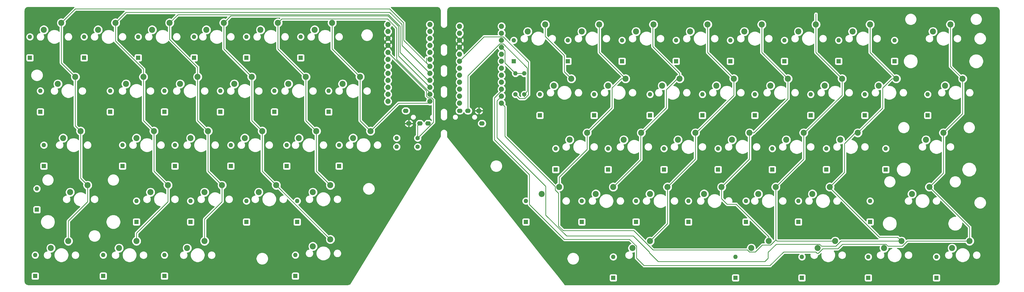
<source format=gbr>
%TF.GenerationSoftware,KiCad,Pcbnew,(5.1.6)-1*%
%TF.CreationDate,2020-11-23T11:28:14-06:00*%
%TF.ProjectId,kb,6b622e6b-6963-4616-945f-706362585858,rev?*%
%TF.SameCoordinates,Original*%
%TF.FileFunction,Copper,L2,Bot*%
%TF.FilePolarity,Positive*%
%FSLAX46Y46*%
G04 Gerber Fmt 4.6, Leading zero omitted, Abs format (unit mm)*
G04 Created by KiCad (PCBNEW (5.1.6)-1) date 2020-11-23 11:28:14*
%MOMM*%
%LPD*%
G01*
G04 APERTURE LIST*
%TA.AperFunction,ComponentPad*%
%ADD10C,2.200000*%
%TD*%
%TA.AperFunction,ComponentPad*%
%ADD11O,2.000000X1.600000*%
%TD*%
%TA.AperFunction,ComponentPad*%
%ADD12O,1.600000X1.600000*%
%TD*%
%TA.AperFunction,ComponentPad*%
%ADD13C,1.600000*%
%TD*%
%TA.AperFunction,ComponentPad*%
%ADD14R,1.600000X1.600000*%
%TD*%
%TA.AperFunction,ComponentPad*%
%ADD15C,1.879600*%
%TD*%
%TA.AperFunction,Conductor*%
%ADD16C,0.250000*%
%TD*%
%TA.AperFunction,Conductor*%
%ADD17C,0.254000*%
%TD*%
G04 APERTURE END LIST*
D10*
%TO.P,One1,2*%
%TO.N,Net-(D6-Pad2)*%
X52705000Y-24765000D03*
%TO.P,One1,1*%
%TO.N,Net-(A1-Pad1)*%
X59055000Y-22225000D03*
%TD*%
D11*
%TO.P,J3,S*%
%TO.N,Net-(B3-Pad21)*%
X192275000Y-58815000D03*
%TO.P,J3,T*%
%TO.N,Net-(B3-Pad3)*%
X191175000Y-54215000D03*
%TO.P,J3,R2*%
%TO.N,Net-(B3-Pad6)*%
X184175000Y-54215000D03*
%TO.P,J3,R1*%
%TO.N,Net-(B3-Pad5)*%
X187175000Y-54215000D03*
%TD*%
%TO.P,J1,S*%
%TO.N,Net-(B1-Pad21)*%
X164595000Y-54215000D03*
%TO.P,J1,T*%
%TO.N,Net-(B1-Pad3)*%
X165695000Y-58815000D03*
%TO.P,J1,R2*%
%TO.N,Net-(B1-Pad6)*%
X172695000Y-58815000D03*
%TO.P,J1,R1*%
%TO.N,Net-(B1-Pad5)*%
X169695000Y-58815000D03*
%TD*%
D10*
%TO.P,Zero1,2*%
%TO.N,Net-(D44-Pad2)*%
X287655000Y-25400000D03*
%TO.P,Zero1,1*%
%TO.N,Net-(B3-Pad12)*%
X294005000Y-22860000D03*
%TD*%
%TO.P,Y1,2*%
%TO.N,Net-(D30-Pad2)*%
X218440000Y-45085000D03*
%TO.P,Y1,1*%
%TO.N,Net-(B3-Pad8)*%
X224790000Y-42545000D03*
%TD*%
%TO.P,UnderScore1,2*%
%TO.N,Net-(D49-Pad2)*%
X307340000Y-25400000D03*
%TO.P,UnderScore1,1*%
%TO.N,Net-(B3-Pad13)*%
X313690000Y-22860000D03*
%TD*%
%TO.P,U1,2*%
%TO.N,Net-(D32-Pad2)*%
X238125000Y-45085000D03*
%TO.P,U1,1*%
%TO.N,Net-(B2-Pad1)*%
X244475000Y-42545000D03*
%TD*%
%TO.P,Six1,2*%
%TO.N,Net-(D29-Pad2)*%
X208915000Y-25400000D03*
%TO.P,Six1,1*%
%TO.N,Net-(B3-Pad8)*%
X215265000Y-22860000D03*
%TD*%
%TO.P,Seven1,2*%
%TO.N,Net-(D31-Pad2)*%
X228600000Y-25400000D03*
%TO.P,Seven1,1*%
%TO.N,Net-(B2-Pad1)*%
X234950000Y-22860000D03*
%TD*%
%TO.P,RightWindows1,2*%
%TO.N,Net-(D53-Pad2)*%
X314325000Y-104140000D03*
%TO.P,RightWindows1,1*%
%TO.N,Net-(B3-Pad13)*%
X320675000Y-101600000D03*
%TD*%
%TO.P,RightSpace1,2*%
%TO.N,Net-(D43-Pad2)*%
X247015000Y-104140000D03*
%TO.P,RightSpace1,1*%
%TO.N,Net-(B3-Pad11)*%
X253365000Y-101600000D03*
%TD*%
%TO.P,RightShift1,2*%
%TO.N,Net-(D62-Pad2)*%
X348615000Y-84455000D03*
%TO.P,RightShift1,1*%
%TO.N,Net-(B3-Pad15)*%
X354965000Y-81915000D03*
%TD*%
%TO.P,RightCtrl1,2*%
%TO.N,Net-(D63-Pad2)*%
X363220000Y-104140000D03*
%TO.P,RightCtrl1,1*%
%TO.N,Net-(B3-Pad15)*%
X369570000Y-101600000D03*
%TD*%
%TO.P,RightBracket1,2*%
%TO.N,Net-(D55-Pad2)*%
X336550000Y-45085000D03*
%TO.P,RightBracket1,1*%
%TO.N,Net-(B3-Pad14)*%
X342900000Y-42545000D03*
%TD*%
%TO.P,RightAlt1,2*%
%TO.N,Net-(D48-Pad2)*%
X290195000Y-104140000D03*
%TO.P,RightAlt1,1*%
%TO.N,Net-(B3-Pad12)*%
X296545000Y-101600000D03*
%TD*%
%TO.P,RightAlligaotr1,2*%
%TO.N,Net-(D52-Pad2)*%
X292735000Y-84455000D03*
%TO.P,RightAlligaotr1,1*%
%TO.N,Net-(B3-Pad13)*%
X299085000Y-81915000D03*
%TD*%
D12*
%TO.P,R5,2*%
%TO.N,Net-(B3-Pad21)*%
X204470000Y-40640000D03*
D13*
%TO.P,R5,1*%
%TO.N,Net-(B3-Pad6)*%
X204470000Y-48260000D03*
%TD*%
D12*
%TO.P,R4,2*%
%TO.N,Net-(B3-Pad21)*%
X207645000Y-40640000D03*
D13*
%TO.P,R4,1*%
%TO.N,Net-(B3-Pad5)*%
X207645000Y-48260000D03*
%TD*%
D10*
%TO.P,QuoteSign1,2*%
%TO.N,Net-(D56-Pad2)*%
X322580000Y-64770000D03*
%TO.P,QuoteSign1,1*%
%TO.N,Net-(B3-Pad14)*%
X328930000Y-62230000D03*
%TD*%
%TO.P,QuestionMark1,2*%
%TO.N,Net-(D57-Pad2)*%
X312420000Y-84455000D03*
%TO.P,QuestionMark1,1*%
%TO.N,Net-(B3-Pad14)*%
X318770000Y-81915000D03*
%TD*%
%TO.P,P1,2*%
%TO.N,Net-(D45-Pad2)*%
X297180000Y-45085000D03*
%TO.P,P1,1*%
%TO.N,Net-(B3-Pad12)*%
X303530000Y-42545000D03*
%TD*%
%TO.P,O1,2*%
%TO.N,Net-(D40-Pad2)*%
X277495000Y-45085000D03*
%TO.P,O1,1*%
%TO.N,Net-(B3-Pad11)*%
X283845000Y-42545000D03*
%TD*%
%TO.P,Nine1,2*%
%TO.N,Net-(D39-Pad2)*%
X267970000Y-25400000D03*
%TO.P,Nine1,1*%
%TO.N,Net-(B3-Pad11)*%
X274320000Y-22860000D03*
%TD*%
%TO.P,N1,2*%
%TO.N,Net-(D38-Pad2)*%
X233680000Y-84455000D03*
%TO.P,N1,1*%
%TO.N,Net-(B3-Pad10)*%
X240030000Y-81915000D03*
%TD*%
%TO.P,MenuButton1,2*%
%TO.N,Net-(D58-Pad2)*%
X338455000Y-104140000D03*
%TO.P,MenuButton1,1*%
%TO.N,Net-(B3-Pad14)*%
X344805000Y-101600000D03*
%TD*%
%TO.P,M1,2*%
%TO.N,Net-(D42-Pad2)*%
X253365000Y-84455000D03*
%TO.P,M1,1*%
%TO.N,Net-(B3-Pad11)*%
X259715000Y-81915000D03*
%TD*%
%TO.P,LeftBracket1,2*%
%TO.N,Net-(D50-Pad2)*%
X316865000Y-45085000D03*
%TO.P,LeftBracket1,1*%
%TO.N,Net-(B3-Pad13)*%
X323215000Y-42545000D03*
%TD*%
%TO.P,LeftAligator1,2*%
%TO.N,Net-(D47-Pad2)*%
X273050000Y-84455000D03*
%TO.P,LeftAligator1,1*%
%TO.N,Net-(B3-Pad12)*%
X279400000Y-81915000D03*
%TD*%
%TO.P,L1,2*%
%TO.N,Net-(D46-Pad2)*%
X283210000Y-64770000D03*
%TO.P,L1,1*%
%TO.N,Net-(B3-Pad12)*%
X289560000Y-62230000D03*
%TD*%
%TO.P,K1,2*%
%TO.N,Net-(D41-Pad2)*%
X263525000Y-64770000D03*
%TO.P,K1,1*%
%TO.N,Net-(B3-Pad11)*%
X269875000Y-62230000D03*
%TD*%
%TO.P,J2,2*%
%TO.N,Net-(D37-Pad2)*%
X243840000Y-64770000D03*
%TO.P,J2,1*%
%TO.N,Net-(B3-Pad10)*%
X250190000Y-62230000D03*
%TD*%
%TO.P,I1,2*%
%TO.N,Net-(D36-Pad2)*%
X257810000Y-45085000D03*
%TO.P,I1,1*%
%TO.N,Net-(B3-Pad10)*%
X264160000Y-42545000D03*
%TD*%
%TO.P,H1,2*%
%TO.N,Net-(D33-Pad2)*%
X224155000Y-64770000D03*
%TO.P,H1,1*%
%TO.N,Net-(B2-Pad1)*%
X230505000Y-62230000D03*
%TD*%
%TO.P,EqualsSign1,2*%
%TO.N,Net-(D54-Pad2)*%
X327025000Y-25400000D03*
%TO.P,EqualsSign1,1*%
%TO.N,Net-(B3-Pad14)*%
X333375000Y-22860000D03*
%TD*%
%TO.P,Enter1,2*%
%TO.N,Net-(D61-Pad2)*%
X353695000Y-64770000D03*
%TO.P,Enter1,1*%
%TO.N,Net-(B3-Pad15)*%
X360045000Y-62230000D03*
%TD*%
%TO.P,Eight1,2*%
%TO.N,Net-(D35-Pad2)*%
X248285000Y-25400000D03*
%TO.P,Eight1,1*%
%TO.N,Net-(B3-Pad10)*%
X254635000Y-22860000D03*
%TD*%
D12*
%TO.P,D63,2*%
%TO.N,Net-(D63-Pad2)*%
X357505000Y-107315000D03*
D14*
%TO.P,D63,1*%
%TO.N,Net-(B3-Pad20)*%
X357505000Y-114935000D03*
%TD*%
D12*
%TO.P,D62,2*%
%TO.N,Net-(D62-Pad2)*%
X333375000Y-86995000D03*
D14*
%TO.P,D62,1*%
%TO.N,Net-(B3-Pad19)*%
X333375000Y-94615000D03*
%TD*%
D12*
%TO.P,D61,2*%
%TO.N,Net-(D61-Pad2)*%
X339090000Y-67945000D03*
D14*
%TO.P,D61,1*%
%TO.N,Net-(B3-Pad18)*%
X339090000Y-75565000D03*
%TD*%
D12*
%TO.P,D60,2*%
%TO.N,Net-(Bar1-Pad2)*%
X354330000Y-48260000D03*
D14*
%TO.P,D60,1*%
%TO.N,Net-(B3-Pad17)*%
X354330000Y-55880000D03*
%TD*%
D12*
%TO.P,D59,2*%
%TO.N,Net-(Bckspce1-Pad2)*%
X342265000Y-28575000D03*
D14*
%TO.P,D59,1*%
%TO.N,Net-(B3-Pad16)*%
X342265000Y-36195000D03*
%TD*%
D12*
%TO.P,D58,2*%
%TO.N,Net-(D58-Pad2)*%
X332740000Y-107315000D03*
D14*
%TO.P,D58,1*%
%TO.N,Net-(B3-Pad20)*%
X332740000Y-114935000D03*
%TD*%
D12*
%TO.P,D57,2*%
%TO.N,Net-(D57-Pad2)*%
X307340000Y-86995000D03*
D14*
%TO.P,D57,1*%
%TO.N,Net-(B3-Pad19)*%
X307340000Y-94615000D03*
%TD*%
D12*
%TO.P,D56,2*%
%TO.N,Net-(D56-Pad2)*%
X317500000Y-67945000D03*
D14*
%TO.P,D56,1*%
%TO.N,Net-(B3-Pad18)*%
X317500000Y-75565000D03*
%TD*%
D12*
%TO.P,D55,2*%
%TO.N,Net-(D55-Pad2)*%
X331470000Y-48260000D03*
D14*
%TO.P,D55,1*%
%TO.N,Net-(B3-Pad17)*%
X331470000Y-55880000D03*
%TD*%
D12*
%TO.P,D54,2*%
%TO.N,Net-(D54-Pad2)*%
X321945000Y-28575000D03*
D14*
%TO.P,D54,1*%
%TO.N,Net-(B3-Pad16)*%
X321945000Y-36195000D03*
%TD*%
D12*
%TO.P,D53,2*%
%TO.N,Net-(D53-Pad2)*%
X308610000Y-107315000D03*
D14*
%TO.P,D53,1*%
%TO.N,Net-(B3-Pad20)*%
X308610000Y-114935000D03*
%TD*%
D12*
%TO.P,D52,2*%
%TO.N,Net-(D52-Pad2)*%
X288290000Y-86995000D03*
D14*
%TO.P,D52,1*%
%TO.N,Net-(B3-Pad19)*%
X288290000Y-94615000D03*
%TD*%
D12*
%TO.P,D51,2*%
%TO.N,Net-(Colon1-Pad2)*%
X297815000Y-67945000D03*
D14*
%TO.P,D51,1*%
%TO.N,Net-(B3-Pad18)*%
X297815000Y-75565000D03*
%TD*%
D12*
%TO.P,D50,2*%
%TO.N,Net-(D50-Pad2)*%
X311785000Y-48260000D03*
D14*
%TO.P,D50,1*%
%TO.N,Net-(B3-Pad17)*%
X311785000Y-55880000D03*
%TD*%
D12*
%TO.P,D49,2*%
%TO.N,Net-(D49-Pad2)*%
X302260000Y-28575000D03*
D14*
%TO.P,D49,1*%
%TO.N,Net-(B3-Pad16)*%
X302260000Y-36195000D03*
%TD*%
D12*
%TO.P,D48,2*%
%TO.N,Net-(D48-Pad2)*%
X284480000Y-107315000D03*
D14*
%TO.P,D48,1*%
%TO.N,Net-(B3-Pad20)*%
X284480000Y-114935000D03*
%TD*%
D12*
%TO.P,D47,2*%
%TO.N,Net-(D47-Pad2)*%
X267335000Y-86995000D03*
D14*
%TO.P,D47,1*%
%TO.N,Net-(B3-Pad19)*%
X267335000Y-94615000D03*
%TD*%
D12*
%TO.P,D46,2*%
%TO.N,Net-(D46-Pad2)*%
X278130000Y-67945000D03*
D14*
%TO.P,D46,1*%
%TO.N,Net-(B3-Pad18)*%
X278130000Y-75565000D03*
%TD*%
D12*
%TO.P,D45,2*%
%TO.N,Net-(D45-Pad2)*%
X291465000Y-48260000D03*
D14*
%TO.P,D45,1*%
%TO.N,Net-(B3-Pad17)*%
X291465000Y-55880000D03*
%TD*%
D12*
%TO.P,D44,2*%
%TO.N,Net-(D44-Pad2)*%
X282575000Y-28575000D03*
D14*
%TO.P,D44,1*%
%TO.N,Net-(B3-Pad16)*%
X282575000Y-36195000D03*
%TD*%
D12*
%TO.P,D43,2*%
%TO.N,Net-(D43-Pad2)*%
X240030000Y-107315000D03*
D14*
%TO.P,D43,1*%
%TO.N,Net-(B3-Pad20)*%
X240030000Y-114935000D03*
%TD*%
D12*
%TO.P,D42,2*%
%TO.N,Net-(D42-Pad2)*%
X248285000Y-86995000D03*
D14*
%TO.P,D42,1*%
%TO.N,Net-(B3-Pad19)*%
X248285000Y-94615000D03*
%TD*%
D12*
%TO.P,D41,2*%
%TO.N,Net-(D41-Pad2)*%
X258445000Y-67945000D03*
D14*
%TO.P,D41,1*%
%TO.N,Net-(B3-Pad18)*%
X258445000Y-75565000D03*
%TD*%
D12*
%TO.P,D40,2*%
%TO.N,Net-(D40-Pad2)*%
X272415000Y-48260000D03*
D14*
%TO.P,D40,1*%
%TO.N,Net-(B3-Pad17)*%
X272415000Y-55880000D03*
%TD*%
D12*
%TO.P,D39,2*%
%TO.N,Net-(D39-Pad2)*%
X262890000Y-28575000D03*
D14*
%TO.P,D39,1*%
%TO.N,Net-(B3-Pad16)*%
X262890000Y-36195000D03*
%TD*%
D12*
%TO.P,D38,2*%
%TO.N,Net-(D38-Pad2)*%
X228600000Y-86995000D03*
D14*
%TO.P,D38,1*%
%TO.N,Net-(B3-Pad19)*%
X228600000Y-94615000D03*
%TD*%
D12*
%TO.P,D37,2*%
%TO.N,Net-(D37-Pad2)*%
X238125000Y-67945000D03*
D14*
%TO.P,D37,1*%
%TO.N,Net-(B3-Pad18)*%
X238125000Y-75565000D03*
%TD*%
D12*
%TO.P,D36,2*%
%TO.N,Net-(D36-Pad2)*%
X253365000Y-48260000D03*
D14*
%TO.P,D36,1*%
%TO.N,Net-(B3-Pad17)*%
X253365000Y-55880000D03*
%TD*%
D12*
%TO.P,D35,2*%
%TO.N,Net-(D35-Pad2)*%
X243205000Y-28575000D03*
D14*
%TO.P,D35,1*%
%TO.N,Net-(B3-Pad16)*%
X243205000Y-36195000D03*
%TD*%
D12*
%TO.P,D34,2*%
%TO.N,Net-(B2-Pad2)*%
X208280000Y-86995000D03*
D14*
%TO.P,D34,1*%
%TO.N,Net-(B3-Pad19)*%
X208280000Y-94615000D03*
%TD*%
D12*
%TO.P,D33,2*%
%TO.N,Net-(D33-Pad2)*%
X219075000Y-67945000D03*
D14*
%TO.P,D33,1*%
%TO.N,Net-(B3-Pad18)*%
X219075000Y-75565000D03*
%TD*%
D12*
%TO.P,D32,2*%
%TO.N,Net-(D32-Pad2)*%
X233045000Y-48260000D03*
D14*
%TO.P,D32,1*%
%TO.N,Net-(B3-Pad17)*%
X233045000Y-55880000D03*
%TD*%
D12*
%TO.P,D31,2*%
%TO.N,Net-(D31-Pad2)*%
X223520000Y-28575000D03*
D14*
%TO.P,D31,1*%
%TO.N,Net-(B3-Pad16)*%
X223520000Y-36195000D03*
%TD*%
D12*
%TO.P,D30,2*%
%TO.N,Net-(D30-Pad2)*%
X213360000Y-48260000D03*
D14*
%TO.P,D30,1*%
%TO.N,Net-(B3-Pad17)*%
X213360000Y-55880000D03*
%TD*%
D12*
%TO.P,D29,2*%
%TO.N,Net-(D29-Pad2)*%
X203835000Y-28575000D03*
D14*
%TO.P,D29,1*%
%TO.N,Net-(B3-Pad16)*%
X203835000Y-36195000D03*
%TD*%
D10*
%TO.P,Colon1,2*%
%TO.N,Net-(Colon1-Pad2)*%
X302895000Y-64770000D03*
%TO.P,Colon1,1*%
%TO.N,Net-(B3-Pad13)*%
X309245000Y-62230000D03*
%TD*%
%TO.P,Bckspce1,2*%
%TO.N,Net-(Bckspce1-Pad2)*%
X356235000Y-25400000D03*
%TO.P,Bckspce1,1*%
%TO.N,Net-(B3-Pad15)*%
X362585000Y-22860000D03*
%TD*%
%TO.P,Bar1,2*%
%TO.N,Net-(Bar1-Pad2)*%
X360680000Y-45085000D03*
%TO.P,Bar1,1*%
%TO.N,Net-(B3-Pad15)*%
X367030000Y-42545000D03*
%TD*%
D15*
%TO.P,B3,24*%
%TO.N,Net-(B3-Pad24)*%
X199390000Y-23495000D03*
%TO.P,B3,23*%
%TO.N,Net-(B3-Pad23)*%
X199390000Y-26035000D03*
%TO.P,B3,22*%
%TO.N,Net-(B3-Pad22)*%
X199390000Y-28575000D03*
%TO.P,B3,21*%
%TO.N,Net-(B3-Pad21)*%
X199390000Y-31115000D03*
%TO.P,B3,20*%
%TO.N,Net-(B3-Pad20)*%
X199390000Y-33655000D03*
%TO.P,B3,19*%
%TO.N,Net-(B3-Pad19)*%
X199390000Y-36195000D03*
%TO.P,B3,18*%
%TO.N,Net-(B3-Pad18)*%
X199390000Y-38735000D03*
%TO.P,B3,17*%
%TO.N,Net-(B3-Pad17)*%
X199390000Y-41275000D03*
%TO.P,B3,16*%
%TO.N,Net-(B3-Pad16)*%
X199390000Y-43815000D03*
%TO.P,B3,15*%
%TO.N,Net-(B3-Pad15)*%
X199390000Y-46355000D03*
%TO.P,B3,14*%
%TO.N,Net-(B3-Pad14)*%
X199390000Y-48895000D03*
%TO.P,B3,13*%
%TO.N,Net-(B3-Pad13)*%
X199390000Y-51435000D03*
%TO.P,B3,12*%
%TO.N,Net-(B3-Pad12)*%
X184150000Y-51435000D03*
%TO.P,B3,11*%
%TO.N,Net-(B3-Pad11)*%
X184150000Y-48895000D03*
%TO.P,B3,10*%
%TO.N,Net-(B3-Pad10)*%
X184150000Y-46355000D03*
%TO.P,B3,9*%
%TO.N,Net-(B2-Pad1)*%
X184150000Y-43815000D03*
%TO.P,B3,8*%
%TO.N,Net-(B3-Pad8)*%
X184150000Y-41275000D03*
%TO.P,B3,7*%
%TO.N,Net-(B3-Pad7)*%
X184150000Y-38735000D03*
%TO.P,B3,6*%
%TO.N,Net-(B3-Pad6)*%
X184150000Y-36195000D03*
%TO.P,B3,5*%
%TO.N,Net-(B3-Pad5)*%
X184150000Y-33655000D03*
%TO.P,B3,4*%
%TO.N,Net-(B3-Pad3)*%
X184150000Y-31115000D03*
%TO.P,B3,3*%
X184150000Y-28575000D03*
%TO.P,B3,2*%
%TO.N,Net-(B3-Pad2)*%
X184150000Y-26035000D03*
%TO.P,B3,1*%
%TO.N,Net-(B3-Pad1)*%
X184150000Y-23495000D03*
%TD*%
D10*
%TO.P,B2,2*%
%TO.N,Net-(B2-Pad2)*%
X213995000Y-84455000D03*
%TO.P,B2,1*%
%TO.N,Net-(B2-Pad1)*%
X220345000Y-81915000D03*
%TD*%
%TO.P,Z1,2*%
%TO.N,Net-(D9-Pad2)*%
X71755000Y-83820000D03*
%TO.P,Z1,1*%
%TO.N,Net-(A1-Pad1)*%
X78105000Y-81280000D03*
%TD*%
%TO.P,X1,2*%
%TO.N,Net-(D14-Pad2)*%
X91440000Y-83820000D03*
%TO.P,X1,1*%
%TO.N,Net-(Alt1-Pad1)*%
X97790000Y-81280000D03*
%TD*%
%TO.P,Windows1,2*%
%TO.N,Net-(D10-Pad2)*%
X60325000Y-104140000D03*
%TO.P,Windows1,1*%
%TO.N,Net-(A1-Pad1)*%
X66675000Y-101600000D03*
%TD*%
%TO.P,W1,2*%
%TO.N,Net-(D12-Pad2)*%
X82550000Y-44450000D03*
%TO.P,W1,1*%
%TO.N,Net-(Alt1-Pad1)*%
X88900000Y-41910000D03*
%TD*%
%TO.P,V1,2*%
%TO.N,Net-(D24-Pad2)*%
X130810000Y-83820000D03*
%TO.P,V1,1*%
%TO.N,Net-(B1-Pad14)*%
X137160000Y-81280000D03*
%TD*%
%TO.P,Two1,2*%
%TO.N,Net-(D11-Pad2)*%
X72390000Y-24765000D03*
%TO.P,Two1,1*%
%TO.N,Net-(Alt1-Pad1)*%
X78740000Y-22225000D03*
%TD*%
%TO.P,three1,2*%
%TO.N,Net-(D16-Pad2)*%
X92075000Y-24765000D03*
%TO.P,three1,1*%
%TO.N,Net-(B1-Pad15)*%
X98425000Y-22225000D03*
%TD*%
%TO.P,Tab1,2*%
%TO.N,Net-(D2-Pad2)*%
X38100000Y-44450000D03*
%TO.P,Tab1,1*%
%TO.N,Net-(B1-Pad18)*%
X44450000Y-41910000D03*
%TD*%
%TO.P,T1,2*%
%TO.N,Net-(D26-Pad2)*%
X141605000Y-44450000D03*
%TO.P,T1,1*%
%TO.N,Net-(B1-Pad13)*%
X147955000Y-41910000D03*
%TD*%
%TO.P,Space1,2*%
%TO.N,Net-(D20-Pad2)*%
X130810000Y-103505000D03*
%TO.P,Space1,1*%
%TO.N,Net-(B1-Pad15)*%
X137160000Y-100965000D03*
%TD*%
%TO.P,Shift1,2*%
%TO.N,Net-(D4-Pad2)*%
X42545000Y-83820000D03*
%TO.P,Shift1,1*%
%TO.N,Net-(B1-Pad18)*%
X48895000Y-81280000D03*
%TD*%
%TO.P,S1,2*%
%TO.N,Net-(D13-Pad2)*%
X86360000Y-64135000D03*
%TO.P,S1,1*%
%TO.N,Net-(Alt1-Pad1)*%
X92710000Y-61595000D03*
%TD*%
%TO.P,R3,2*%
%TO.N,Net-(D22-Pad2)*%
X121920000Y-44450000D03*
%TO.P,R3,1*%
%TO.N,Net-(B1-Pad14)*%
X128270000Y-41910000D03*
%TD*%
D12*
%TO.P,R2,2*%
%TO.N,Net-(B1-Pad21)*%
X161290000Y-67310000D03*
D13*
%TO.P,R2,1*%
%TO.N,Net-(B1-Pad6)*%
X168910000Y-67310000D03*
%TD*%
D12*
%TO.P,R1,2*%
%TO.N,Net-(B1-Pad21)*%
X161290000Y-64135000D03*
D13*
%TO.P,R1,1*%
%TO.N,Net-(B1-Pad5)*%
X168910000Y-64135000D03*
%TD*%
D10*
%TO.P,Q1,2*%
%TO.N,Net-(D7-Pad2)*%
X62865000Y-44450000D03*
%TO.P,Q1,1*%
%TO.N,Net-(A1-Pad1)*%
X69215000Y-41910000D03*
%TD*%
%TO.P,G1,2*%
%TO.N,Net-(D27-Pad2)*%
X145415000Y-64135000D03*
%TO.P,G1,1*%
%TO.N,Net-(B1-Pad13)*%
X151765000Y-61595000D03*
%TD*%
%TO.P,Four1,2*%
%TO.N,Net-(D21-Pad2)*%
X111760000Y-24765000D03*
%TO.P,Four1,1*%
%TO.N,Net-(B1-Pad14)*%
X118110000Y-22225000D03*
%TD*%
%TO.P,Five1,2*%
%TO.N,Net-(D25-Pad2)*%
X131445000Y-24765000D03*
%TO.P,Five1,1*%
%TO.N,Net-(B1-Pad13)*%
X137795000Y-22225000D03*
%TD*%
%TO.P,F1,2*%
%TO.N,Net-(D23-Pad2)*%
X125730000Y-64135000D03*
%TO.P,F1,1*%
%TO.N,Net-(B1-Pad14)*%
X132080000Y-61595000D03*
%TD*%
%TO.P,esc1,2*%
%TO.N,Net-(D1-Pad2)*%
X33020000Y-24765000D03*
%TO.P,esc1,1*%
%TO.N,Net-(B1-Pad18)*%
X39370000Y-22225000D03*
%TD*%
%TO.P,E1,2*%
%TO.N,Net-(D17-Pad2)*%
X102235000Y-44450000D03*
%TO.P,E1,1*%
%TO.N,Net-(B1-Pad15)*%
X108585000Y-41910000D03*
%TD*%
%TO.P,D28,2*%
%TO.N,Net-(D18-Pad2)*%
X106045000Y-64135000D03*
%TO.P,D28,1*%
%TO.N,Net-(B1-Pad15)*%
X112395000Y-61595000D03*
%TD*%
D12*
%TO.P,D27,2*%
%TO.N,Net-(D27-Pad2)*%
X140335000Y-66675000D03*
D14*
%TO.P,D27,1*%
%TO.N,Net-(B1-Pad10)*%
X140335000Y-74295000D03*
%TD*%
D12*
%TO.P,D26,2*%
%TO.N,Net-(D26-Pad2)*%
X136525000Y-46990000D03*
D14*
%TO.P,D26,1*%
%TO.N,Net-(B1-Pad9)*%
X136525000Y-54610000D03*
%TD*%
D12*
%TO.P,D25,2*%
%TO.N,Net-(D25-Pad2)*%
X126365000Y-27305000D03*
D14*
%TO.P,D25,1*%
%TO.N,Net-(B1-Pad8)*%
X126365000Y-34925000D03*
%TD*%
D12*
%TO.P,D24,2*%
%TO.N,Net-(D24-Pad2)*%
X125095000Y-86995000D03*
D14*
%TO.P,D24,1*%
%TO.N,Net-(B1-Pad11)*%
X125095000Y-94615000D03*
%TD*%
D12*
%TO.P,D23,2*%
%TO.N,Net-(D23-Pad2)*%
X121285000Y-66675000D03*
D14*
%TO.P,D23,1*%
%TO.N,Net-(B1-Pad10)*%
X121285000Y-74295000D03*
%TD*%
D12*
%TO.P,D22,2*%
%TO.N,Net-(D22-Pad2)*%
X116840000Y-46990000D03*
D14*
%TO.P,D22,1*%
%TO.N,Net-(B1-Pad9)*%
X116840000Y-54610000D03*
%TD*%
D12*
%TO.P,D21,2*%
%TO.N,Net-(D21-Pad2)*%
X106680000Y-27305000D03*
D14*
%TO.P,D21,1*%
%TO.N,Net-(B1-Pad8)*%
X106680000Y-34925000D03*
%TD*%
D12*
%TO.P,D20,2*%
%TO.N,Net-(D20-Pad2)*%
X124460000Y-106680000D03*
D14*
%TO.P,D20,1*%
%TO.N,Net-(B1-Pad12)*%
X124460000Y-114300000D03*
%TD*%
D12*
%TO.P,D19,2*%
%TO.N,Net-(C1-Pad2)*%
X106680000Y-86995000D03*
D14*
%TO.P,D19,1*%
%TO.N,Net-(B1-Pad11)*%
X106680000Y-94615000D03*
%TD*%
D12*
%TO.P,D18,2*%
%TO.N,Net-(D18-Pad2)*%
X100965000Y-66675000D03*
D14*
%TO.P,D18,1*%
%TO.N,Net-(B1-Pad10)*%
X100965000Y-74295000D03*
%TD*%
D12*
%TO.P,D17,2*%
%TO.N,Net-(D17-Pad2)*%
X97155000Y-46990000D03*
D14*
%TO.P,D17,1*%
%TO.N,Net-(B1-Pad9)*%
X97155000Y-54610000D03*
%TD*%
D12*
%TO.P,D16,2*%
%TO.N,Net-(D16-Pad2)*%
X87630000Y-27305000D03*
D14*
%TO.P,D16,1*%
%TO.N,Net-(B1-Pad8)*%
X87630000Y-34925000D03*
%TD*%
D12*
%TO.P,D15,2*%
%TO.N,Net-(Alt1-Pad2)*%
X76835000Y-106680000D03*
D14*
%TO.P,D15,1*%
%TO.N,Net-(B1-Pad12)*%
X76835000Y-114300000D03*
%TD*%
D12*
%TO.P,D14,2*%
%TO.N,Net-(D14-Pad2)*%
X86360000Y-86995000D03*
D14*
%TO.P,D14,1*%
%TO.N,Net-(B1-Pad11)*%
X86360000Y-94615000D03*
%TD*%
D12*
%TO.P,D13,2*%
%TO.N,Net-(D13-Pad2)*%
X80645000Y-66675000D03*
D14*
%TO.P,D13,1*%
%TO.N,Net-(B1-Pad10)*%
X80645000Y-74295000D03*
%TD*%
D12*
%TO.P,D12,2*%
%TO.N,Net-(D12-Pad2)*%
X76835000Y-46990000D03*
D14*
%TO.P,D12,1*%
%TO.N,Net-(B1-Pad9)*%
X76835000Y-54610000D03*
%TD*%
D12*
%TO.P,D11,2*%
%TO.N,Net-(D11-Pad2)*%
X67310000Y-27305000D03*
D14*
%TO.P,D11,1*%
%TO.N,Net-(B1-Pad8)*%
X67310000Y-34925000D03*
%TD*%
D12*
%TO.P,D10,2*%
%TO.N,Net-(D10-Pad2)*%
X54610000Y-106680000D03*
D14*
%TO.P,D10,1*%
%TO.N,Net-(B1-Pad12)*%
X54610000Y-114300000D03*
%TD*%
D12*
%TO.P,D9,2*%
%TO.N,Net-(D9-Pad2)*%
X66675000Y-86995000D03*
D14*
%TO.P,D9,1*%
%TO.N,Net-(B1-Pad11)*%
X66675000Y-94615000D03*
%TD*%
D12*
%TO.P,D8,2*%
%TO.N,Net-(A1-Pad2)*%
X61595000Y-66675000D03*
D14*
%TO.P,D8,1*%
%TO.N,Net-(B1-Pad10)*%
X61595000Y-74295000D03*
%TD*%
D12*
%TO.P,D7,2*%
%TO.N,Net-(D7-Pad2)*%
X57150000Y-46990000D03*
D14*
%TO.P,D7,1*%
%TO.N,Net-(B1-Pad9)*%
X57150000Y-54610000D03*
%TD*%
D12*
%TO.P,D6,2*%
%TO.N,Net-(D6-Pad2)*%
X47625000Y-27305000D03*
D14*
%TO.P,D6,1*%
%TO.N,Net-(B1-Pad8)*%
X47625000Y-34925000D03*
%TD*%
D12*
%TO.P,D5,2*%
%TO.N,Net-(Ctrl1-Pad2)*%
X29845000Y-106680000D03*
D14*
%TO.P,D5,1*%
%TO.N,Net-(B1-Pad12)*%
X29845000Y-114300000D03*
%TD*%
D12*
%TO.P,D4,2*%
%TO.N,Net-(D4-Pad2)*%
X30480000Y-82550000D03*
D14*
%TO.P,D4,1*%
%TO.N,Net-(B1-Pad11)*%
X30480000Y-90170000D03*
%TD*%
D12*
%TO.P,D3,2*%
%TO.N,Net-(Caps1-Pad2)*%
X33020000Y-66675000D03*
D14*
%TO.P,D3,1*%
%TO.N,Net-(B1-Pad10)*%
X33020000Y-74295000D03*
%TD*%
D12*
%TO.P,D2,2*%
%TO.N,Net-(D2-Pad2)*%
X31750000Y-46990000D03*
D14*
%TO.P,D2,1*%
%TO.N,Net-(B1-Pad9)*%
X31750000Y-54610000D03*
%TD*%
D12*
%TO.P,D1,2*%
%TO.N,Net-(D1-Pad2)*%
X27940000Y-27305000D03*
D14*
%TO.P,D1,1*%
%TO.N,Net-(B1-Pad8)*%
X27940000Y-34925000D03*
%TD*%
D10*
%TO.P,Ctrl1,2*%
%TO.N,Net-(Ctrl1-Pad2)*%
X35560000Y-104140000D03*
%TO.P,Ctrl1,1*%
%TO.N,Net-(B1-Pad18)*%
X41910000Y-101600000D03*
%TD*%
%TO.P,Caps1,2*%
%TO.N,Net-(Caps1-Pad2)*%
X40005000Y-64135000D03*
%TO.P,Caps1,1*%
%TO.N,Net-(B1-Pad18)*%
X46355000Y-61595000D03*
%TD*%
%TO.P,C1,2*%
%TO.N,Net-(C1-Pad2)*%
X111125000Y-83820000D03*
%TO.P,C1,1*%
%TO.N,Net-(B1-Pad15)*%
X117475000Y-81280000D03*
%TD*%
D15*
%TO.P,B1,24*%
%TO.N,Net-(B1-Pad24)*%
X173355000Y-22860000D03*
%TO.P,B1,23*%
%TO.N,Net-(B1-Pad23)*%
X173355000Y-25400000D03*
%TO.P,B1,22*%
%TO.N,Net-(B1-Pad22)*%
X173355000Y-27940000D03*
%TO.P,B1,21*%
%TO.N,Net-(B1-Pad21)*%
X173355000Y-30480000D03*
%TO.P,B1,20*%
%TO.N,Net-(B1-Pad20)*%
X173355000Y-33020000D03*
%TO.P,B1,19*%
%TO.N,Net-(B1-Pad19)*%
X173355000Y-35560000D03*
%TO.P,B1,18*%
%TO.N,Net-(B1-Pad18)*%
X173355000Y-38100000D03*
%TO.P,B1,17*%
%TO.N,Net-(A1-Pad1)*%
X173355000Y-40640000D03*
%TO.P,B1,16*%
%TO.N,Net-(Alt1-Pad1)*%
X173355000Y-43180000D03*
%TO.P,B1,15*%
%TO.N,Net-(B1-Pad15)*%
X173355000Y-45720000D03*
%TO.P,B1,14*%
%TO.N,Net-(B1-Pad14)*%
X173355000Y-48260000D03*
%TO.P,B1,13*%
%TO.N,Net-(B1-Pad13)*%
X173355000Y-50800000D03*
%TO.P,B1,12*%
%TO.N,Net-(B1-Pad12)*%
X158115000Y-50800000D03*
%TO.P,B1,11*%
%TO.N,Net-(B1-Pad11)*%
X158115000Y-48260000D03*
%TO.P,B1,10*%
%TO.N,Net-(B1-Pad10)*%
X158115000Y-45720000D03*
%TO.P,B1,9*%
%TO.N,Net-(B1-Pad9)*%
X158115000Y-43180000D03*
%TO.P,B1,8*%
%TO.N,Net-(B1-Pad8)*%
X158115000Y-40640000D03*
%TO.P,B1,7*%
%TO.N,Net-(B1-Pad7)*%
X158115000Y-38100000D03*
%TO.P,B1,6*%
%TO.N,Net-(B1-Pad6)*%
X158115000Y-35560000D03*
%TO.P,B1,5*%
%TO.N,Net-(B1-Pad5)*%
X158115000Y-33020000D03*
%TO.P,B1,4*%
%TO.N,Net-(B1-Pad3)*%
X158115000Y-30480000D03*
%TO.P,B1,3*%
X158115000Y-27940000D03*
%TO.P,B1,2*%
%TO.N,Net-(B1-Pad2)*%
X158115000Y-25400000D03*
%TO.P,B1,1*%
%TO.N,Net-(B1-Pad1)*%
X158115000Y-22860000D03*
%TD*%
D10*
%TO.P,Alt1,2*%
%TO.N,Net-(Alt1-Pad2)*%
X85090000Y-104140000D03*
%TO.P,Alt1,1*%
%TO.N,Net-(Alt1-Pad1)*%
X91440000Y-101600000D03*
%TD*%
%TO.P,A1,2*%
%TO.N,Net-(A1-Pad2)*%
X66675000Y-64135000D03*
%TO.P,A1,1*%
%TO.N,Net-(A1-Pad1)*%
X73025000Y-61595000D03*
%TD*%
D16*
%TO.N,Net-(A1-Pad1)*%
X59055000Y-28855002D02*
X69215000Y-39015002D01*
X69215000Y-39015002D02*
X69215000Y-41910000D01*
X59055000Y-22225000D02*
X59055000Y-28855002D01*
X69215000Y-57785000D02*
X73025000Y-61595000D01*
X69215000Y-41910000D02*
X69215000Y-57785000D01*
X73025000Y-76200000D02*
X78105000Y-81280000D01*
X73025000Y-61595000D02*
X73025000Y-76200000D01*
X66675000Y-98691002D02*
X66675000Y-101600000D01*
X78105000Y-87261002D02*
X66675000Y-98691002D01*
X78105000Y-81280000D02*
X78105000Y-87261002D01*
X59055000Y-22225000D02*
X62865000Y-18415000D01*
X62865000Y-18415000D02*
X158750000Y-18415000D01*
X158750000Y-18415000D02*
X163195000Y-22860000D01*
X163195000Y-30480000D02*
X173355000Y-40640000D01*
X163195000Y-22860000D02*
X163195000Y-30480000D01*
%TO.N,Net-(Alt1-Pad1)*%
X88900000Y-38380002D02*
X88900000Y-41910000D01*
X78740000Y-28220002D02*
X88900000Y-38380002D01*
X78740000Y-22225000D02*
X78740000Y-28220002D01*
X88900000Y-57785000D02*
X92710000Y-61595000D01*
X88900000Y-41910000D02*
X88900000Y-57785000D01*
X92710000Y-76200000D02*
X97790000Y-81280000D01*
X92710000Y-61595000D02*
X92710000Y-76200000D01*
X91440000Y-93611002D02*
X91440000Y-101600000D01*
X97790000Y-87261002D02*
X91440000Y-93611002D01*
X97790000Y-81280000D02*
X97790000Y-87261002D01*
X172720000Y-43180000D02*
X173355000Y-43180000D01*
X81730009Y-19234991D02*
X158301401Y-19234991D01*
X78740000Y-22225000D02*
X81730009Y-19234991D01*
X158301401Y-19234991D02*
X162560000Y-23493590D01*
X162560000Y-23493590D02*
X162560000Y-33020000D01*
X162560000Y-33020000D02*
X172720000Y-43180000D01*
%TO.N,Net-(B1-Pad18)*%
X39370000Y-36830000D02*
X44450000Y-41910000D01*
X39370000Y-22225000D02*
X39370000Y-36830000D01*
X44450000Y-59690000D02*
X46355000Y-61595000D01*
X44450000Y-41910000D02*
X44450000Y-59690000D01*
X46355000Y-78740000D02*
X48895000Y-81280000D01*
X46355000Y-61595000D02*
X46355000Y-78740000D01*
X41910000Y-94246002D02*
X41910000Y-101600000D01*
X48895000Y-87261002D02*
X41910000Y-94246002D01*
X48895000Y-81280000D02*
X48895000Y-87261002D01*
X173355000Y-38100000D02*
X172090199Y-36835199D01*
X172090199Y-36835199D02*
X172090199Y-34963293D01*
X39370000Y-22225000D02*
X44450000Y-17145000D01*
X44450000Y-17145000D02*
X158750000Y-17145000D01*
X158750000Y-17145000D02*
X163830000Y-22225000D01*
X163830000Y-28575000D02*
X173355000Y-38100000D01*
X163830000Y-22225000D02*
X163830000Y-28575000D01*
%TO.N,Net-(B1-Pad15)*%
X98425000Y-31750000D02*
X108585000Y-41910000D01*
X98425000Y-22225000D02*
X98425000Y-31750000D01*
X108585000Y-57785000D02*
X112395000Y-61595000D01*
X108585000Y-41910000D02*
X108585000Y-57785000D01*
X112395000Y-76200000D02*
X117475000Y-81280000D01*
X112395000Y-61595000D02*
X112395000Y-76200000D01*
X117475000Y-81280000D02*
X137160000Y-100965000D01*
X98425000Y-22225000D02*
X100965000Y-19685000D01*
X100965000Y-19685000D02*
X158115000Y-19685000D01*
X158115000Y-19685000D02*
X161925000Y-23495000D01*
X161925000Y-34290000D02*
X173355000Y-45720000D01*
X161925000Y-23495000D02*
X161925000Y-34290000D01*
%TO.N,Net-(B1-Pad14)*%
X118110000Y-31750000D02*
X128270000Y-41910000D01*
X118110000Y-22225000D02*
X118110000Y-31750000D01*
X128270000Y-57785000D02*
X132080000Y-61595000D01*
X128270000Y-41910000D02*
X128270000Y-57785000D01*
X132080000Y-76200000D02*
X137160000Y-81280000D01*
X132080000Y-61595000D02*
X132080000Y-76200000D01*
X157926905Y-20799999D02*
X161290000Y-24163094D01*
X118110000Y-22225000D02*
X119535001Y-20799999D01*
X119535001Y-20799999D02*
X157926905Y-20799999D01*
X173355000Y-47591906D02*
X173355000Y-48260000D01*
X161290000Y-35526906D02*
X173355000Y-47591906D01*
X161290000Y-24163094D02*
X161290000Y-35526906D01*
%TO.N,Net-(B1-Pad13)*%
X137795000Y-31750000D02*
X147955000Y-41910000D01*
X137795000Y-22225000D02*
X137795000Y-31750000D01*
X147955000Y-57785000D02*
X151765000Y-61595000D01*
X147955000Y-41910000D02*
X147955000Y-57785000D01*
X151765000Y-61595000D02*
X161925000Y-51435000D01*
X172720000Y-51435000D02*
X173355000Y-50800000D01*
X161925000Y-51435000D02*
X172720000Y-51435000D01*
%TO.N,Net-(B1-Pad5)*%
X173962105Y-49535199D02*
X174619801Y-50192895D01*
X174619801Y-58425199D02*
X168910000Y-64135000D01*
X172758293Y-49535199D02*
X173962105Y-49535199D01*
X174619801Y-50192895D02*
X174619801Y-58425199D01*
X172090199Y-48867105D02*
X172758293Y-49535199D01*
X172090199Y-46995199D02*
X172090199Y-48867105D01*
X158115000Y-33020000D02*
X172090199Y-46995199D01*
X168910000Y-59600000D02*
X169695000Y-58815000D01*
X168910000Y-64135000D02*
X168910000Y-59600000D01*
%TO.N,Net-(B2-Pad1)*%
X234950000Y-33020000D02*
X244475000Y-42545000D01*
X234950000Y-22860000D02*
X234950000Y-33020000D01*
X239609999Y-53125001D02*
X230505000Y-62230000D01*
X239609999Y-45854367D02*
X239609999Y-53125001D01*
X242919366Y-42545000D02*
X239609999Y-45854367D01*
X244475000Y-42545000D02*
X242919366Y-42545000D01*
X220345000Y-78371002D02*
X220345000Y-81915000D01*
X230505000Y-68211002D02*
X220345000Y-78371002D01*
X230505000Y-62230000D02*
X230505000Y-68211002D01*
%TO.N,Net-(B3-Pad21)*%
X207645000Y-40640000D02*
X204470000Y-40640000D01*
X200654801Y-36824801D02*
X200654801Y-32379801D01*
X200654801Y-32379801D02*
X199390000Y-31115000D01*
X204470000Y-40640000D02*
X200654801Y-36824801D01*
%TO.N,Net-(B3-Pad15)*%
X362585000Y-38100000D02*
X367030000Y-42545000D01*
X362585000Y-22860000D02*
X362585000Y-38100000D01*
X367030000Y-55245000D02*
X360045000Y-62230000D01*
X367030000Y-42545000D02*
X367030000Y-55245000D01*
X360045000Y-76835000D02*
X354965000Y-81915000D01*
X360045000Y-62230000D02*
X360045000Y-76835000D01*
X369570000Y-96520000D02*
X369570000Y-101600000D01*
X354965000Y-81915000D02*
X369570000Y-96520000D01*
X301999003Y-105504999D02*
X297014002Y-110490000D01*
X339880001Y-103455999D02*
X339139001Y-102714999D01*
X369570000Y-101600000D02*
X346914002Y-101600000D01*
X345058003Y-103455999D02*
X339880001Y-103455999D01*
X323309001Y-102714999D02*
X321669001Y-104354999D01*
X339139001Y-102714999D02*
X323309001Y-102714999D01*
X346914002Y-101600000D02*
X345058003Y-103455999D01*
X321669001Y-104354999D02*
X316219003Y-104354999D01*
X316219003Y-104354999D02*
X314529002Y-106045000D01*
X314529002Y-106045000D02*
X314159002Y-106045000D01*
X314159002Y-106045000D02*
X313619001Y-105504999D01*
X313619001Y-105504999D02*
X301999003Y-105504999D01*
X248440001Y-103455999D02*
X245949002Y-100965000D01*
X248440001Y-107736003D02*
X248440001Y-103455999D01*
X297014002Y-110490000D02*
X251193998Y-110490000D01*
X251193998Y-110490000D02*
X248440001Y-107736003D01*
X245949002Y-100965000D02*
X222250000Y-100965000D01*
X222250000Y-100965000D02*
X209550000Y-88265000D01*
X209550000Y-88265000D02*
X209550000Y-77470000D01*
X209550000Y-77470000D02*
X196850000Y-64770000D01*
X199390000Y-46929513D02*
X199390000Y-46355000D01*
X196850000Y-49469513D02*
X199390000Y-46929513D01*
X196850000Y-64770000D02*
X196850000Y-49469513D01*
%TO.N,Net-(B3-Pad14)*%
X318770000Y-82195002D02*
X318770000Y-81915000D01*
X336749997Y-100174999D02*
X318770000Y-82195002D01*
X343379999Y-100174999D02*
X336749997Y-100174999D01*
X344805000Y-101600000D02*
X343379999Y-100174999D01*
X328028998Y-62230000D02*
X328930000Y-62230000D01*
X324064999Y-66193999D02*
X328028998Y-62230000D01*
X324064999Y-76620001D02*
X324064999Y-66193999D01*
X318770000Y-81915000D02*
X324064999Y-76620001D01*
X341344366Y-42545000D02*
X342900000Y-42545000D01*
X337975001Y-45914365D02*
X341344366Y-42545000D01*
X337975001Y-53184999D02*
X337975001Y-45914365D01*
X328930000Y-62230000D02*
X337975001Y-53184999D01*
X333375000Y-33020000D02*
X342900000Y-42545000D01*
X333375000Y-22860000D02*
X333375000Y-33020000D01*
X253150001Y-105563999D02*
X247281002Y-99695000D01*
X315750001Y-103455999D02*
X315009001Y-102714999D01*
X315009001Y-102714999D02*
X299240001Y-102714999D01*
X256325001Y-109005001D02*
X253150001Y-105830001D01*
X320928003Y-103455999D02*
X315750001Y-103455999D01*
X344805000Y-101600000D02*
X322784002Y-101600000D01*
X322784002Y-101600000D02*
X320928003Y-103455999D01*
X295121001Y-109005001D02*
X256325001Y-109005001D01*
X299240001Y-102714999D02*
X296330001Y-105624999D01*
X296330001Y-105624999D02*
X296330001Y-107796001D01*
X253150001Y-105830001D02*
X253150001Y-105563999D01*
X296330001Y-107796001D02*
X295121001Y-109005001D01*
X215479999Y-92125411D02*
X215479999Y-81700001D01*
X247281002Y-99695000D02*
X223049588Y-99695000D01*
X223049588Y-99695000D02*
X215479999Y-92125411D01*
X215479999Y-81700001D02*
X197730008Y-63950010D01*
X197730008Y-50554992D02*
X199390000Y-48895000D01*
X197730008Y-63950010D02*
X197730008Y-50554992D01*
%TO.N,Net-(B3-Pad13)*%
X313690000Y-33020000D02*
X323215000Y-42545000D01*
X313690000Y-22860000D02*
X313690000Y-33020000D01*
X323215000Y-48526002D02*
X309511002Y-62230000D01*
X309511002Y-62230000D02*
X309245000Y-62230000D01*
X323215000Y-42545000D02*
X323215000Y-48526002D01*
X309245000Y-71755000D02*
X299085000Y-81915000D01*
X309245000Y-62230000D02*
X309245000Y-71755000D01*
X313690000Y-22860000D02*
X313690000Y-19050000D01*
X299085000Y-101169002D02*
X299085000Y-81915000D01*
X294219999Y-103025001D02*
X297229001Y-103025001D01*
X289510999Y-105565001D02*
X291679999Y-105565001D01*
X288769999Y-104824001D02*
X289510999Y-105565001D01*
X254479999Y-104824001D02*
X288769999Y-104824001D01*
X291679999Y-105565001D02*
X294219999Y-103025001D01*
X247445998Y-97790000D02*
X254479999Y-104824001D01*
X221780998Y-97790000D02*
X247445998Y-97790000D01*
X297229001Y-103025001D02*
X299085000Y-101169002D01*
X199390000Y-51435000D02*
X198474002Y-51435000D01*
X299515998Y-101600000D02*
X299085000Y-101169002D01*
X320675000Y-101600000D02*
X299515998Y-101600000D01*
X218919999Y-81759999D02*
X218919999Y-83029999D01*
X200660000Y-63500000D02*
X218919999Y-81759999D01*
X220130001Y-96139003D02*
X221780998Y-97790000D01*
X220130001Y-84240001D02*
X220130001Y-96139003D01*
X218919999Y-83029999D02*
X220130001Y-84240001D01*
X200660000Y-52705000D02*
X199390000Y-51435000D01*
X200660000Y-63500000D02*
X200660000Y-52705000D01*
%TO.N,Net-(B3-Pad12)*%
X279400000Y-86194002D02*
X279400000Y-81915000D01*
X281375999Y-88170001D02*
X279400000Y-86194002D01*
X284670635Y-88170001D02*
X281375999Y-88170001D01*
X296545000Y-100044366D02*
X284670635Y-88170001D01*
X296545000Y-101600000D02*
X296545000Y-100044366D01*
X289560000Y-71755000D02*
X289560000Y-62230000D01*
X279400000Y-81915000D02*
X289560000Y-71755000D01*
X291115634Y-62230000D02*
X303530000Y-49815634D01*
X303530000Y-49815634D02*
X303530000Y-42545000D01*
X289560000Y-62230000D02*
X291115634Y-62230000D01*
X294005000Y-33020000D02*
X294005000Y-22860000D01*
X303530000Y-42545000D02*
X294005000Y-33020000D01*
%TO.N,Net-(B3-Pad11)*%
X274320000Y-33020000D02*
X283845000Y-42545000D01*
X274320000Y-22860000D02*
X274320000Y-33020000D01*
X283845000Y-48526002D02*
X270141002Y-62230000D01*
X270141002Y-62230000D02*
X269875000Y-62230000D01*
X283845000Y-42545000D02*
X283845000Y-48526002D01*
X269875000Y-71755000D02*
X259715000Y-81915000D01*
X269875000Y-62230000D02*
X269875000Y-71755000D01*
X259715000Y-95250000D02*
X253365000Y-101600000D01*
X259715000Y-81915000D02*
X259715000Y-95250000D01*
%TO.N,Net-(B3-Pad10)*%
X249975001Y-62444999D02*
X250190000Y-62230000D01*
X249975001Y-71969999D02*
X249975001Y-62444999D01*
X240030000Y-81915000D02*
X249975001Y-71969999D01*
X263258998Y-42545000D02*
X264160000Y-42545000D01*
X259294999Y-46508999D02*
X263258998Y-42545000D01*
X259294999Y-53125001D02*
X259294999Y-46508999D01*
X250190000Y-62230000D02*
X259294999Y-53125001D01*
X264160000Y-42545000D02*
X264160000Y-40640000D01*
X254420001Y-23074999D02*
X254635000Y-22860000D01*
X254420001Y-30900001D02*
X254420001Y-23074999D01*
X264160000Y-40640000D02*
X254420001Y-30900001D01*
%TO.N,Net-(B3-Pad8)*%
X215265000Y-27139002D02*
X222250000Y-34124002D01*
X215265000Y-22860000D02*
X215265000Y-27139002D01*
X222250000Y-40005000D02*
X224790000Y-42545000D01*
X222250000Y-34124002D02*
X222250000Y-40005000D01*
%TO.N,Net-(B3-Pad6)*%
X193034801Y-27310199D02*
X184150000Y-36195000D01*
X199997105Y-27310199D02*
X193034801Y-27310199D01*
X209220010Y-36533104D02*
X199997105Y-27310199D01*
X207831400Y-49714012D02*
X209220010Y-48325402D01*
X205924012Y-49714012D02*
X207831400Y-49714012D01*
X209220010Y-48325402D02*
X209220010Y-36533104D01*
X204470000Y-48260000D02*
X205924012Y-49714012D01*
%TO.N,Net-(B3-Pad5)*%
X207645000Y-49264002D02*
X207645000Y-48260000D01*
X208770001Y-47134999D02*
X207645000Y-48260000D01*
X208770001Y-38623095D02*
X208770001Y-47134999D01*
X198782895Y-29850199D02*
X199997105Y-29850199D01*
X187175000Y-41458094D02*
X198782895Y-29850199D01*
X199997105Y-29850199D02*
X208770001Y-38623095D01*
X187175000Y-54215000D02*
X187175000Y-41458094D01*
%TD*%
D17*
%TO.N,Net-(B3-Pad3)*%
G36*
X43954924Y-16568130D02*
G01*
X43909999Y-16604999D01*
X43886201Y-16633997D01*
X39937912Y-20582286D01*
X39876081Y-20556675D01*
X39540883Y-20490000D01*
X39199117Y-20490000D01*
X38863919Y-20556675D01*
X38548169Y-20687463D01*
X38264002Y-20877337D01*
X38022337Y-21119002D01*
X37832463Y-21403169D01*
X37701675Y-21718919D01*
X37635000Y-22054117D01*
X37635000Y-22395883D01*
X37701675Y-22731081D01*
X37832463Y-23046831D01*
X38022337Y-23330998D01*
X38264002Y-23572663D01*
X38548169Y-23762537D01*
X38610000Y-23788148D01*
X38610000Y-25358547D01*
X38509715Y-25258262D01*
X38078141Y-24969893D01*
X37598601Y-24771261D01*
X37089525Y-24670000D01*
X36570475Y-24670000D01*
X36061399Y-24771261D01*
X35581859Y-24969893D01*
X35150285Y-25258262D01*
X34783262Y-25625285D01*
X34494893Y-26056859D01*
X34296261Y-26536399D01*
X34195000Y-27045475D01*
X34195000Y-27564525D01*
X34296261Y-28073601D01*
X34494893Y-28553141D01*
X34783262Y-28984715D01*
X35150285Y-29351738D01*
X35581859Y-29640107D01*
X36061399Y-29838739D01*
X36570475Y-29940000D01*
X37089525Y-29940000D01*
X37598601Y-29838739D01*
X38078141Y-29640107D01*
X38509715Y-29351738D01*
X38610000Y-29251453D01*
X38610001Y-36792668D01*
X38606324Y-36830000D01*
X38620998Y-36978985D01*
X38664454Y-37122246D01*
X38735026Y-37254276D01*
X38757866Y-37282106D01*
X38830000Y-37370001D01*
X38858998Y-37393799D01*
X42807286Y-41342088D01*
X42781675Y-41403919D01*
X42715000Y-41739117D01*
X42715000Y-42080883D01*
X42781675Y-42416081D01*
X42912463Y-42731831D01*
X43102337Y-43015998D01*
X43344002Y-43257663D01*
X43628169Y-43447537D01*
X43690000Y-43473148D01*
X43690000Y-45043547D01*
X43589715Y-44943262D01*
X43158141Y-44654893D01*
X42678601Y-44456261D01*
X42169525Y-44355000D01*
X41650475Y-44355000D01*
X41141399Y-44456261D01*
X40661859Y-44654893D01*
X40230285Y-44943262D01*
X39863262Y-45310285D01*
X39574893Y-45741859D01*
X39376261Y-46221399D01*
X39275000Y-46730475D01*
X39275000Y-47249525D01*
X39376261Y-47758601D01*
X39574893Y-48238141D01*
X39863262Y-48669715D01*
X40230285Y-49036738D01*
X40661859Y-49325107D01*
X41141399Y-49523739D01*
X41650475Y-49625000D01*
X42169525Y-49625000D01*
X42678601Y-49523739D01*
X43158141Y-49325107D01*
X43589715Y-49036738D01*
X43690000Y-48936453D01*
X43690001Y-59652667D01*
X43686324Y-59690000D01*
X43690001Y-59727333D01*
X43700998Y-59838986D01*
X43714180Y-59882442D01*
X43744454Y-59982246D01*
X43815026Y-60114276D01*
X43842032Y-60147182D01*
X43910000Y-60230001D01*
X43938998Y-60253799D01*
X44712286Y-61027088D01*
X44686675Y-61088919D01*
X44620000Y-61424117D01*
X44620000Y-61765883D01*
X44686675Y-62101081D01*
X44817463Y-62416831D01*
X45007337Y-62700998D01*
X45249002Y-62942663D01*
X45533169Y-63132537D01*
X45595000Y-63158148D01*
X45595000Y-64728547D01*
X45494715Y-64628262D01*
X45063141Y-64339893D01*
X44583601Y-64141261D01*
X44074525Y-64040000D01*
X43555475Y-64040000D01*
X43046399Y-64141261D01*
X42566859Y-64339893D01*
X42135285Y-64628262D01*
X41768262Y-64995285D01*
X41479893Y-65426859D01*
X41281261Y-65906399D01*
X41180000Y-66415475D01*
X41180000Y-66934525D01*
X41281261Y-67443601D01*
X41479893Y-67923141D01*
X41768262Y-68354715D01*
X42135285Y-68721738D01*
X42566859Y-69010107D01*
X43046399Y-69208739D01*
X43555475Y-69310000D01*
X44074525Y-69310000D01*
X44583601Y-69208739D01*
X45063141Y-69010107D01*
X45494715Y-68721738D01*
X45595000Y-68621453D01*
X45595001Y-78702667D01*
X45591324Y-78740000D01*
X45595001Y-78777333D01*
X45596769Y-78795278D01*
X45605998Y-78888985D01*
X45649454Y-79032246D01*
X45720026Y-79164276D01*
X45791201Y-79251002D01*
X45815000Y-79280001D01*
X45843998Y-79303799D01*
X47252286Y-80712088D01*
X47226675Y-80773919D01*
X47160000Y-81109117D01*
X47160000Y-81450883D01*
X47226675Y-81786081D01*
X47357463Y-82101831D01*
X47547337Y-82385998D01*
X47789002Y-82627663D01*
X48073169Y-82817537D01*
X48135000Y-82843148D01*
X48135001Y-84413548D01*
X48034715Y-84313262D01*
X47603141Y-84024893D01*
X47123601Y-83826261D01*
X46614525Y-83725000D01*
X46095475Y-83725000D01*
X45586399Y-83826261D01*
X45106859Y-84024893D01*
X44675285Y-84313262D01*
X44308262Y-84680285D01*
X44019893Y-85111859D01*
X43821261Y-85591399D01*
X43720000Y-86100475D01*
X43720000Y-86619525D01*
X43821261Y-87128601D01*
X44019893Y-87608141D01*
X44308262Y-88039715D01*
X44675285Y-88406738D01*
X45106859Y-88695107D01*
X45586399Y-88893739D01*
X46087739Y-88993461D01*
X41399003Y-93682198D01*
X41369999Y-93706001D01*
X41325694Y-93759987D01*
X41275026Y-93821726D01*
X41269856Y-93831399D01*
X41204454Y-93953756D01*
X41160997Y-94097017D01*
X41150000Y-94208670D01*
X41150000Y-94208680D01*
X41146324Y-94246002D01*
X41150000Y-94283324D01*
X41150001Y-100036851D01*
X41088169Y-100062463D01*
X40804002Y-100252337D01*
X40562337Y-100494002D01*
X40372463Y-100778169D01*
X40241675Y-101093919D01*
X40175000Y-101429117D01*
X40175000Y-101770883D01*
X40241675Y-102106081D01*
X40372463Y-102421831D01*
X40562337Y-102705998D01*
X40804002Y-102947663D01*
X41088169Y-103137537D01*
X41403919Y-103268325D01*
X41739117Y-103335000D01*
X42080883Y-103335000D01*
X42416081Y-103268325D01*
X42731831Y-103137537D01*
X43015998Y-102947663D01*
X43257663Y-102705998D01*
X43447537Y-102421831D01*
X43578325Y-102106081D01*
X43645000Y-101770883D01*
X43645000Y-101429117D01*
X43578325Y-101093919D01*
X43447537Y-100778169D01*
X43257663Y-100494002D01*
X43015998Y-100252337D01*
X42731831Y-100062463D01*
X42670000Y-100036852D01*
X42670000Y-99474872D01*
X49200000Y-99474872D01*
X49200000Y-99915128D01*
X49285890Y-100346925D01*
X49454369Y-100753669D01*
X49698962Y-101119729D01*
X50010271Y-101431038D01*
X50376331Y-101675631D01*
X50783075Y-101844110D01*
X51214872Y-101930000D01*
X51655128Y-101930000D01*
X52086925Y-101844110D01*
X52493669Y-101675631D01*
X52859729Y-101431038D01*
X53171038Y-101119729D01*
X53415631Y-100753669D01*
X53584110Y-100346925D01*
X53670000Y-99915128D01*
X53670000Y-99474872D01*
X53584110Y-99043075D01*
X53415631Y-98636331D01*
X53171038Y-98270271D01*
X52859729Y-97958962D01*
X52493669Y-97714369D01*
X52086925Y-97545890D01*
X51655128Y-97460000D01*
X51214872Y-97460000D01*
X50783075Y-97545890D01*
X50376331Y-97714369D01*
X50010271Y-97958962D01*
X49698962Y-98270271D01*
X49454369Y-98636331D01*
X49285890Y-99043075D01*
X49200000Y-99474872D01*
X42670000Y-99474872D01*
X42670000Y-94560803D01*
X42890328Y-94340475D01*
X55620000Y-94340475D01*
X55620000Y-94859525D01*
X55721261Y-95368601D01*
X55919893Y-95848141D01*
X56208262Y-96279715D01*
X56575285Y-96646738D01*
X57006859Y-96935107D01*
X57486399Y-97133739D01*
X57995475Y-97235000D01*
X58514525Y-97235000D01*
X59023601Y-97133739D01*
X59503141Y-96935107D01*
X59934715Y-96646738D01*
X60301738Y-96279715D01*
X60590107Y-95848141D01*
X60788739Y-95368601D01*
X60890000Y-94859525D01*
X60890000Y-94340475D01*
X60788739Y-93831399D01*
X60781947Y-93815000D01*
X65236928Y-93815000D01*
X65236928Y-95415000D01*
X65249188Y-95539482D01*
X65285498Y-95659180D01*
X65344463Y-95769494D01*
X65423815Y-95866185D01*
X65520506Y-95945537D01*
X65630820Y-96004502D01*
X65750518Y-96040812D01*
X65875000Y-96053072D01*
X67475000Y-96053072D01*
X67599482Y-96040812D01*
X67719180Y-96004502D01*
X67829494Y-95945537D01*
X67926185Y-95866185D01*
X68005537Y-95769494D01*
X68064502Y-95659180D01*
X68100812Y-95539482D01*
X68113072Y-95415000D01*
X68113072Y-93815000D01*
X68100812Y-93690518D01*
X68064502Y-93570820D01*
X68005537Y-93460506D01*
X67926185Y-93363815D01*
X67829494Y-93284463D01*
X67719180Y-93225498D01*
X67599482Y-93189188D01*
X67475000Y-93176928D01*
X65875000Y-93176928D01*
X65750518Y-93189188D01*
X65630820Y-93225498D01*
X65520506Y-93284463D01*
X65423815Y-93363815D01*
X65344463Y-93460506D01*
X65285498Y-93570820D01*
X65249188Y-93690518D01*
X65236928Y-93815000D01*
X60781947Y-93815000D01*
X60590107Y-93351859D01*
X60301738Y-92920285D01*
X59934715Y-92553262D01*
X59503141Y-92264893D01*
X59023601Y-92066261D01*
X58514525Y-91965000D01*
X57995475Y-91965000D01*
X57486399Y-92066261D01*
X57006859Y-92264893D01*
X56575285Y-92553262D01*
X56208262Y-92920285D01*
X55919893Y-93351859D01*
X55721261Y-93831399D01*
X55620000Y-94340475D01*
X42890328Y-94340475D01*
X49406003Y-87824801D01*
X49435001Y-87801003D01*
X49529974Y-87685278D01*
X49600546Y-87553249D01*
X49644003Y-87409988D01*
X49655000Y-87298335D01*
X49655000Y-87298327D01*
X49658676Y-87261002D01*
X49655000Y-87223677D01*
X49655000Y-86213740D01*
X49950000Y-86213740D01*
X49950000Y-86506260D01*
X50007068Y-86793158D01*
X50119010Y-87063411D01*
X50281525Y-87306632D01*
X50488368Y-87513475D01*
X50731589Y-87675990D01*
X51001842Y-87787932D01*
X51288740Y-87845000D01*
X51581260Y-87845000D01*
X51868158Y-87787932D01*
X52138411Y-87675990D01*
X52381632Y-87513475D01*
X52588475Y-87306632D01*
X52750990Y-87063411D01*
X52837869Y-86853665D01*
X65240000Y-86853665D01*
X65240000Y-87136335D01*
X65295147Y-87413574D01*
X65403320Y-87674727D01*
X65560363Y-87909759D01*
X65760241Y-88109637D01*
X65995273Y-88266680D01*
X66256426Y-88374853D01*
X66533665Y-88430000D01*
X66816335Y-88430000D01*
X67093574Y-88374853D01*
X67354727Y-88266680D01*
X67589759Y-88109637D01*
X67789637Y-87909759D01*
X67946680Y-87674727D01*
X68054853Y-87413574D01*
X68110000Y-87136335D01*
X68110000Y-86853665D01*
X68054853Y-86576426D01*
X67946680Y-86315273D01*
X67878838Y-86213740D01*
X69000000Y-86213740D01*
X69000000Y-86506260D01*
X69057068Y-86793158D01*
X69169010Y-87063411D01*
X69331525Y-87306632D01*
X69538368Y-87513475D01*
X69781589Y-87675990D01*
X70051842Y-87787932D01*
X70338740Y-87845000D01*
X70631260Y-87845000D01*
X70918158Y-87787932D01*
X71188411Y-87675990D01*
X71431632Y-87513475D01*
X71638475Y-87306632D01*
X71800990Y-87063411D01*
X71912932Y-86793158D01*
X71970000Y-86506260D01*
X71970000Y-86213740D01*
X71912932Y-85926842D01*
X71800990Y-85656589D01*
X71733110Y-85555000D01*
X71925883Y-85555000D01*
X72261081Y-85488325D01*
X72576831Y-85357537D01*
X72860998Y-85167663D01*
X73102663Y-84925998D01*
X73292537Y-84641831D01*
X73423325Y-84326081D01*
X73490000Y-83990883D01*
X73490000Y-83649117D01*
X73423325Y-83313919D01*
X73292537Y-82998169D01*
X73102663Y-82714002D01*
X72860998Y-82472337D01*
X72576831Y-82282463D01*
X72261081Y-82151675D01*
X71925883Y-82085000D01*
X71584117Y-82085000D01*
X71248919Y-82151675D01*
X70933169Y-82282463D01*
X70649002Y-82472337D01*
X70407337Y-82714002D01*
X70217463Y-82998169D01*
X70086675Y-83313919D01*
X70020000Y-83649117D01*
X70020000Y-83990883D01*
X70086675Y-84326081D01*
X70217463Y-84641831D01*
X70373261Y-84875000D01*
X70338740Y-84875000D01*
X70051842Y-84932068D01*
X69781589Y-85044010D01*
X69538368Y-85206525D01*
X69331525Y-85413368D01*
X69169010Y-85656589D01*
X69057068Y-85926842D01*
X69000000Y-86213740D01*
X67878838Y-86213740D01*
X67789637Y-86080241D01*
X67589759Y-85880363D01*
X67354727Y-85723320D01*
X67093574Y-85615147D01*
X66816335Y-85560000D01*
X66533665Y-85560000D01*
X66256426Y-85615147D01*
X65995273Y-85723320D01*
X65760241Y-85880363D01*
X65560363Y-86080241D01*
X65403320Y-86315273D01*
X65295147Y-86576426D01*
X65240000Y-86853665D01*
X52837869Y-86853665D01*
X52862932Y-86793158D01*
X52920000Y-86506260D01*
X52920000Y-86213740D01*
X52862932Y-85926842D01*
X52750990Y-85656589D01*
X52588475Y-85413368D01*
X52381632Y-85206525D01*
X52138411Y-85044010D01*
X51868158Y-84932068D01*
X51581260Y-84875000D01*
X51288740Y-84875000D01*
X51001842Y-84932068D01*
X50731589Y-85044010D01*
X50488368Y-85206525D01*
X50281525Y-85413368D01*
X50119010Y-85656589D01*
X50007068Y-85926842D01*
X49950000Y-86213740D01*
X49655000Y-86213740D01*
X49655000Y-82843148D01*
X49716831Y-82817537D01*
X50000998Y-82627663D01*
X50242663Y-82385998D01*
X50432537Y-82101831D01*
X50563325Y-81786081D01*
X50630000Y-81450883D01*
X50630000Y-81109117D01*
X50563325Y-80773919D01*
X50432537Y-80458169D01*
X50242663Y-80174002D01*
X50000998Y-79932337D01*
X49716831Y-79742463D01*
X49401081Y-79611675D01*
X49065883Y-79545000D01*
X48724117Y-79545000D01*
X48388919Y-79611675D01*
X48327088Y-79637286D01*
X47837061Y-79147259D01*
X56095000Y-79147259D01*
X56095000Y-79572741D01*
X56178008Y-79990049D01*
X56340833Y-80383144D01*
X56577219Y-80736920D01*
X56878080Y-81037781D01*
X57231856Y-81274167D01*
X57624951Y-81436992D01*
X58042259Y-81520000D01*
X58467741Y-81520000D01*
X58885049Y-81436992D01*
X59278144Y-81274167D01*
X59631920Y-81037781D01*
X59932781Y-80736920D01*
X60169167Y-80383144D01*
X60331992Y-79990049D01*
X60415000Y-79572741D01*
X60415000Y-79147259D01*
X60331992Y-78729951D01*
X60169167Y-78336856D01*
X59932781Y-77983080D01*
X59631920Y-77682219D01*
X59278144Y-77445833D01*
X58885049Y-77283008D01*
X58467741Y-77200000D01*
X58042259Y-77200000D01*
X57624951Y-77283008D01*
X57231856Y-77445833D01*
X56878080Y-77682219D01*
X56577219Y-77983080D01*
X56340833Y-78336856D01*
X56178008Y-78729951D01*
X56095000Y-79147259D01*
X47837061Y-79147259D01*
X47115000Y-78425199D01*
X47115000Y-73495000D01*
X60156928Y-73495000D01*
X60156928Y-75095000D01*
X60169188Y-75219482D01*
X60205498Y-75339180D01*
X60264463Y-75449494D01*
X60343815Y-75546185D01*
X60440506Y-75625537D01*
X60550820Y-75684502D01*
X60670518Y-75720812D01*
X60795000Y-75733072D01*
X62395000Y-75733072D01*
X62519482Y-75720812D01*
X62639180Y-75684502D01*
X62749494Y-75625537D01*
X62846185Y-75546185D01*
X62925537Y-75449494D01*
X62984502Y-75339180D01*
X63020812Y-75219482D01*
X63033072Y-75095000D01*
X63033072Y-73495000D01*
X63020812Y-73370518D01*
X62984502Y-73250820D01*
X62925537Y-73140506D01*
X62846185Y-73043815D01*
X62749494Y-72964463D01*
X62639180Y-72905498D01*
X62519482Y-72869188D01*
X62395000Y-72856928D01*
X60795000Y-72856928D01*
X60670518Y-72869188D01*
X60550820Y-72905498D01*
X60440506Y-72964463D01*
X60343815Y-73043815D01*
X60264463Y-73140506D01*
X60205498Y-73250820D01*
X60169188Y-73370518D01*
X60156928Y-73495000D01*
X47115000Y-73495000D01*
X47115000Y-66528740D01*
X47410000Y-66528740D01*
X47410000Y-66821260D01*
X47467068Y-67108158D01*
X47579010Y-67378411D01*
X47741525Y-67621632D01*
X47948368Y-67828475D01*
X48191589Y-67990990D01*
X48461842Y-68102932D01*
X48748740Y-68160000D01*
X49041260Y-68160000D01*
X49328158Y-68102932D01*
X49598411Y-67990990D01*
X49841632Y-67828475D01*
X50048475Y-67621632D01*
X50210990Y-67378411D01*
X50322932Y-67108158D01*
X50380000Y-66821260D01*
X50380000Y-66533665D01*
X60160000Y-66533665D01*
X60160000Y-66816335D01*
X60215147Y-67093574D01*
X60323320Y-67354727D01*
X60480363Y-67589759D01*
X60680241Y-67789637D01*
X60915273Y-67946680D01*
X61176426Y-68054853D01*
X61453665Y-68110000D01*
X61736335Y-68110000D01*
X62013574Y-68054853D01*
X62274727Y-67946680D01*
X62509759Y-67789637D01*
X62709637Y-67589759D01*
X62866680Y-67354727D01*
X62974853Y-67093574D01*
X63030000Y-66816335D01*
X63030000Y-66533665D01*
X63029021Y-66528740D01*
X63920000Y-66528740D01*
X63920000Y-66821260D01*
X63977068Y-67108158D01*
X64089010Y-67378411D01*
X64251525Y-67621632D01*
X64458368Y-67828475D01*
X64701589Y-67990990D01*
X64971842Y-68102932D01*
X65258740Y-68160000D01*
X65551260Y-68160000D01*
X65838158Y-68102932D01*
X66108411Y-67990990D01*
X66351632Y-67828475D01*
X66558475Y-67621632D01*
X66720990Y-67378411D01*
X66832932Y-67108158D01*
X66890000Y-66821260D01*
X66890000Y-66528740D01*
X66832932Y-66241842D01*
X66720990Y-65971589D01*
X66653110Y-65870000D01*
X66845883Y-65870000D01*
X67181081Y-65803325D01*
X67496831Y-65672537D01*
X67780998Y-65482663D01*
X68022663Y-65240998D01*
X68212537Y-64956831D01*
X68343325Y-64641081D01*
X68410000Y-64305883D01*
X68410000Y-63964117D01*
X68343325Y-63628919D01*
X68212537Y-63313169D01*
X68022663Y-63029002D01*
X67780998Y-62787337D01*
X67496831Y-62597463D01*
X67181081Y-62466675D01*
X66845883Y-62400000D01*
X66504117Y-62400000D01*
X66168919Y-62466675D01*
X65853169Y-62597463D01*
X65569002Y-62787337D01*
X65327337Y-63029002D01*
X65137463Y-63313169D01*
X65006675Y-63628919D01*
X64940000Y-63964117D01*
X64940000Y-64305883D01*
X65006675Y-64641081D01*
X65137463Y-64956831D01*
X65293261Y-65190000D01*
X65258740Y-65190000D01*
X64971842Y-65247068D01*
X64701589Y-65359010D01*
X64458368Y-65521525D01*
X64251525Y-65728368D01*
X64089010Y-65971589D01*
X63977068Y-66241842D01*
X63920000Y-66528740D01*
X63029021Y-66528740D01*
X62974853Y-66256426D01*
X62866680Y-65995273D01*
X62709637Y-65760241D01*
X62509759Y-65560363D01*
X62274727Y-65403320D01*
X62013574Y-65295147D01*
X61736335Y-65240000D01*
X61453665Y-65240000D01*
X61176426Y-65295147D01*
X60915273Y-65403320D01*
X60680241Y-65560363D01*
X60480363Y-65760241D01*
X60323320Y-65995273D01*
X60215147Y-66256426D01*
X60160000Y-66533665D01*
X50380000Y-66533665D01*
X50380000Y-66528740D01*
X50322932Y-66241842D01*
X50210990Y-65971589D01*
X50048475Y-65728368D01*
X49841632Y-65521525D01*
X49598411Y-65359010D01*
X49328158Y-65247068D01*
X49041260Y-65190000D01*
X48748740Y-65190000D01*
X48461842Y-65247068D01*
X48191589Y-65359010D01*
X47948368Y-65521525D01*
X47741525Y-65728368D01*
X47579010Y-65971589D01*
X47467068Y-66241842D01*
X47410000Y-66528740D01*
X47115000Y-66528740D01*
X47115000Y-63158148D01*
X47176831Y-63132537D01*
X47460998Y-62942663D01*
X47702663Y-62700998D01*
X47892537Y-62416831D01*
X48023325Y-62101081D01*
X48090000Y-61765883D01*
X48090000Y-61424117D01*
X48023325Y-61088919D01*
X47892537Y-60773169D01*
X47702663Y-60489002D01*
X47460998Y-60247337D01*
X47176831Y-60057463D01*
X46861081Y-59926675D01*
X46525883Y-59860000D01*
X46184117Y-59860000D01*
X45848919Y-59926675D01*
X45787088Y-59952286D01*
X45210000Y-59375199D01*
X45210000Y-53810000D01*
X55711928Y-53810000D01*
X55711928Y-55410000D01*
X55724188Y-55534482D01*
X55760498Y-55654180D01*
X55819463Y-55764494D01*
X55898815Y-55861185D01*
X55995506Y-55940537D01*
X56105820Y-55999502D01*
X56225518Y-56035812D01*
X56350000Y-56048072D01*
X57950000Y-56048072D01*
X58074482Y-56035812D01*
X58194180Y-55999502D01*
X58304494Y-55940537D01*
X58401185Y-55861185D01*
X58480537Y-55764494D01*
X58539502Y-55654180D01*
X58575812Y-55534482D01*
X58588072Y-55410000D01*
X58588072Y-53810000D01*
X58575812Y-53685518D01*
X58539502Y-53565820D01*
X58480537Y-53455506D01*
X58401185Y-53358815D01*
X58304494Y-53279463D01*
X58194180Y-53220498D01*
X58074482Y-53184188D01*
X57950000Y-53171928D01*
X56350000Y-53171928D01*
X56225518Y-53184188D01*
X56105820Y-53220498D01*
X55995506Y-53279463D01*
X55898815Y-53358815D01*
X55819463Y-53455506D01*
X55760498Y-53565820D01*
X55724188Y-53685518D01*
X55711928Y-53810000D01*
X45210000Y-53810000D01*
X45210000Y-46843740D01*
X45505000Y-46843740D01*
X45505000Y-47136260D01*
X45562068Y-47423158D01*
X45674010Y-47693411D01*
X45836525Y-47936632D01*
X46043368Y-48143475D01*
X46286589Y-48305990D01*
X46556842Y-48417932D01*
X46843740Y-48475000D01*
X47136260Y-48475000D01*
X47423158Y-48417932D01*
X47693411Y-48305990D01*
X47936632Y-48143475D01*
X48143475Y-47936632D01*
X48305990Y-47693411D01*
X48417932Y-47423158D01*
X48475000Y-47136260D01*
X48475000Y-46848665D01*
X55715000Y-46848665D01*
X55715000Y-47131335D01*
X55770147Y-47408574D01*
X55878320Y-47669727D01*
X56035363Y-47904759D01*
X56235241Y-48104637D01*
X56470273Y-48261680D01*
X56731426Y-48369853D01*
X57008665Y-48425000D01*
X57291335Y-48425000D01*
X57568574Y-48369853D01*
X57829727Y-48261680D01*
X58064759Y-48104637D01*
X58264637Y-47904759D01*
X58421680Y-47669727D01*
X58529853Y-47408574D01*
X58585000Y-47131335D01*
X58585000Y-46848665D01*
X58584021Y-46843740D01*
X60110000Y-46843740D01*
X60110000Y-47136260D01*
X60167068Y-47423158D01*
X60279010Y-47693411D01*
X60441525Y-47936632D01*
X60648368Y-48143475D01*
X60891589Y-48305990D01*
X61161842Y-48417932D01*
X61448740Y-48475000D01*
X61741260Y-48475000D01*
X62028158Y-48417932D01*
X62298411Y-48305990D01*
X62541632Y-48143475D01*
X62748475Y-47936632D01*
X62910990Y-47693411D01*
X63022932Y-47423158D01*
X63080000Y-47136260D01*
X63080000Y-46843740D01*
X63022932Y-46556842D01*
X62910990Y-46286589D01*
X62843110Y-46185000D01*
X63035883Y-46185000D01*
X63371081Y-46118325D01*
X63686831Y-45987537D01*
X63970998Y-45797663D01*
X64212663Y-45555998D01*
X64402537Y-45271831D01*
X64533325Y-44956081D01*
X64600000Y-44620883D01*
X64600000Y-44279117D01*
X64533325Y-43943919D01*
X64402537Y-43628169D01*
X64212663Y-43344002D01*
X63970998Y-43102337D01*
X63686831Y-42912463D01*
X63371081Y-42781675D01*
X63035883Y-42715000D01*
X62694117Y-42715000D01*
X62358919Y-42781675D01*
X62043169Y-42912463D01*
X61759002Y-43102337D01*
X61517337Y-43344002D01*
X61327463Y-43628169D01*
X61196675Y-43943919D01*
X61130000Y-44279117D01*
X61130000Y-44620883D01*
X61196675Y-44956081D01*
X61327463Y-45271831D01*
X61483261Y-45505000D01*
X61448740Y-45505000D01*
X61161842Y-45562068D01*
X60891589Y-45674010D01*
X60648368Y-45836525D01*
X60441525Y-46043368D01*
X60279010Y-46286589D01*
X60167068Y-46556842D01*
X60110000Y-46843740D01*
X58584021Y-46843740D01*
X58529853Y-46571426D01*
X58421680Y-46310273D01*
X58264637Y-46075241D01*
X58064759Y-45875363D01*
X57829727Y-45718320D01*
X57568574Y-45610147D01*
X57291335Y-45555000D01*
X57008665Y-45555000D01*
X56731426Y-45610147D01*
X56470273Y-45718320D01*
X56235241Y-45875363D01*
X56035363Y-46075241D01*
X55878320Y-46310273D01*
X55770147Y-46571426D01*
X55715000Y-46848665D01*
X48475000Y-46848665D01*
X48475000Y-46843740D01*
X48417932Y-46556842D01*
X48305990Y-46286589D01*
X48143475Y-46043368D01*
X47936632Y-45836525D01*
X47693411Y-45674010D01*
X47423158Y-45562068D01*
X47136260Y-45505000D01*
X46843740Y-45505000D01*
X46556842Y-45562068D01*
X46286589Y-45674010D01*
X46043368Y-45836525D01*
X45836525Y-46043368D01*
X45674010Y-46286589D01*
X45562068Y-46556842D01*
X45505000Y-46843740D01*
X45210000Y-46843740D01*
X45210000Y-43473148D01*
X45271831Y-43447537D01*
X45555998Y-43257663D01*
X45797663Y-43015998D01*
X45987537Y-42731831D01*
X46118325Y-42416081D01*
X46185000Y-42080883D01*
X46185000Y-41739117D01*
X46118325Y-41403919D01*
X45987537Y-41088169D01*
X45797663Y-40804002D01*
X45555998Y-40562337D01*
X45271831Y-40372463D01*
X44956081Y-40241675D01*
X44620883Y-40175000D01*
X44279117Y-40175000D01*
X43943919Y-40241675D01*
X43882088Y-40267286D01*
X40130000Y-36515199D01*
X40130000Y-34125000D01*
X46186928Y-34125000D01*
X46186928Y-35725000D01*
X46199188Y-35849482D01*
X46235498Y-35969180D01*
X46294463Y-36079494D01*
X46373815Y-36176185D01*
X46470506Y-36255537D01*
X46580820Y-36314502D01*
X46700518Y-36350812D01*
X46825000Y-36363072D01*
X48425000Y-36363072D01*
X48549482Y-36350812D01*
X48669180Y-36314502D01*
X48779494Y-36255537D01*
X48876185Y-36176185D01*
X48955537Y-36079494D01*
X49014502Y-35969180D01*
X49050812Y-35849482D01*
X49063072Y-35725000D01*
X49063072Y-34125000D01*
X49050812Y-34000518D01*
X49014502Y-33880820D01*
X48955537Y-33770506D01*
X48876185Y-33673815D01*
X48779494Y-33594463D01*
X48669180Y-33535498D01*
X48549482Y-33499188D01*
X48425000Y-33486928D01*
X46825000Y-33486928D01*
X46700518Y-33499188D01*
X46580820Y-33535498D01*
X46470506Y-33594463D01*
X46373815Y-33673815D01*
X46294463Y-33770506D01*
X46235498Y-33880820D01*
X46199188Y-34000518D01*
X46186928Y-34125000D01*
X40130000Y-34125000D01*
X40130000Y-27158740D01*
X40425000Y-27158740D01*
X40425000Y-27451260D01*
X40482068Y-27738158D01*
X40594010Y-28008411D01*
X40756525Y-28251632D01*
X40963368Y-28458475D01*
X41206589Y-28620990D01*
X41476842Y-28732932D01*
X41763740Y-28790000D01*
X42056260Y-28790000D01*
X42343158Y-28732932D01*
X42613411Y-28620990D01*
X42856632Y-28458475D01*
X43063475Y-28251632D01*
X43225990Y-28008411D01*
X43337932Y-27738158D01*
X43395000Y-27451260D01*
X43395000Y-27163665D01*
X46190000Y-27163665D01*
X46190000Y-27446335D01*
X46245147Y-27723574D01*
X46353320Y-27984727D01*
X46510363Y-28219759D01*
X46710241Y-28419637D01*
X46945273Y-28576680D01*
X47206426Y-28684853D01*
X47483665Y-28740000D01*
X47766335Y-28740000D01*
X48043574Y-28684853D01*
X48304727Y-28576680D01*
X48539759Y-28419637D01*
X48739637Y-28219759D01*
X48896680Y-27984727D01*
X49004853Y-27723574D01*
X49060000Y-27446335D01*
X49060000Y-27163665D01*
X49059021Y-27158740D01*
X49950000Y-27158740D01*
X49950000Y-27451260D01*
X50007068Y-27738158D01*
X50119010Y-28008411D01*
X50281525Y-28251632D01*
X50488368Y-28458475D01*
X50731589Y-28620990D01*
X51001842Y-28732932D01*
X51288740Y-28790000D01*
X51581260Y-28790000D01*
X51868158Y-28732932D01*
X52138411Y-28620990D01*
X52381632Y-28458475D01*
X52588475Y-28251632D01*
X52750990Y-28008411D01*
X52862932Y-27738158D01*
X52920000Y-27451260D01*
X52920000Y-27158740D01*
X52862932Y-26871842D01*
X52750990Y-26601589D01*
X52683110Y-26500000D01*
X52875883Y-26500000D01*
X53211081Y-26433325D01*
X53526831Y-26302537D01*
X53810998Y-26112663D01*
X54052663Y-25870998D01*
X54242537Y-25586831D01*
X54373325Y-25271081D01*
X54440000Y-24935883D01*
X54440000Y-24594117D01*
X54373325Y-24258919D01*
X54242537Y-23943169D01*
X54052663Y-23659002D01*
X53810998Y-23417337D01*
X53526831Y-23227463D01*
X53211081Y-23096675D01*
X52875883Y-23030000D01*
X52534117Y-23030000D01*
X52198919Y-23096675D01*
X51883169Y-23227463D01*
X51599002Y-23417337D01*
X51357337Y-23659002D01*
X51167463Y-23943169D01*
X51036675Y-24258919D01*
X50970000Y-24594117D01*
X50970000Y-24935883D01*
X51036675Y-25271081D01*
X51167463Y-25586831D01*
X51323261Y-25820000D01*
X51288740Y-25820000D01*
X51001842Y-25877068D01*
X50731589Y-25989010D01*
X50488368Y-26151525D01*
X50281525Y-26358368D01*
X50119010Y-26601589D01*
X50007068Y-26871842D01*
X49950000Y-27158740D01*
X49059021Y-27158740D01*
X49004853Y-26886426D01*
X48896680Y-26625273D01*
X48739637Y-26390241D01*
X48539759Y-26190363D01*
X48304727Y-26033320D01*
X48043574Y-25925147D01*
X47766335Y-25870000D01*
X47483665Y-25870000D01*
X47206426Y-25925147D01*
X46945273Y-26033320D01*
X46710241Y-26190363D01*
X46510363Y-26390241D01*
X46353320Y-26625273D01*
X46245147Y-26886426D01*
X46190000Y-27163665D01*
X43395000Y-27163665D01*
X43395000Y-27158740D01*
X43337932Y-26871842D01*
X43225990Y-26601589D01*
X43063475Y-26358368D01*
X42856632Y-26151525D01*
X42613411Y-25989010D01*
X42343158Y-25877068D01*
X42056260Y-25820000D01*
X41763740Y-25820000D01*
X41476842Y-25877068D01*
X41206589Y-25989010D01*
X40963368Y-26151525D01*
X40756525Y-26358368D01*
X40594010Y-26601589D01*
X40482068Y-26871842D01*
X40425000Y-27158740D01*
X40130000Y-27158740D01*
X40130000Y-23788148D01*
X40191831Y-23762537D01*
X40475998Y-23572663D01*
X40717663Y-23330998D01*
X40907537Y-23046831D01*
X41038325Y-22731081D01*
X41105000Y-22395883D01*
X41105000Y-22054117D01*
X41038325Y-21718919D01*
X41012714Y-21657088D01*
X44764802Y-17905000D01*
X62300198Y-17905000D01*
X59622912Y-20582286D01*
X59561081Y-20556675D01*
X59225883Y-20490000D01*
X58884117Y-20490000D01*
X58548919Y-20556675D01*
X58233169Y-20687463D01*
X57949002Y-20877337D01*
X57707337Y-21119002D01*
X57517463Y-21403169D01*
X57386675Y-21718919D01*
X57320000Y-22054117D01*
X57320000Y-22395883D01*
X57386675Y-22731081D01*
X57517463Y-23046831D01*
X57707337Y-23330998D01*
X57949002Y-23572663D01*
X58233169Y-23762537D01*
X58295000Y-23788148D01*
X58295000Y-25358547D01*
X58194715Y-25258262D01*
X57763141Y-24969893D01*
X57283601Y-24771261D01*
X56774525Y-24670000D01*
X56255475Y-24670000D01*
X55746399Y-24771261D01*
X55266859Y-24969893D01*
X54835285Y-25258262D01*
X54468262Y-25625285D01*
X54179893Y-26056859D01*
X53981261Y-26536399D01*
X53880000Y-27045475D01*
X53880000Y-27564525D01*
X53981261Y-28073601D01*
X54179893Y-28553141D01*
X54468262Y-28984715D01*
X54835285Y-29351738D01*
X55266859Y-29640107D01*
X55746399Y-29838739D01*
X56255475Y-29940000D01*
X56774525Y-29940000D01*
X57283601Y-29838739D01*
X57763141Y-29640107D01*
X58194715Y-29351738D01*
X58366784Y-29179669D01*
X58420026Y-29279278D01*
X58468774Y-29338677D01*
X58515000Y-29395003D01*
X58543998Y-29418801D01*
X68455000Y-39329804D01*
X68455000Y-40346852D01*
X68393169Y-40372463D01*
X68109002Y-40562337D01*
X67867337Y-40804002D01*
X67677463Y-41088169D01*
X67546675Y-41403919D01*
X67480000Y-41739117D01*
X67480000Y-42080883D01*
X67546675Y-42416081D01*
X67677463Y-42731831D01*
X67867337Y-43015998D01*
X68109002Y-43257663D01*
X68393169Y-43447537D01*
X68455000Y-43473148D01*
X68455000Y-45043547D01*
X68354715Y-44943262D01*
X67923141Y-44654893D01*
X67443601Y-44456261D01*
X66934525Y-44355000D01*
X66415475Y-44355000D01*
X65906399Y-44456261D01*
X65426859Y-44654893D01*
X64995285Y-44943262D01*
X64628262Y-45310285D01*
X64339893Y-45741859D01*
X64141261Y-46221399D01*
X64040000Y-46730475D01*
X64040000Y-47249525D01*
X64141261Y-47758601D01*
X64339893Y-48238141D01*
X64628262Y-48669715D01*
X64995285Y-49036738D01*
X65426859Y-49325107D01*
X65906399Y-49523739D01*
X66415475Y-49625000D01*
X66934525Y-49625000D01*
X67443601Y-49523739D01*
X67923141Y-49325107D01*
X68354715Y-49036738D01*
X68455000Y-48936453D01*
X68455001Y-57747667D01*
X68451324Y-57785000D01*
X68465998Y-57933985D01*
X68509454Y-58077246D01*
X68580026Y-58209276D01*
X68651201Y-58296002D01*
X68675000Y-58325001D01*
X68703998Y-58348799D01*
X71382286Y-61027088D01*
X71356675Y-61088919D01*
X71290000Y-61424117D01*
X71290000Y-61765883D01*
X71356675Y-62101081D01*
X71487463Y-62416831D01*
X71677337Y-62700998D01*
X71919002Y-62942663D01*
X72203169Y-63132537D01*
X72265000Y-63158148D01*
X72265000Y-64728547D01*
X72164715Y-64628262D01*
X71733141Y-64339893D01*
X71253601Y-64141261D01*
X70744525Y-64040000D01*
X70225475Y-64040000D01*
X69716399Y-64141261D01*
X69236859Y-64339893D01*
X68805285Y-64628262D01*
X68438262Y-64995285D01*
X68149893Y-65426859D01*
X67951261Y-65906399D01*
X67850000Y-66415475D01*
X67850000Y-66934525D01*
X67951261Y-67443601D01*
X68149893Y-67923141D01*
X68438262Y-68354715D01*
X68805285Y-68721738D01*
X69236859Y-69010107D01*
X69716399Y-69208739D01*
X70225475Y-69310000D01*
X70744525Y-69310000D01*
X71253601Y-69208739D01*
X71733141Y-69010107D01*
X72164715Y-68721738D01*
X72265000Y-68621453D01*
X72265001Y-76162668D01*
X72261324Y-76200000D01*
X72275998Y-76348985D01*
X72319454Y-76492246D01*
X72390026Y-76624276D01*
X72440694Y-76686014D01*
X72485000Y-76740001D01*
X72513998Y-76763799D01*
X76462286Y-80712088D01*
X76436675Y-80773919D01*
X76370000Y-81109117D01*
X76370000Y-81450883D01*
X76436675Y-81786081D01*
X76567463Y-82101831D01*
X76757337Y-82385998D01*
X76999002Y-82627663D01*
X77283169Y-82817537D01*
X77345000Y-82843148D01*
X77345001Y-84413548D01*
X77244715Y-84313262D01*
X76813141Y-84024893D01*
X76333601Y-83826261D01*
X75824525Y-83725000D01*
X75305475Y-83725000D01*
X74796399Y-83826261D01*
X74316859Y-84024893D01*
X73885285Y-84313262D01*
X73518262Y-84680285D01*
X73229893Y-85111859D01*
X73031261Y-85591399D01*
X72930000Y-86100475D01*
X72930000Y-86619525D01*
X73031261Y-87128601D01*
X73229893Y-87608141D01*
X73518262Y-88039715D01*
X73885285Y-88406738D01*
X74316859Y-88695107D01*
X74796399Y-88893739D01*
X75297739Y-88993461D01*
X66164003Y-98127198D01*
X66134999Y-98151001D01*
X66083072Y-98214275D01*
X66040026Y-98266726D01*
X66021705Y-98301002D01*
X65969454Y-98398756D01*
X65925997Y-98542017D01*
X65915000Y-98653670D01*
X65915000Y-98653680D01*
X65911324Y-98691002D01*
X65915000Y-98728325D01*
X65915000Y-100036852D01*
X65853169Y-100062463D01*
X65569002Y-100252337D01*
X65327337Y-100494002D01*
X65137463Y-100778169D01*
X65006675Y-101093919D01*
X64940000Y-101429117D01*
X64940000Y-101770883D01*
X65006675Y-102106081D01*
X65137463Y-102421831D01*
X65327337Y-102705998D01*
X65569002Y-102947663D01*
X65853169Y-103137537D01*
X66168919Y-103268325D01*
X66504117Y-103335000D01*
X66845883Y-103335000D01*
X67181081Y-103268325D01*
X67496831Y-103137537D01*
X67780998Y-102947663D01*
X68022663Y-102705998D01*
X68212537Y-102421831D01*
X68343325Y-102106081D01*
X68410000Y-101770883D01*
X68410000Y-101429117D01*
X68343325Y-101093919D01*
X68212537Y-100778169D01*
X68022663Y-100494002D01*
X67780998Y-100252337D01*
X67496831Y-100062463D01*
X67435000Y-100036852D01*
X67435000Y-99005803D01*
X72625803Y-93815000D01*
X84921928Y-93815000D01*
X84921928Y-95415000D01*
X84934188Y-95539482D01*
X84970498Y-95659180D01*
X85029463Y-95769494D01*
X85108815Y-95866185D01*
X85205506Y-95945537D01*
X85315820Y-96004502D01*
X85435518Y-96040812D01*
X85560000Y-96053072D01*
X87160000Y-96053072D01*
X87284482Y-96040812D01*
X87404180Y-96004502D01*
X87514494Y-95945537D01*
X87611185Y-95866185D01*
X87690537Y-95769494D01*
X87749502Y-95659180D01*
X87785812Y-95539482D01*
X87798072Y-95415000D01*
X87798072Y-93815000D01*
X87785812Y-93690518D01*
X87749502Y-93570820D01*
X87690537Y-93460506D01*
X87611185Y-93363815D01*
X87514494Y-93284463D01*
X87404180Y-93225498D01*
X87284482Y-93189188D01*
X87160000Y-93176928D01*
X85560000Y-93176928D01*
X85435518Y-93189188D01*
X85315820Y-93225498D01*
X85205506Y-93284463D01*
X85108815Y-93363815D01*
X85029463Y-93460506D01*
X84970498Y-93570820D01*
X84934188Y-93690518D01*
X84921928Y-93815000D01*
X72625803Y-93815000D01*
X78616003Y-87824801D01*
X78645001Y-87801003D01*
X78675696Y-87763601D01*
X78739974Y-87685279D01*
X78810546Y-87553249D01*
X78826297Y-87501324D01*
X78854003Y-87409988D01*
X78865000Y-87298335D01*
X78865000Y-87298325D01*
X78868676Y-87261003D01*
X78865000Y-87223680D01*
X78865000Y-86213740D01*
X79160000Y-86213740D01*
X79160000Y-86506260D01*
X79217068Y-86793158D01*
X79329010Y-87063411D01*
X79491525Y-87306632D01*
X79698368Y-87513475D01*
X79941589Y-87675990D01*
X80211842Y-87787932D01*
X80498740Y-87845000D01*
X80791260Y-87845000D01*
X81078158Y-87787932D01*
X81348411Y-87675990D01*
X81591632Y-87513475D01*
X81798475Y-87306632D01*
X81960990Y-87063411D01*
X82047869Y-86853665D01*
X84925000Y-86853665D01*
X84925000Y-87136335D01*
X84980147Y-87413574D01*
X85088320Y-87674727D01*
X85245363Y-87909759D01*
X85445241Y-88109637D01*
X85680273Y-88266680D01*
X85941426Y-88374853D01*
X86218665Y-88430000D01*
X86501335Y-88430000D01*
X86778574Y-88374853D01*
X87039727Y-88266680D01*
X87274759Y-88109637D01*
X87474637Y-87909759D01*
X87631680Y-87674727D01*
X87739853Y-87413574D01*
X87795000Y-87136335D01*
X87795000Y-86853665D01*
X87739853Y-86576426D01*
X87631680Y-86315273D01*
X87563838Y-86213740D01*
X88685000Y-86213740D01*
X88685000Y-86506260D01*
X88742068Y-86793158D01*
X88854010Y-87063411D01*
X89016525Y-87306632D01*
X89223368Y-87513475D01*
X89466589Y-87675990D01*
X89736842Y-87787932D01*
X90023740Y-87845000D01*
X90316260Y-87845000D01*
X90603158Y-87787932D01*
X90873411Y-87675990D01*
X91116632Y-87513475D01*
X91323475Y-87306632D01*
X91485990Y-87063411D01*
X91597932Y-86793158D01*
X91655000Y-86506260D01*
X91655000Y-86213740D01*
X91597932Y-85926842D01*
X91485990Y-85656589D01*
X91418110Y-85555000D01*
X91610883Y-85555000D01*
X91946081Y-85488325D01*
X92261831Y-85357537D01*
X92545998Y-85167663D01*
X92787663Y-84925998D01*
X92977537Y-84641831D01*
X93108325Y-84326081D01*
X93175000Y-83990883D01*
X93175000Y-83649117D01*
X93108325Y-83313919D01*
X92977537Y-82998169D01*
X92787663Y-82714002D01*
X92545998Y-82472337D01*
X92261831Y-82282463D01*
X91946081Y-82151675D01*
X91610883Y-82085000D01*
X91269117Y-82085000D01*
X90933919Y-82151675D01*
X90618169Y-82282463D01*
X90334002Y-82472337D01*
X90092337Y-82714002D01*
X89902463Y-82998169D01*
X89771675Y-83313919D01*
X89705000Y-83649117D01*
X89705000Y-83990883D01*
X89771675Y-84326081D01*
X89902463Y-84641831D01*
X90058261Y-84875000D01*
X90023740Y-84875000D01*
X89736842Y-84932068D01*
X89466589Y-85044010D01*
X89223368Y-85206525D01*
X89016525Y-85413368D01*
X88854010Y-85656589D01*
X88742068Y-85926842D01*
X88685000Y-86213740D01*
X87563838Y-86213740D01*
X87474637Y-86080241D01*
X87274759Y-85880363D01*
X87039727Y-85723320D01*
X86778574Y-85615147D01*
X86501335Y-85560000D01*
X86218665Y-85560000D01*
X85941426Y-85615147D01*
X85680273Y-85723320D01*
X85445241Y-85880363D01*
X85245363Y-86080241D01*
X85088320Y-86315273D01*
X84980147Y-86576426D01*
X84925000Y-86853665D01*
X82047869Y-86853665D01*
X82072932Y-86793158D01*
X82130000Y-86506260D01*
X82130000Y-86213740D01*
X82072932Y-85926842D01*
X81960990Y-85656589D01*
X81798475Y-85413368D01*
X81591632Y-85206525D01*
X81348411Y-85044010D01*
X81078158Y-84932068D01*
X80791260Y-84875000D01*
X80498740Y-84875000D01*
X80211842Y-84932068D01*
X79941589Y-85044010D01*
X79698368Y-85206525D01*
X79491525Y-85413368D01*
X79329010Y-85656589D01*
X79217068Y-85926842D01*
X79160000Y-86213740D01*
X78865000Y-86213740D01*
X78865000Y-82843148D01*
X78926831Y-82817537D01*
X79210998Y-82627663D01*
X79452663Y-82385998D01*
X79642537Y-82101831D01*
X79773325Y-81786081D01*
X79840000Y-81450883D01*
X79840000Y-81109117D01*
X79773325Y-80773919D01*
X79642537Y-80458169D01*
X79452663Y-80174002D01*
X79210998Y-79932337D01*
X78926831Y-79742463D01*
X78611081Y-79611675D01*
X78275883Y-79545000D01*
X77934117Y-79545000D01*
X77598919Y-79611675D01*
X77537088Y-79637286D01*
X73785000Y-75885199D01*
X73785000Y-73495000D01*
X79206928Y-73495000D01*
X79206928Y-75095000D01*
X79219188Y-75219482D01*
X79255498Y-75339180D01*
X79314463Y-75449494D01*
X79393815Y-75546185D01*
X79490506Y-75625537D01*
X79600820Y-75684502D01*
X79720518Y-75720812D01*
X79845000Y-75733072D01*
X81445000Y-75733072D01*
X81569482Y-75720812D01*
X81689180Y-75684502D01*
X81799494Y-75625537D01*
X81896185Y-75546185D01*
X81975537Y-75449494D01*
X82034502Y-75339180D01*
X82070812Y-75219482D01*
X82083072Y-75095000D01*
X82083072Y-73495000D01*
X82070812Y-73370518D01*
X82034502Y-73250820D01*
X81975537Y-73140506D01*
X81896185Y-73043815D01*
X81799494Y-72964463D01*
X81689180Y-72905498D01*
X81569482Y-72869188D01*
X81445000Y-72856928D01*
X79845000Y-72856928D01*
X79720518Y-72869188D01*
X79600820Y-72905498D01*
X79490506Y-72964463D01*
X79393815Y-73043815D01*
X79314463Y-73140506D01*
X79255498Y-73250820D01*
X79219188Y-73370518D01*
X79206928Y-73495000D01*
X73785000Y-73495000D01*
X73785000Y-66528740D01*
X74080000Y-66528740D01*
X74080000Y-66821260D01*
X74137068Y-67108158D01*
X74249010Y-67378411D01*
X74411525Y-67621632D01*
X74618368Y-67828475D01*
X74861589Y-67990990D01*
X75131842Y-68102932D01*
X75418740Y-68160000D01*
X75711260Y-68160000D01*
X75998158Y-68102932D01*
X76268411Y-67990990D01*
X76511632Y-67828475D01*
X76718475Y-67621632D01*
X76880990Y-67378411D01*
X76992932Y-67108158D01*
X77050000Y-66821260D01*
X77050000Y-66533665D01*
X79210000Y-66533665D01*
X79210000Y-66816335D01*
X79265147Y-67093574D01*
X79373320Y-67354727D01*
X79530363Y-67589759D01*
X79730241Y-67789637D01*
X79965273Y-67946680D01*
X80226426Y-68054853D01*
X80503665Y-68110000D01*
X80786335Y-68110000D01*
X81063574Y-68054853D01*
X81324727Y-67946680D01*
X81559759Y-67789637D01*
X81759637Y-67589759D01*
X81916680Y-67354727D01*
X82024853Y-67093574D01*
X82080000Y-66816335D01*
X82080000Y-66533665D01*
X82079021Y-66528740D01*
X83605000Y-66528740D01*
X83605000Y-66821260D01*
X83662068Y-67108158D01*
X83774010Y-67378411D01*
X83936525Y-67621632D01*
X84143368Y-67828475D01*
X84386589Y-67990990D01*
X84656842Y-68102932D01*
X84943740Y-68160000D01*
X85236260Y-68160000D01*
X85523158Y-68102932D01*
X85793411Y-67990990D01*
X86036632Y-67828475D01*
X86243475Y-67621632D01*
X86405990Y-67378411D01*
X86517932Y-67108158D01*
X86575000Y-66821260D01*
X86575000Y-66528740D01*
X86517932Y-66241842D01*
X86405990Y-65971589D01*
X86338110Y-65870000D01*
X86530883Y-65870000D01*
X86866081Y-65803325D01*
X87181831Y-65672537D01*
X87465998Y-65482663D01*
X87707663Y-65240998D01*
X87897537Y-64956831D01*
X88028325Y-64641081D01*
X88095000Y-64305883D01*
X88095000Y-63964117D01*
X88028325Y-63628919D01*
X87897537Y-63313169D01*
X87707663Y-63029002D01*
X87465998Y-62787337D01*
X87181831Y-62597463D01*
X86866081Y-62466675D01*
X86530883Y-62400000D01*
X86189117Y-62400000D01*
X85853919Y-62466675D01*
X85538169Y-62597463D01*
X85254002Y-62787337D01*
X85012337Y-63029002D01*
X84822463Y-63313169D01*
X84691675Y-63628919D01*
X84625000Y-63964117D01*
X84625000Y-64305883D01*
X84691675Y-64641081D01*
X84822463Y-64956831D01*
X84978261Y-65190000D01*
X84943740Y-65190000D01*
X84656842Y-65247068D01*
X84386589Y-65359010D01*
X84143368Y-65521525D01*
X83936525Y-65728368D01*
X83774010Y-65971589D01*
X83662068Y-66241842D01*
X83605000Y-66528740D01*
X82079021Y-66528740D01*
X82024853Y-66256426D01*
X81916680Y-65995273D01*
X81759637Y-65760241D01*
X81559759Y-65560363D01*
X81324727Y-65403320D01*
X81063574Y-65295147D01*
X80786335Y-65240000D01*
X80503665Y-65240000D01*
X80226426Y-65295147D01*
X79965273Y-65403320D01*
X79730241Y-65560363D01*
X79530363Y-65760241D01*
X79373320Y-65995273D01*
X79265147Y-66256426D01*
X79210000Y-66533665D01*
X77050000Y-66533665D01*
X77050000Y-66528740D01*
X76992932Y-66241842D01*
X76880990Y-65971589D01*
X76718475Y-65728368D01*
X76511632Y-65521525D01*
X76268411Y-65359010D01*
X75998158Y-65247068D01*
X75711260Y-65190000D01*
X75418740Y-65190000D01*
X75131842Y-65247068D01*
X74861589Y-65359010D01*
X74618368Y-65521525D01*
X74411525Y-65728368D01*
X74249010Y-65971589D01*
X74137068Y-66241842D01*
X74080000Y-66528740D01*
X73785000Y-66528740D01*
X73785000Y-63158148D01*
X73846831Y-63132537D01*
X74130998Y-62942663D01*
X74372663Y-62700998D01*
X74562537Y-62416831D01*
X74693325Y-62101081D01*
X74760000Y-61765883D01*
X74760000Y-61424117D01*
X74693325Y-61088919D01*
X74562537Y-60773169D01*
X74372663Y-60489002D01*
X74130998Y-60247337D01*
X73846831Y-60057463D01*
X73531081Y-59926675D01*
X73195883Y-59860000D01*
X72854117Y-59860000D01*
X72518919Y-59926675D01*
X72457088Y-59952286D01*
X69975000Y-57470199D01*
X69975000Y-53810000D01*
X75396928Y-53810000D01*
X75396928Y-55410000D01*
X75409188Y-55534482D01*
X75445498Y-55654180D01*
X75504463Y-55764494D01*
X75583815Y-55861185D01*
X75680506Y-55940537D01*
X75790820Y-55999502D01*
X75910518Y-56035812D01*
X76035000Y-56048072D01*
X77635000Y-56048072D01*
X77759482Y-56035812D01*
X77879180Y-55999502D01*
X77989494Y-55940537D01*
X78086185Y-55861185D01*
X78165537Y-55764494D01*
X78224502Y-55654180D01*
X78260812Y-55534482D01*
X78273072Y-55410000D01*
X78273072Y-53810000D01*
X78260812Y-53685518D01*
X78224502Y-53565820D01*
X78165537Y-53455506D01*
X78086185Y-53358815D01*
X77989494Y-53279463D01*
X77879180Y-53220498D01*
X77759482Y-53184188D01*
X77635000Y-53171928D01*
X76035000Y-53171928D01*
X75910518Y-53184188D01*
X75790820Y-53220498D01*
X75680506Y-53279463D01*
X75583815Y-53358815D01*
X75504463Y-53455506D01*
X75445498Y-53565820D01*
X75409188Y-53685518D01*
X75396928Y-53810000D01*
X69975000Y-53810000D01*
X69975000Y-46843740D01*
X70270000Y-46843740D01*
X70270000Y-47136260D01*
X70327068Y-47423158D01*
X70439010Y-47693411D01*
X70601525Y-47936632D01*
X70808368Y-48143475D01*
X71051589Y-48305990D01*
X71321842Y-48417932D01*
X71608740Y-48475000D01*
X71901260Y-48475000D01*
X72188158Y-48417932D01*
X72458411Y-48305990D01*
X72701632Y-48143475D01*
X72908475Y-47936632D01*
X73070990Y-47693411D01*
X73182932Y-47423158D01*
X73240000Y-47136260D01*
X73240000Y-46848665D01*
X75400000Y-46848665D01*
X75400000Y-47131335D01*
X75455147Y-47408574D01*
X75563320Y-47669727D01*
X75720363Y-47904759D01*
X75920241Y-48104637D01*
X76155273Y-48261680D01*
X76416426Y-48369853D01*
X76693665Y-48425000D01*
X76976335Y-48425000D01*
X77253574Y-48369853D01*
X77514727Y-48261680D01*
X77749759Y-48104637D01*
X77949637Y-47904759D01*
X78106680Y-47669727D01*
X78214853Y-47408574D01*
X78270000Y-47131335D01*
X78270000Y-46848665D01*
X78269021Y-46843740D01*
X79795000Y-46843740D01*
X79795000Y-47136260D01*
X79852068Y-47423158D01*
X79964010Y-47693411D01*
X80126525Y-47936632D01*
X80333368Y-48143475D01*
X80576589Y-48305990D01*
X80846842Y-48417932D01*
X81133740Y-48475000D01*
X81426260Y-48475000D01*
X81713158Y-48417932D01*
X81983411Y-48305990D01*
X82226632Y-48143475D01*
X82433475Y-47936632D01*
X82595990Y-47693411D01*
X82707932Y-47423158D01*
X82765000Y-47136260D01*
X82765000Y-46843740D01*
X82707932Y-46556842D01*
X82595990Y-46286589D01*
X82528110Y-46185000D01*
X82720883Y-46185000D01*
X83056081Y-46118325D01*
X83371831Y-45987537D01*
X83655998Y-45797663D01*
X83897663Y-45555998D01*
X84087537Y-45271831D01*
X84218325Y-44956081D01*
X84285000Y-44620883D01*
X84285000Y-44279117D01*
X84218325Y-43943919D01*
X84087537Y-43628169D01*
X83897663Y-43344002D01*
X83655998Y-43102337D01*
X83371831Y-42912463D01*
X83056081Y-42781675D01*
X82720883Y-42715000D01*
X82379117Y-42715000D01*
X82043919Y-42781675D01*
X81728169Y-42912463D01*
X81444002Y-43102337D01*
X81202337Y-43344002D01*
X81012463Y-43628169D01*
X80881675Y-43943919D01*
X80815000Y-44279117D01*
X80815000Y-44620883D01*
X80881675Y-44956081D01*
X81012463Y-45271831D01*
X81168261Y-45505000D01*
X81133740Y-45505000D01*
X80846842Y-45562068D01*
X80576589Y-45674010D01*
X80333368Y-45836525D01*
X80126525Y-46043368D01*
X79964010Y-46286589D01*
X79852068Y-46556842D01*
X79795000Y-46843740D01*
X78269021Y-46843740D01*
X78214853Y-46571426D01*
X78106680Y-46310273D01*
X77949637Y-46075241D01*
X77749759Y-45875363D01*
X77514727Y-45718320D01*
X77253574Y-45610147D01*
X76976335Y-45555000D01*
X76693665Y-45555000D01*
X76416426Y-45610147D01*
X76155273Y-45718320D01*
X75920241Y-45875363D01*
X75720363Y-46075241D01*
X75563320Y-46310273D01*
X75455147Y-46571426D01*
X75400000Y-46848665D01*
X73240000Y-46848665D01*
X73240000Y-46843740D01*
X73182932Y-46556842D01*
X73070990Y-46286589D01*
X72908475Y-46043368D01*
X72701632Y-45836525D01*
X72458411Y-45674010D01*
X72188158Y-45562068D01*
X71901260Y-45505000D01*
X71608740Y-45505000D01*
X71321842Y-45562068D01*
X71051589Y-45674010D01*
X70808368Y-45836525D01*
X70601525Y-46043368D01*
X70439010Y-46286589D01*
X70327068Y-46556842D01*
X70270000Y-46843740D01*
X69975000Y-46843740D01*
X69975000Y-43473148D01*
X70036831Y-43447537D01*
X70320998Y-43257663D01*
X70562663Y-43015998D01*
X70752537Y-42731831D01*
X70883325Y-42416081D01*
X70950000Y-42080883D01*
X70950000Y-41739117D01*
X70883325Y-41403919D01*
X70752537Y-41088169D01*
X70562663Y-40804002D01*
X70320998Y-40562337D01*
X70036831Y-40372463D01*
X69975000Y-40346852D01*
X69975000Y-39052327D01*
X69978676Y-39015002D01*
X69975000Y-38977677D01*
X69975000Y-38977669D01*
X69964003Y-38866016D01*
X69920546Y-38722755D01*
X69849974Y-38590726D01*
X69755001Y-38475001D01*
X69726004Y-38451204D01*
X67637872Y-36363072D01*
X68110000Y-36363072D01*
X68234482Y-36350812D01*
X68354180Y-36314502D01*
X68464494Y-36255537D01*
X68561185Y-36176185D01*
X68640537Y-36079494D01*
X68699502Y-35969180D01*
X68735812Y-35849482D01*
X68748072Y-35725000D01*
X68748072Y-34125000D01*
X68735812Y-34000518D01*
X68699502Y-33880820D01*
X68640537Y-33770506D01*
X68561185Y-33673815D01*
X68464494Y-33594463D01*
X68354180Y-33535498D01*
X68234482Y-33499188D01*
X68110000Y-33486928D01*
X66510000Y-33486928D01*
X66385518Y-33499188D01*
X66265820Y-33535498D01*
X66155506Y-33594463D01*
X66058815Y-33673815D01*
X65979463Y-33770506D01*
X65920498Y-33880820D01*
X65884188Y-34000518D01*
X65871928Y-34125000D01*
X65871928Y-34597128D01*
X59815000Y-28540201D01*
X59815000Y-27158740D01*
X60110000Y-27158740D01*
X60110000Y-27451260D01*
X60167068Y-27738158D01*
X60279010Y-28008411D01*
X60441525Y-28251632D01*
X60648368Y-28458475D01*
X60891589Y-28620990D01*
X61161842Y-28732932D01*
X61448740Y-28790000D01*
X61741260Y-28790000D01*
X62028158Y-28732932D01*
X62298411Y-28620990D01*
X62541632Y-28458475D01*
X62748475Y-28251632D01*
X62910990Y-28008411D01*
X63022932Y-27738158D01*
X63080000Y-27451260D01*
X63080000Y-27163665D01*
X65875000Y-27163665D01*
X65875000Y-27446335D01*
X65930147Y-27723574D01*
X66038320Y-27984727D01*
X66195363Y-28219759D01*
X66395241Y-28419637D01*
X66630273Y-28576680D01*
X66891426Y-28684853D01*
X67168665Y-28740000D01*
X67451335Y-28740000D01*
X67728574Y-28684853D01*
X67989727Y-28576680D01*
X68224759Y-28419637D01*
X68424637Y-28219759D01*
X68581680Y-27984727D01*
X68689853Y-27723574D01*
X68745000Y-27446335D01*
X68745000Y-27163665D01*
X68744021Y-27158740D01*
X69635000Y-27158740D01*
X69635000Y-27451260D01*
X69692068Y-27738158D01*
X69804010Y-28008411D01*
X69966525Y-28251632D01*
X70173368Y-28458475D01*
X70416589Y-28620990D01*
X70686842Y-28732932D01*
X70973740Y-28790000D01*
X71266260Y-28790000D01*
X71553158Y-28732932D01*
X71823411Y-28620990D01*
X72066632Y-28458475D01*
X72273475Y-28251632D01*
X72435990Y-28008411D01*
X72547932Y-27738158D01*
X72605000Y-27451260D01*
X72605000Y-27158740D01*
X72547932Y-26871842D01*
X72435990Y-26601589D01*
X72368110Y-26500000D01*
X72560883Y-26500000D01*
X72896081Y-26433325D01*
X73211831Y-26302537D01*
X73495998Y-26112663D01*
X73737663Y-25870998D01*
X73927537Y-25586831D01*
X74058325Y-25271081D01*
X74125000Y-24935883D01*
X74125000Y-24594117D01*
X74058325Y-24258919D01*
X73927537Y-23943169D01*
X73737663Y-23659002D01*
X73495998Y-23417337D01*
X73211831Y-23227463D01*
X72896081Y-23096675D01*
X72560883Y-23030000D01*
X72219117Y-23030000D01*
X71883919Y-23096675D01*
X71568169Y-23227463D01*
X71284002Y-23417337D01*
X71042337Y-23659002D01*
X70852463Y-23943169D01*
X70721675Y-24258919D01*
X70655000Y-24594117D01*
X70655000Y-24935883D01*
X70721675Y-25271081D01*
X70852463Y-25586831D01*
X71008261Y-25820000D01*
X70973740Y-25820000D01*
X70686842Y-25877068D01*
X70416589Y-25989010D01*
X70173368Y-26151525D01*
X69966525Y-26358368D01*
X69804010Y-26601589D01*
X69692068Y-26871842D01*
X69635000Y-27158740D01*
X68744021Y-27158740D01*
X68689853Y-26886426D01*
X68581680Y-26625273D01*
X68424637Y-26390241D01*
X68224759Y-26190363D01*
X67989727Y-26033320D01*
X67728574Y-25925147D01*
X67451335Y-25870000D01*
X67168665Y-25870000D01*
X66891426Y-25925147D01*
X66630273Y-26033320D01*
X66395241Y-26190363D01*
X66195363Y-26390241D01*
X66038320Y-26625273D01*
X65930147Y-26886426D01*
X65875000Y-27163665D01*
X63080000Y-27163665D01*
X63080000Y-27158740D01*
X63022932Y-26871842D01*
X62910990Y-26601589D01*
X62748475Y-26358368D01*
X62541632Y-26151525D01*
X62298411Y-25989010D01*
X62028158Y-25877068D01*
X61741260Y-25820000D01*
X61448740Y-25820000D01*
X61161842Y-25877068D01*
X60891589Y-25989010D01*
X60648368Y-26151525D01*
X60441525Y-26358368D01*
X60279010Y-26601589D01*
X60167068Y-26871842D01*
X60110000Y-27158740D01*
X59815000Y-27158740D01*
X59815000Y-23788148D01*
X59876831Y-23762537D01*
X60160998Y-23572663D01*
X60402663Y-23330998D01*
X60592537Y-23046831D01*
X60723325Y-22731081D01*
X60790000Y-22395883D01*
X60790000Y-22054117D01*
X60723325Y-21718919D01*
X60697714Y-21657088D01*
X63179802Y-19175000D01*
X80715198Y-19175000D01*
X79307912Y-20582286D01*
X79246081Y-20556675D01*
X78910883Y-20490000D01*
X78569117Y-20490000D01*
X78233919Y-20556675D01*
X77918169Y-20687463D01*
X77634002Y-20877337D01*
X77392337Y-21119002D01*
X77202463Y-21403169D01*
X77071675Y-21718919D01*
X77005000Y-22054117D01*
X77005000Y-22395883D01*
X77071675Y-22731081D01*
X77202463Y-23046831D01*
X77392337Y-23330998D01*
X77634002Y-23572663D01*
X77918169Y-23762537D01*
X77980000Y-23788148D01*
X77980001Y-25358548D01*
X77879715Y-25258262D01*
X77448141Y-24969893D01*
X76968601Y-24771261D01*
X76459525Y-24670000D01*
X75940475Y-24670000D01*
X75431399Y-24771261D01*
X74951859Y-24969893D01*
X74520285Y-25258262D01*
X74153262Y-25625285D01*
X73864893Y-26056859D01*
X73666261Y-26536399D01*
X73565000Y-27045475D01*
X73565000Y-27564525D01*
X73666261Y-28073601D01*
X73864893Y-28553141D01*
X74153262Y-28984715D01*
X74520285Y-29351738D01*
X74951859Y-29640107D01*
X75431399Y-29838739D01*
X75940475Y-29940000D01*
X76459525Y-29940000D01*
X76968601Y-29838739D01*
X77448141Y-29640107D01*
X77879715Y-29351738D01*
X78246738Y-28984715D01*
X78320107Y-28874910D01*
X88140000Y-38694804D01*
X88140001Y-40346852D01*
X88078169Y-40372463D01*
X87794002Y-40562337D01*
X87552337Y-40804002D01*
X87362463Y-41088169D01*
X87231675Y-41403919D01*
X87165000Y-41739117D01*
X87165000Y-42080883D01*
X87231675Y-42416081D01*
X87362463Y-42731831D01*
X87552337Y-43015998D01*
X87794002Y-43257663D01*
X88078169Y-43447537D01*
X88140000Y-43473148D01*
X88140000Y-45043547D01*
X88039715Y-44943262D01*
X87608141Y-44654893D01*
X87128601Y-44456261D01*
X86619525Y-44355000D01*
X86100475Y-44355000D01*
X85591399Y-44456261D01*
X85111859Y-44654893D01*
X84680285Y-44943262D01*
X84313262Y-45310285D01*
X84024893Y-45741859D01*
X83826261Y-46221399D01*
X83725000Y-46730475D01*
X83725000Y-47249525D01*
X83826261Y-47758601D01*
X84024893Y-48238141D01*
X84313262Y-48669715D01*
X84680285Y-49036738D01*
X85111859Y-49325107D01*
X85591399Y-49523739D01*
X86100475Y-49625000D01*
X86619525Y-49625000D01*
X87128601Y-49523739D01*
X87608141Y-49325107D01*
X88039715Y-49036738D01*
X88140000Y-48936453D01*
X88140001Y-57747667D01*
X88136324Y-57785000D01*
X88150998Y-57933985D01*
X88194454Y-58077246D01*
X88265026Y-58209276D01*
X88336201Y-58296002D01*
X88360000Y-58325001D01*
X88388998Y-58348799D01*
X91067286Y-61027088D01*
X91041675Y-61088919D01*
X90975000Y-61424117D01*
X90975000Y-61765883D01*
X91041675Y-62101081D01*
X91172463Y-62416831D01*
X91362337Y-62700998D01*
X91604002Y-62942663D01*
X91888169Y-63132537D01*
X91950000Y-63158148D01*
X91950000Y-64728547D01*
X91849715Y-64628262D01*
X91418141Y-64339893D01*
X90938601Y-64141261D01*
X90429525Y-64040000D01*
X89910475Y-64040000D01*
X89401399Y-64141261D01*
X88921859Y-64339893D01*
X88490285Y-64628262D01*
X88123262Y-64995285D01*
X87834893Y-65426859D01*
X87636261Y-65906399D01*
X87535000Y-66415475D01*
X87535000Y-66934525D01*
X87636261Y-67443601D01*
X87834893Y-67923141D01*
X88123262Y-68354715D01*
X88490285Y-68721738D01*
X88921859Y-69010107D01*
X89401399Y-69208739D01*
X89910475Y-69310000D01*
X90429525Y-69310000D01*
X90938601Y-69208739D01*
X91418141Y-69010107D01*
X91849715Y-68721738D01*
X91950000Y-68621453D01*
X91950001Y-76162668D01*
X91946324Y-76200000D01*
X91960998Y-76348985D01*
X92004454Y-76492246D01*
X92075026Y-76624276D01*
X92125694Y-76686014D01*
X92170000Y-76740001D01*
X92198998Y-76763799D01*
X96147286Y-80712088D01*
X96121675Y-80773919D01*
X96055000Y-81109117D01*
X96055000Y-81450883D01*
X96121675Y-81786081D01*
X96252463Y-82101831D01*
X96442337Y-82385998D01*
X96684002Y-82627663D01*
X96968169Y-82817537D01*
X97030000Y-82843148D01*
X97030001Y-84413548D01*
X96929715Y-84313262D01*
X96498141Y-84024893D01*
X96018601Y-83826261D01*
X95509525Y-83725000D01*
X94990475Y-83725000D01*
X94481399Y-83826261D01*
X94001859Y-84024893D01*
X93570285Y-84313262D01*
X93203262Y-84680285D01*
X92914893Y-85111859D01*
X92716261Y-85591399D01*
X92615000Y-86100475D01*
X92615000Y-86619525D01*
X92716261Y-87128601D01*
X92914893Y-87608141D01*
X93203262Y-88039715D01*
X93570285Y-88406738D01*
X94001859Y-88695107D01*
X94481399Y-88893739D01*
X94982739Y-88993461D01*
X90929003Y-93047198D01*
X90899999Y-93071001D01*
X90844871Y-93138176D01*
X90805026Y-93186726D01*
X90784302Y-93225498D01*
X90734454Y-93318756D01*
X90690997Y-93462017D01*
X90680000Y-93573670D01*
X90680000Y-93573680D01*
X90676324Y-93611002D01*
X90680000Y-93648324D01*
X90680001Y-100036851D01*
X90618169Y-100062463D01*
X90334002Y-100252337D01*
X90092337Y-100494002D01*
X89902463Y-100778169D01*
X89771675Y-101093919D01*
X89705000Y-101429117D01*
X89705000Y-101770883D01*
X89771675Y-102106081D01*
X89902463Y-102421831D01*
X90092337Y-102705998D01*
X90334002Y-102947663D01*
X90618169Y-103137537D01*
X90933919Y-103268325D01*
X91269117Y-103335000D01*
X91610883Y-103335000D01*
X91946081Y-103268325D01*
X92261831Y-103137537D01*
X92545998Y-102947663D01*
X92787663Y-102705998D01*
X92977537Y-102421831D01*
X93108325Y-102106081D01*
X93175000Y-101770883D01*
X93175000Y-101429117D01*
X93108325Y-101093919D01*
X92977537Y-100778169D01*
X92787663Y-100494002D01*
X92545998Y-100252337D01*
X92261831Y-100062463D01*
X92200000Y-100036852D01*
X92200000Y-93925803D01*
X92310803Y-93815000D01*
X105241928Y-93815000D01*
X105241928Y-95415000D01*
X105254188Y-95539482D01*
X105290498Y-95659180D01*
X105349463Y-95769494D01*
X105428815Y-95866185D01*
X105525506Y-95945537D01*
X105635820Y-96004502D01*
X105755518Y-96040812D01*
X105880000Y-96053072D01*
X107480000Y-96053072D01*
X107604482Y-96040812D01*
X107724180Y-96004502D01*
X107834494Y-95945537D01*
X107931185Y-95866185D01*
X108010537Y-95769494D01*
X108069502Y-95659180D01*
X108105812Y-95539482D01*
X108118072Y-95415000D01*
X108118072Y-93815000D01*
X123656928Y-93815000D01*
X123656928Y-95415000D01*
X123669188Y-95539482D01*
X123705498Y-95659180D01*
X123764463Y-95769494D01*
X123843815Y-95866185D01*
X123940506Y-95945537D01*
X124050820Y-96004502D01*
X124170518Y-96040812D01*
X124295000Y-96053072D01*
X125895000Y-96053072D01*
X126019482Y-96040812D01*
X126139180Y-96004502D01*
X126249494Y-95945537D01*
X126346185Y-95866185D01*
X126425537Y-95769494D01*
X126484502Y-95659180D01*
X126520812Y-95539482D01*
X126533072Y-95415000D01*
X126533072Y-93815000D01*
X126520812Y-93690518D01*
X126484502Y-93570820D01*
X126425537Y-93460506D01*
X126346185Y-93363815D01*
X126249494Y-93284463D01*
X126139180Y-93225498D01*
X126019482Y-93189188D01*
X125895000Y-93176928D01*
X124295000Y-93176928D01*
X124170518Y-93189188D01*
X124050820Y-93225498D01*
X123940506Y-93284463D01*
X123843815Y-93363815D01*
X123764463Y-93460506D01*
X123705498Y-93570820D01*
X123669188Y-93690518D01*
X123656928Y-93815000D01*
X108118072Y-93815000D01*
X108105812Y-93690518D01*
X108069502Y-93570820D01*
X108010537Y-93460506D01*
X107931185Y-93363815D01*
X107834494Y-93284463D01*
X107724180Y-93225498D01*
X107604482Y-93189188D01*
X107480000Y-93176928D01*
X105880000Y-93176928D01*
X105755518Y-93189188D01*
X105635820Y-93225498D01*
X105525506Y-93284463D01*
X105428815Y-93363815D01*
X105349463Y-93460506D01*
X105290498Y-93570820D01*
X105254188Y-93690518D01*
X105241928Y-93815000D01*
X92310803Y-93815000D01*
X98301003Y-87824801D01*
X98330001Y-87801003D01*
X98360696Y-87763601D01*
X98424974Y-87685279D01*
X98495546Y-87553249D01*
X98511297Y-87501324D01*
X98539003Y-87409988D01*
X98550000Y-87298335D01*
X98550000Y-87298326D01*
X98553676Y-87261003D01*
X98550000Y-87223680D01*
X98550000Y-86213740D01*
X98845000Y-86213740D01*
X98845000Y-86506260D01*
X98902068Y-86793158D01*
X99014010Y-87063411D01*
X99176525Y-87306632D01*
X99383368Y-87513475D01*
X99626589Y-87675990D01*
X99896842Y-87787932D01*
X100183740Y-87845000D01*
X100476260Y-87845000D01*
X100763158Y-87787932D01*
X101033411Y-87675990D01*
X101276632Y-87513475D01*
X101483475Y-87306632D01*
X101645990Y-87063411D01*
X101732869Y-86853665D01*
X105245000Y-86853665D01*
X105245000Y-87136335D01*
X105300147Y-87413574D01*
X105408320Y-87674727D01*
X105565363Y-87909759D01*
X105765241Y-88109637D01*
X106000273Y-88266680D01*
X106261426Y-88374853D01*
X106538665Y-88430000D01*
X106821335Y-88430000D01*
X107098574Y-88374853D01*
X107359727Y-88266680D01*
X107594759Y-88109637D01*
X107794637Y-87909759D01*
X107951680Y-87674727D01*
X108059853Y-87413574D01*
X108115000Y-87136335D01*
X108115000Y-86853665D01*
X108059853Y-86576426D01*
X107951680Y-86315273D01*
X107883838Y-86213740D01*
X108370000Y-86213740D01*
X108370000Y-86506260D01*
X108427068Y-86793158D01*
X108539010Y-87063411D01*
X108701525Y-87306632D01*
X108908368Y-87513475D01*
X109151589Y-87675990D01*
X109421842Y-87787932D01*
X109708740Y-87845000D01*
X110001260Y-87845000D01*
X110288158Y-87787932D01*
X110558411Y-87675990D01*
X110801632Y-87513475D01*
X111008475Y-87306632D01*
X111170990Y-87063411D01*
X111282932Y-86793158D01*
X111340000Y-86506260D01*
X111340000Y-86213740D01*
X111317471Y-86100475D01*
X112300000Y-86100475D01*
X112300000Y-86619525D01*
X112401261Y-87128601D01*
X112599893Y-87608141D01*
X112888262Y-88039715D01*
X113255285Y-88406738D01*
X113686859Y-88695107D01*
X114166399Y-88893739D01*
X114675475Y-88995000D01*
X115194525Y-88995000D01*
X115703601Y-88893739D01*
X116183141Y-88695107D01*
X116614715Y-88406738D01*
X116981738Y-88039715D01*
X117270107Y-87608141D01*
X117468739Y-87128601D01*
X117570000Y-86619525D01*
X117570000Y-86100475D01*
X117468739Y-85591399D01*
X117270107Y-85111859D01*
X116981738Y-84680285D01*
X116614715Y-84313262D01*
X116183141Y-84024893D01*
X115703601Y-83826261D01*
X115194525Y-83725000D01*
X114675475Y-83725000D01*
X114166399Y-83826261D01*
X113686859Y-84024893D01*
X113255285Y-84313262D01*
X112888262Y-84680285D01*
X112599893Y-85111859D01*
X112401261Y-85591399D01*
X112300000Y-86100475D01*
X111317471Y-86100475D01*
X111282932Y-85926842D01*
X111170990Y-85656589D01*
X111103110Y-85555000D01*
X111295883Y-85555000D01*
X111631081Y-85488325D01*
X111946831Y-85357537D01*
X112230998Y-85167663D01*
X112472663Y-84925998D01*
X112662537Y-84641831D01*
X112793325Y-84326081D01*
X112860000Y-83990883D01*
X112860000Y-83649117D01*
X112793325Y-83313919D01*
X112662537Y-82998169D01*
X112472663Y-82714002D01*
X112230998Y-82472337D01*
X111946831Y-82282463D01*
X111631081Y-82151675D01*
X111295883Y-82085000D01*
X110954117Y-82085000D01*
X110618919Y-82151675D01*
X110303169Y-82282463D01*
X110019002Y-82472337D01*
X109777337Y-82714002D01*
X109587463Y-82998169D01*
X109456675Y-83313919D01*
X109390000Y-83649117D01*
X109390000Y-83990883D01*
X109456675Y-84326081D01*
X109587463Y-84641831D01*
X109743261Y-84875000D01*
X109708740Y-84875000D01*
X109421842Y-84932068D01*
X109151589Y-85044010D01*
X108908368Y-85206525D01*
X108701525Y-85413368D01*
X108539010Y-85656589D01*
X108427068Y-85926842D01*
X108370000Y-86213740D01*
X107883838Y-86213740D01*
X107794637Y-86080241D01*
X107594759Y-85880363D01*
X107359727Y-85723320D01*
X107098574Y-85615147D01*
X106821335Y-85560000D01*
X106538665Y-85560000D01*
X106261426Y-85615147D01*
X106000273Y-85723320D01*
X105765241Y-85880363D01*
X105565363Y-86080241D01*
X105408320Y-86315273D01*
X105300147Y-86576426D01*
X105245000Y-86853665D01*
X101732869Y-86853665D01*
X101757932Y-86793158D01*
X101815000Y-86506260D01*
X101815000Y-86213740D01*
X101757932Y-85926842D01*
X101645990Y-85656589D01*
X101483475Y-85413368D01*
X101276632Y-85206525D01*
X101033411Y-85044010D01*
X100763158Y-84932068D01*
X100476260Y-84875000D01*
X100183740Y-84875000D01*
X99896842Y-84932068D01*
X99626589Y-85044010D01*
X99383368Y-85206525D01*
X99176525Y-85413368D01*
X99014010Y-85656589D01*
X98902068Y-85926842D01*
X98845000Y-86213740D01*
X98550000Y-86213740D01*
X98550000Y-82843148D01*
X98611831Y-82817537D01*
X98895998Y-82627663D01*
X99137663Y-82385998D01*
X99327537Y-82101831D01*
X99458325Y-81786081D01*
X99525000Y-81450883D01*
X99525000Y-81109117D01*
X99458325Y-80773919D01*
X99327537Y-80458169D01*
X99137663Y-80174002D01*
X98895998Y-79932337D01*
X98611831Y-79742463D01*
X98296081Y-79611675D01*
X97960883Y-79545000D01*
X97619117Y-79545000D01*
X97283919Y-79611675D01*
X97222088Y-79637286D01*
X93470000Y-75885199D01*
X93470000Y-73495000D01*
X99526928Y-73495000D01*
X99526928Y-75095000D01*
X99539188Y-75219482D01*
X99575498Y-75339180D01*
X99634463Y-75449494D01*
X99713815Y-75546185D01*
X99810506Y-75625537D01*
X99920820Y-75684502D01*
X100040518Y-75720812D01*
X100165000Y-75733072D01*
X101765000Y-75733072D01*
X101889482Y-75720812D01*
X102009180Y-75684502D01*
X102119494Y-75625537D01*
X102216185Y-75546185D01*
X102295537Y-75449494D01*
X102354502Y-75339180D01*
X102390812Y-75219482D01*
X102403072Y-75095000D01*
X102403072Y-73495000D01*
X102390812Y-73370518D01*
X102354502Y-73250820D01*
X102295537Y-73140506D01*
X102216185Y-73043815D01*
X102119494Y-72964463D01*
X102009180Y-72905498D01*
X101889482Y-72869188D01*
X101765000Y-72856928D01*
X100165000Y-72856928D01*
X100040518Y-72869188D01*
X99920820Y-72905498D01*
X99810506Y-72964463D01*
X99713815Y-73043815D01*
X99634463Y-73140506D01*
X99575498Y-73250820D01*
X99539188Y-73370518D01*
X99526928Y-73495000D01*
X93470000Y-73495000D01*
X93470000Y-66528740D01*
X93765000Y-66528740D01*
X93765000Y-66821260D01*
X93822068Y-67108158D01*
X93934010Y-67378411D01*
X94096525Y-67621632D01*
X94303368Y-67828475D01*
X94546589Y-67990990D01*
X94816842Y-68102932D01*
X95103740Y-68160000D01*
X95396260Y-68160000D01*
X95683158Y-68102932D01*
X95953411Y-67990990D01*
X96196632Y-67828475D01*
X96403475Y-67621632D01*
X96565990Y-67378411D01*
X96677932Y-67108158D01*
X96735000Y-66821260D01*
X96735000Y-66533665D01*
X99530000Y-66533665D01*
X99530000Y-66816335D01*
X99585147Y-67093574D01*
X99693320Y-67354727D01*
X99850363Y-67589759D01*
X100050241Y-67789637D01*
X100285273Y-67946680D01*
X100546426Y-68054853D01*
X100823665Y-68110000D01*
X101106335Y-68110000D01*
X101383574Y-68054853D01*
X101644727Y-67946680D01*
X101879759Y-67789637D01*
X102079637Y-67589759D01*
X102236680Y-67354727D01*
X102344853Y-67093574D01*
X102400000Y-66816335D01*
X102400000Y-66533665D01*
X102399021Y-66528740D01*
X103290000Y-66528740D01*
X103290000Y-66821260D01*
X103347068Y-67108158D01*
X103459010Y-67378411D01*
X103621525Y-67621632D01*
X103828368Y-67828475D01*
X104071589Y-67990990D01*
X104341842Y-68102932D01*
X104628740Y-68160000D01*
X104921260Y-68160000D01*
X105208158Y-68102932D01*
X105478411Y-67990990D01*
X105721632Y-67828475D01*
X105928475Y-67621632D01*
X106090990Y-67378411D01*
X106202932Y-67108158D01*
X106260000Y-66821260D01*
X106260000Y-66528740D01*
X106202932Y-66241842D01*
X106090990Y-65971589D01*
X106023110Y-65870000D01*
X106215883Y-65870000D01*
X106551081Y-65803325D01*
X106866831Y-65672537D01*
X107150998Y-65482663D01*
X107392663Y-65240998D01*
X107582537Y-64956831D01*
X107713325Y-64641081D01*
X107780000Y-64305883D01*
X107780000Y-63964117D01*
X107713325Y-63628919D01*
X107582537Y-63313169D01*
X107392663Y-63029002D01*
X107150998Y-62787337D01*
X106866831Y-62597463D01*
X106551081Y-62466675D01*
X106215883Y-62400000D01*
X105874117Y-62400000D01*
X105538919Y-62466675D01*
X105223169Y-62597463D01*
X104939002Y-62787337D01*
X104697337Y-63029002D01*
X104507463Y-63313169D01*
X104376675Y-63628919D01*
X104310000Y-63964117D01*
X104310000Y-64305883D01*
X104376675Y-64641081D01*
X104507463Y-64956831D01*
X104663261Y-65190000D01*
X104628740Y-65190000D01*
X104341842Y-65247068D01*
X104071589Y-65359010D01*
X103828368Y-65521525D01*
X103621525Y-65728368D01*
X103459010Y-65971589D01*
X103347068Y-66241842D01*
X103290000Y-66528740D01*
X102399021Y-66528740D01*
X102344853Y-66256426D01*
X102236680Y-65995273D01*
X102079637Y-65760241D01*
X101879759Y-65560363D01*
X101644727Y-65403320D01*
X101383574Y-65295147D01*
X101106335Y-65240000D01*
X100823665Y-65240000D01*
X100546426Y-65295147D01*
X100285273Y-65403320D01*
X100050241Y-65560363D01*
X99850363Y-65760241D01*
X99693320Y-65995273D01*
X99585147Y-66256426D01*
X99530000Y-66533665D01*
X96735000Y-66533665D01*
X96735000Y-66528740D01*
X96677932Y-66241842D01*
X96565990Y-65971589D01*
X96403475Y-65728368D01*
X96196632Y-65521525D01*
X95953411Y-65359010D01*
X95683158Y-65247068D01*
X95396260Y-65190000D01*
X95103740Y-65190000D01*
X94816842Y-65247068D01*
X94546589Y-65359010D01*
X94303368Y-65521525D01*
X94096525Y-65728368D01*
X93934010Y-65971589D01*
X93822068Y-66241842D01*
X93765000Y-66528740D01*
X93470000Y-66528740D01*
X93470000Y-63158148D01*
X93531831Y-63132537D01*
X93815998Y-62942663D01*
X94057663Y-62700998D01*
X94247537Y-62416831D01*
X94378325Y-62101081D01*
X94445000Y-61765883D01*
X94445000Y-61424117D01*
X94378325Y-61088919D01*
X94247537Y-60773169D01*
X94057663Y-60489002D01*
X93815998Y-60247337D01*
X93531831Y-60057463D01*
X93216081Y-59926675D01*
X92880883Y-59860000D01*
X92539117Y-59860000D01*
X92203919Y-59926675D01*
X92142088Y-59952286D01*
X89660000Y-57470199D01*
X89660000Y-53810000D01*
X95716928Y-53810000D01*
X95716928Y-55410000D01*
X95729188Y-55534482D01*
X95765498Y-55654180D01*
X95824463Y-55764494D01*
X95903815Y-55861185D01*
X96000506Y-55940537D01*
X96110820Y-55999502D01*
X96230518Y-56035812D01*
X96355000Y-56048072D01*
X97955000Y-56048072D01*
X98079482Y-56035812D01*
X98199180Y-55999502D01*
X98309494Y-55940537D01*
X98406185Y-55861185D01*
X98485537Y-55764494D01*
X98544502Y-55654180D01*
X98580812Y-55534482D01*
X98593072Y-55410000D01*
X98593072Y-53810000D01*
X98580812Y-53685518D01*
X98544502Y-53565820D01*
X98485537Y-53455506D01*
X98406185Y-53358815D01*
X98309494Y-53279463D01*
X98199180Y-53220498D01*
X98079482Y-53184188D01*
X97955000Y-53171928D01*
X96355000Y-53171928D01*
X96230518Y-53184188D01*
X96110820Y-53220498D01*
X96000506Y-53279463D01*
X95903815Y-53358815D01*
X95824463Y-53455506D01*
X95765498Y-53565820D01*
X95729188Y-53685518D01*
X95716928Y-53810000D01*
X89660000Y-53810000D01*
X89660000Y-46843740D01*
X89955000Y-46843740D01*
X89955000Y-47136260D01*
X90012068Y-47423158D01*
X90124010Y-47693411D01*
X90286525Y-47936632D01*
X90493368Y-48143475D01*
X90736589Y-48305990D01*
X91006842Y-48417932D01*
X91293740Y-48475000D01*
X91586260Y-48475000D01*
X91873158Y-48417932D01*
X92143411Y-48305990D01*
X92386632Y-48143475D01*
X92593475Y-47936632D01*
X92755990Y-47693411D01*
X92867932Y-47423158D01*
X92925000Y-47136260D01*
X92925000Y-46848665D01*
X95720000Y-46848665D01*
X95720000Y-47131335D01*
X95775147Y-47408574D01*
X95883320Y-47669727D01*
X96040363Y-47904759D01*
X96240241Y-48104637D01*
X96475273Y-48261680D01*
X96736426Y-48369853D01*
X97013665Y-48425000D01*
X97296335Y-48425000D01*
X97573574Y-48369853D01*
X97834727Y-48261680D01*
X98069759Y-48104637D01*
X98269637Y-47904759D01*
X98426680Y-47669727D01*
X98534853Y-47408574D01*
X98590000Y-47131335D01*
X98590000Y-46848665D01*
X98589021Y-46843740D01*
X99480000Y-46843740D01*
X99480000Y-47136260D01*
X99537068Y-47423158D01*
X99649010Y-47693411D01*
X99811525Y-47936632D01*
X100018368Y-48143475D01*
X100261589Y-48305990D01*
X100531842Y-48417932D01*
X100818740Y-48475000D01*
X101111260Y-48475000D01*
X101398158Y-48417932D01*
X101668411Y-48305990D01*
X101911632Y-48143475D01*
X102118475Y-47936632D01*
X102280990Y-47693411D01*
X102392932Y-47423158D01*
X102450000Y-47136260D01*
X102450000Y-46843740D01*
X102392932Y-46556842D01*
X102280990Y-46286589D01*
X102213110Y-46185000D01*
X102405883Y-46185000D01*
X102741081Y-46118325D01*
X103056831Y-45987537D01*
X103340998Y-45797663D01*
X103582663Y-45555998D01*
X103772537Y-45271831D01*
X103903325Y-44956081D01*
X103970000Y-44620883D01*
X103970000Y-44279117D01*
X103903325Y-43943919D01*
X103772537Y-43628169D01*
X103582663Y-43344002D01*
X103340998Y-43102337D01*
X103056831Y-42912463D01*
X102741081Y-42781675D01*
X102405883Y-42715000D01*
X102064117Y-42715000D01*
X101728919Y-42781675D01*
X101413169Y-42912463D01*
X101129002Y-43102337D01*
X100887337Y-43344002D01*
X100697463Y-43628169D01*
X100566675Y-43943919D01*
X100500000Y-44279117D01*
X100500000Y-44620883D01*
X100566675Y-44956081D01*
X100697463Y-45271831D01*
X100853261Y-45505000D01*
X100818740Y-45505000D01*
X100531842Y-45562068D01*
X100261589Y-45674010D01*
X100018368Y-45836525D01*
X99811525Y-46043368D01*
X99649010Y-46286589D01*
X99537068Y-46556842D01*
X99480000Y-46843740D01*
X98589021Y-46843740D01*
X98534853Y-46571426D01*
X98426680Y-46310273D01*
X98269637Y-46075241D01*
X98069759Y-45875363D01*
X97834727Y-45718320D01*
X97573574Y-45610147D01*
X97296335Y-45555000D01*
X97013665Y-45555000D01*
X96736426Y-45610147D01*
X96475273Y-45718320D01*
X96240241Y-45875363D01*
X96040363Y-46075241D01*
X95883320Y-46310273D01*
X95775147Y-46571426D01*
X95720000Y-46848665D01*
X92925000Y-46848665D01*
X92925000Y-46843740D01*
X92867932Y-46556842D01*
X92755990Y-46286589D01*
X92593475Y-46043368D01*
X92386632Y-45836525D01*
X92143411Y-45674010D01*
X91873158Y-45562068D01*
X91586260Y-45505000D01*
X91293740Y-45505000D01*
X91006842Y-45562068D01*
X90736589Y-45674010D01*
X90493368Y-45836525D01*
X90286525Y-46043368D01*
X90124010Y-46286589D01*
X90012068Y-46556842D01*
X89955000Y-46843740D01*
X89660000Y-46843740D01*
X89660000Y-43473148D01*
X89721831Y-43447537D01*
X90005998Y-43257663D01*
X90247663Y-43015998D01*
X90437537Y-42731831D01*
X90568325Y-42416081D01*
X90635000Y-42080883D01*
X90635000Y-41739117D01*
X90568325Y-41403919D01*
X90437537Y-41088169D01*
X90247663Y-40804002D01*
X90005998Y-40562337D01*
X89721831Y-40372463D01*
X89660000Y-40346852D01*
X89660000Y-38417327D01*
X89663676Y-38380002D01*
X89660000Y-38342677D01*
X89660000Y-38342669D01*
X89649003Y-38231016D01*
X89605546Y-38087755D01*
X89534974Y-37955726D01*
X89440001Y-37840001D01*
X89411004Y-37816204D01*
X87957872Y-36363072D01*
X88430000Y-36363072D01*
X88554482Y-36350812D01*
X88674180Y-36314502D01*
X88784494Y-36255537D01*
X88881185Y-36176185D01*
X88960537Y-36079494D01*
X89019502Y-35969180D01*
X89055812Y-35849482D01*
X89068072Y-35725000D01*
X89068072Y-34125000D01*
X89055812Y-34000518D01*
X89019502Y-33880820D01*
X88960537Y-33770506D01*
X88881185Y-33673815D01*
X88784494Y-33594463D01*
X88674180Y-33535498D01*
X88554482Y-33499188D01*
X88430000Y-33486928D01*
X86830000Y-33486928D01*
X86705518Y-33499188D01*
X86585820Y-33535498D01*
X86475506Y-33594463D01*
X86378815Y-33673815D01*
X86299463Y-33770506D01*
X86240498Y-33880820D01*
X86204188Y-34000518D01*
X86191928Y-34125000D01*
X86191928Y-34597128D01*
X79500000Y-27905201D01*
X79500000Y-27158740D01*
X79795000Y-27158740D01*
X79795000Y-27451260D01*
X79852068Y-27738158D01*
X79964010Y-28008411D01*
X80126525Y-28251632D01*
X80333368Y-28458475D01*
X80576589Y-28620990D01*
X80846842Y-28732932D01*
X81133740Y-28790000D01*
X81426260Y-28790000D01*
X81713158Y-28732932D01*
X81983411Y-28620990D01*
X82226632Y-28458475D01*
X82433475Y-28251632D01*
X82595990Y-28008411D01*
X82707932Y-27738158D01*
X82765000Y-27451260D01*
X82765000Y-27163665D01*
X86195000Y-27163665D01*
X86195000Y-27446335D01*
X86250147Y-27723574D01*
X86358320Y-27984727D01*
X86515363Y-28219759D01*
X86715241Y-28419637D01*
X86950273Y-28576680D01*
X87211426Y-28684853D01*
X87488665Y-28740000D01*
X87771335Y-28740000D01*
X88048574Y-28684853D01*
X88309727Y-28576680D01*
X88544759Y-28419637D01*
X88744637Y-28219759D01*
X88901680Y-27984727D01*
X89009853Y-27723574D01*
X89065000Y-27446335D01*
X89065000Y-27163665D01*
X89064021Y-27158740D01*
X89320000Y-27158740D01*
X89320000Y-27451260D01*
X89377068Y-27738158D01*
X89489010Y-28008411D01*
X89651525Y-28251632D01*
X89858368Y-28458475D01*
X90101589Y-28620990D01*
X90371842Y-28732932D01*
X90658740Y-28790000D01*
X90951260Y-28790000D01*
X91238158Y-28732932D01*
X91508411Y-28620990D01*
X91751632Y-28458475D01*
X91958475Y-28251632D01*
X92120990Y-28008411D01*
X92232932Y-27738158D01*
X92290000Y-27451260D01*
X92290000Y-27158740D01*
X92232932Y-26871842D01*
X92120990Y-26601589D01*
X92053110Y-26500000D01*
X92245883Y-26500000D01*
X92581081Y-26433325D01*
X92896831Y-26302537D01*
X93180998Y-26112663D01*
X93422663Y-25870998D01*
X93612537Y-25586831D01*
X93743325Y-25271081D01*
X93810000Y-24935883D01*
X93810000Y-24594117D01*
X93743325Y-24258919D01*
X93612537Y-23943169D01*
X93422663Y-23659002D01*
X93180998Y-23417337D01*
X92896831Y-23227463D01*
X92581081Y-23096675D01*
X92245883Y-23030000D01*
X91904117Y-23030000D01*
X91568919Y-23096675D01*
X91253169Y-23227463D01*
X90969002Y-23417337D01*
X90727337Y-23659002D01*
X90537463Y-23943169D01*
X90406675Y-24258919D01*
X90340000Y-24594117D01*
X90340000Y-24935883D01*
X90406675Y-25271081D01*
X90537463Y-25586831D01*
X90693261Y-25820000D01*
X90658740Y-25820000D01*
X90371842Y-25877068D01*
X90101589Y-25989010D01*
X89858368Y-26151525D01*
X89651525Y-26358368D01*
X89489010Y-26601589D01*
X89377068Y-26871842D01*
X89320000Y-27158740D01*
X89064021Y-27158740D01*
X89009853Y-26886426D01*
X88901680Y-26625273D01*
X88744637Y-26390241D01*
X88544759Y-26190363D01*
X88309727Y-26033320D01*
X88048574Y-25925147D01*
X87771335Y-25870000D01*
X87488665Y-25870000D01*
X87211426Y-25925147D01*
X86950273Y-26033320D01*
X86715241Y-26190363D01*
X86515363Y-26390241D01*
X86358320Y-26625273D01*
X86250147Y-26886426D01*
X86195000Y-27163665D01*
X82765000Y-27163665D01*
X82765000Y-27158740D01*
X82707932Y-26871842D01*
X82595990Y-26601589D01*
X82433475Y-26358368D01*
X82226632Y-26151525D01*
X81983411Y-25989010D01*
X81713158Y-25877068D01*
X81426260Y-25820000D01*
X81133740Y-25820000D01*
X80846842Y-25877068D01*
X80576589Y-25989010D01*
X80333368Y-26151525D01*
X80126525Y-26358368D01*
X79964010Y-26601589D01*
X79852068Y-26871842D01*
X79795000Y-27158740D01*
X79500000Y-27158740D01*
X79500000Y-23788148D01*
X79561831Y-23762537D01*
X79845998Y-23572663D01*
X80087663Y-23330998D01*
X80277537Y-23046831D01*
X80408325Y-22731081D01*
X80475000Y-22395883D01*
X80475000Y-22054117D01*
X80408325Y-21718919D01*
X80382714Y-21657088D01*
X82044811Y-19994991D01*
X99580207Y-19994991D01*
X98992912Y-20582286D01*
X98931081Y-20556675D01*
X98595883Y-20490000D01*
X98254117Y-20490000D01*
X97918919Y-20556675D01*
X97603169Y-20687463D01*
X97319002Y-20877337D01*
X97077337Y-21119002D01*
X96887463Y-21403169D01*
X96756675Y-21718919D01*
X96690000Y-22054117D01*
X96690000Y-22395883D01*
X96756675Y-22731081D01*
X96887463Y-23046831D01*
X97077337Y-23330998D01*
X97319002Y-23572663D01*
X97603169Y-23762537D01*
X97665000Y-23788148D01*
X97665000Y-25358547D01*
X97564715Y-25258262D01*
X97133141Y-24969893D01*
X96653601Y-24771261D01*
X96144525Y-24670000D01*
X95625475Y-24670000D01*
X95116399Y-24771261D01*
X94636859Y-24969893D01*
X94205285Y-25258262D01*
X93838262Y-25625285D01*
X93549893Y-26056859D01*
X93351261Y-26536399D01*
X93250000Y-27045475D01*
X93250000Y-27564525D01*
X93351261Y-28073601D01*
X93549893Y-28553141D01*
X93838262Y-28984715D01*
X94205285Y-29351738D01*
X94636859Y-29640107D01*
X95116399Y-29838739D01*
X95625475Y-29940000D01*
X96144525Y-29940000D01*
X96653601Y-29838739D01*
X97133141Y-29640107D01*
X97564715Y-29351738D01*
X97665001Y-29251452D01*
X97665001Y-31712668D01*
X97661324Y-31750000D01*
X97675998Y-31898985D01*
X97719454Y-32042246D01*
X97790026Y-32174276D01*
X97836427Y-32230815D01*
X97885000Y-32290001D01*
X97913998Y-32313799D01*
X106942286Y-41342088D01*
X106916675Y-41403919D01*
X106850000Y-41739117D01*
X106850000Y-42080883D01*
X106916675Y-42416081D01*
X107047463Y-42731831D01*
X107237337Y-43015998D01*
X107479002Y-43257663D01*
X107763169Y-43447537D01*
X107825000Y-43473148D01*
X107825000Y-45043547D01*
X107724715Y-44943262D01*
X107293141Y-44654893D01*
X106813601Y-44456261D01*
X106304525Y-44355000D01*
X105785475Y-44355000D01*
X105276399Y-44456261D01*
X104796859Y-44654893D01*
X104365285Y-44943262D01*
X103998262Y-45310285D01*
X103709893Y-45741859D01*
X103511261Y-46221399D01*
X103410000Y-46730475D01*
X103410000Y-47249525D01*
X103511261Y-47758601D01*
X103709893Y-48238141D01*
X103998262Y-48669715D01*
X104365285Y-49036738D01*
X104796859Y-49325107D01*
X105276399Y-49523739D01*
X105785475Y-49625000D01*
X106304525Y-49625000D01*
X106813601Y-49523739D01*
X107293141Y-49325107D01*
X107724715Y-49036738D01*
X107825000Y-48936453D01*
X107825001Y-57747667D01*
X107821324Y-57785000D01*
X107835998Y-57933985D01*
X107879454Y-58077246D01*
X107950026Y-58209276D01*
X108021201Y-58296002D01*
X108045000Y-58325001D01*
X108073998Y-58348799D01*
X110752286Y-61027088D01*
X110726675Y-61088919D01*
X110660000Y-61424117D01*
X110660000Y-61765883D01*
X110726675Y-62101081D01*
X110857463Y-62416831D01*
X111047337Y-62700998D01*
X111289002Y-62942663D01*
X111573169Y-63132537D01*
X111635000Y-63158148D01*
X111635000Y-64728547D01*
X111534715Y-64628262D01*
X111103141Y-64339893D01*
X110623601Y-64141261D01*
X110114525Y-64040000D01*
X109595475Y-64040000D01*
X109086399Y-64141261D01*
X108606859Y-64339893D01*
X108175285Y-64628262D01*
X107808262Y-64995285D01*
X107519893Y-65426859D01*
X107321261Y-65906399D01*
X107220000Y-66415475D01*
X107220000Y-66934525D01*
X107321261Y-67443601D01*
X107519893Y-67923141D01*
X107808262Y-68354715D01*
X108175285Y-68721738D01*
X108606859Y-69010107D01*
X109086399Y-69208739D01*
X109595475Y-69310000D01*
X110114525Y-69310000D01*
X110623601Y-69208739D01*
X111103141Y-69010107D01*
X111534715Y-68721738D01*
X111635000Y-68621453D01*
X111635001Y-76162668D01*
X111631324Y-76200000D01*
X111645998Y-76348985D01*
X111689454Y-76492246D01*
X111760026Y-76624276D01*
X111810694Y-76686014D01*
X111855000Y-76740001D01*
X111883998Y-76763799D01*
X115832286Y-80712088D01*
X115806675Y-80773919D01*
X115740000Y-81109117D01*
X115740000Y-81450883D01*
X115806675Y-81786081D01*
X115937463Y-82101831D01*
X116127337Y-82385998D01*
X116369002Y-82627663D01*
X116653169Y-82817537D01*
X116968919Y-82948325D01*
X117304117Y-83015000D01*
X117645883Y-83015000D01*
X117981081Y-82948325D01*
X118042912Y-82922714D01*
X119995199Y-84875000D01*
X119868740Y-84875000D01*
X119581842Y-84932068D01*
X119311589Y-85044010D01*
X119068368Y-85206525D01*
X118861525Y-85413368D01*
X118699010Y-85656589D01*
X118587068Y-85926842D01*
X118530000Y-86213740D01*
X118530000Y-86506260D01*
X118587068Y-86793158D01*
X118699010Y-87063411D01*
X118861525Y-87306632D01*
X119068368Y-87513475D01*
X119311589Y-87675990D01*
X119581842Y-87787932D01*
X119868740Y-87845000D01*
X120161260Y-87845000D01*
X120448158Y-87787932D01*
X120718411Y-87675990D01*
X120961632Y-87513475D01*
X121168475Y-87306632D01*
X121330990Y-87063411D01*
X121442932Y-86793158D01*
X121500000Y-86506260D01*
X121500000Y-86379801D01*
X135517286Y-100397088D01*
X135491675Y-100458919D01*
X135425000Y-100794117D01*
X135425000Y-101135883D01*
X135491675Y-101471081D01*
X135622463Y-101786831D01*
X135812337Y-102070998D01*
X136054002Y-102312663D01*
X136338169Y-102502537D01*
X136653919Y-102633325D01*
X136989117Y-102700000D01*
X137330883Y-102700000D01*
X137666081Y-102633325D01*
X137981831Y-102502537D01*
X138265998Y-102312663D01*
X138507663Y-102070998D01*
X138697537Y-101786831D01*
X138828325Y-101471081D01*
X138895000Y-101135883D01*
X138895000Y-100794117D01*
X138828325Y-100458919D01*
X138697537Y-100143169D01*
X138507663Y-99859002D01*
X138265998Y-99617337D01*
X137981831Y-99427463D01*
X137666081Y-99296675D01*
X137330883Y-99230000D01*
X136989117Y-99230000D01*
X136653919Y-99296675D01*
X136592088Y-99322286D01*
X125606262Y-88336460D01*
X125774727Y-88266680D01*
X126009759Y-88109637D01*
X126209637Y-87909759D01*
X126366680Y-87674727D01*
X126474853Y-87413574D01*
X126530000Y-87136335D01*
X126530000Y-86853665D01*
X126474853Y-86576426D01*
X126366680Y-86315273D01*
X126298838Y-86213740D01*
X128055000Y-86213740D01*
X128055000Y-86506260D01*
X128112068Y-86793158D01*
X128224010Y-87063411D01*
X128386525Y-87306632D01*
X128593368Y-87513475D01*
X128836589Y-87675990D01*
X129106842Y-87787932D01*
X129393740Y-87845000D01*
X129686260Y-87845000D01*
X129973158Y-87787932D01*
X130243411Y-87675990D01*
X130486632Y-87513475D01*
X130693475Y-87306632D01*
X130855990Y-87063411D01*
X130967932Y-86793158D01*
X131025000Y-86506260D01*
X131025000Y-86213740D01*
X131002471Y-86100475D01*
X131985000Y-86100475D01*
X131985000Y-86619525D01*
X132086261Y-87128601D01*
X132284893Y-87608141D01*
X132573262Y-88039715D01*
X132940285Y-88406738D01*
X133371859Y-88695107D01*
X133851399Y-88893739D01*
X134360475Y-88995000D01*
X134879525Y-88995000D01*
X135388601Y-88893739D01*
X135868141Y-88695107D01*
X136299715Y-88406738D01*
X136666738Y-88039715D01*
X136955107Y-87608141D01*
X137153739Y-87128601D01*
X137255000Y-86619525D01*
X137255000Y-86213740D01*
X138215000Y-86213740D01*
X138215000Y-86506260D01*
X138272068Y-86793158D01*
X138384010Y-87063411D01*
X138546525Y-87306632D01*
X138753368Y-87513475D01*
X138996589Y-87675990D01*
X139266842Y-87787932D01*
X139553740Y-87845000D01*
X139846260Y-87845000D01*
X140133158Y-87787932D01*
X140403411Y-87675990D01*
X140646632Y-87513475D01*
X140853475Y-87306632D01*
X141015990Y-87063411D01*
X141127932Y-86793158D01*
X141185000Y-86506260D01*
X141185000Y-86213740D01*
X141127932Y-85926842D01*
X141015990Y-85656589D01*
X140853475Y-85413368D01*
X140646632Y-85206525D01*
X140403411Y-85044010D01*
X140133158Y-84932068D01*
X139846260Y-84875000D01*
X139553740Y-84875000D01*
X139266842Y-84932068D01*
X138996589Y-85044010D01*
X138753368Y-85206525D01*
X138546525Y-85413368D01*
X138384010Y-85656589D01*
X138272068Y-85926842D01*
X138215000Y-86213740D01*
X137255000Y-86213740D01*
X137255000Y-86100475D01*
X137153739Y-85591399D01*
X136955107Y-85111859D01*
X136666738Y-84680285D01*
X136299715Y-84313262D01*
X135868141Y-84024893D01*
X135388601Y-83826261D01*
X134879525Y-83725000D01*
X134360475Y-83725000D01*
X133851399Y-83826261D01*
X133371859Y-84024893D01*
X132940285Y-84313262D01*
X132573262Y-84680285D01*
X132284893Y-85111859D01*
X132086261Y-85591399D01*
X131985000Y-86100475D01*
X131002471Y-86100475D01*
X130967932Y-85926842D01*
X130855990Y-85656589D01*
X130788110Y-85555000D01*
X130980883Y-85555000D01*
X131316081Y-85488325D01*
X131631831Y-85357537D01*
X131915998Y-85167663D01*
X132157663Y-84925998D01*
X132347537Y-84641831D01*
X132478325Y-84326081D01*
X132545000Y-83990883D01*
X132545000Y-83649117D01*
X132478325Y-83313919D01*
X132347537Y-82998169D01*
X132157663Y-82714002D01*
X131915998Y-82472337D01*
X131631831Y-82282463D01*
X131316081Y-82151675D01*
X130980883Y-82085000D01*
X130639117Y-82085000D01*
X130303919Y-82151675D01*
X129988169Y-82282463D01*
X129704002Y-82472337D01*
X129462337Y-82714002D01*
X129272463Y-82998169D01*
X129141675Y-83313919D01*
X129075000Y-83649117D01*
X129075000Y-83990883D01*
X129141675Y-84326081D01*
X129272463Y-84641831D01*
X129428261Y-84875000D01*
X129393740Y-84875000D01*
X129106842Y-84932068D01*
X128836589Y-85044010D01*
X128593368Y-85206525D01*
X128386525Y-85413368D01*
X128224010Y-85656589D01*
X128112068Y-85926842D01*
X128055000Y-86213740D01*
X126298838Y-86213740D01*
X126209637Y-86080241D01*
X126009759Y-85880363D01*
X125774727Y-85723320D01*
X125513574Y-85615147D01*
X125236335Y-85560000D01*
X124953665Y-85560000D01*
X124676426Y-85615147D01*
X124415273Y-85723320D01*
X124180241Y-85880363D01*
X123980363Y-86080241D01*
X123823320Y-86315273D01*
X123753539Y-86483738D01*
X119117714Y-81847912D01*
X119143325Y-81786081D01*
X119210000Y-81450883D01*
X119210000Y-81109117D01*
X119143325Y-80773919D01*
X119012537Y-80458169D01*
X118822663Y-80174002D01*
X118580998Y-79932337D01*
X118296831Y-79742463D01*
X117981081Y-79611675D01*
X117645883Y-79545000D01*
X117304117Y-79545000D01*
X116968919Y-79611675D01*
X116907088Y-79637286D01*
X113155000Y-75885199D01*
X113155000Y-73495000D01*
X119846928Y-73495000D01*
X119846928Y-75095000D01*
X119859188Y-75219482D01*
X119895498Y-75339180D01*
X119954463Y-75449494D01*
X120033815Y-75546185D01*
X120130506Y-75625537D01*
X120240820Y-75684502D01*
X120360518Y-75720812D01*
X120485000Y-75733072D01*
X122085000Y-75733072D01*
X122209482Y-75720812D01*
X122329180Y-75684502D01*
X122439494Y-75625537D01*
X122536185Y-75546185D01*
X122615537Y-75449494D01*
X122674502Y-75339180D01*
X122710812Y-75219482D01*
X122723072Y-75095000D01*
X122723072Y-73495000D01*
X122710812Y-73370518D01*
X122674502Y-73250820D01*
X122615537Y-73140506D01*
X122536185Y-73043815D01*
X122439494Y-72964463D01*
X122329180Y-72905498D01*
X122209482Y-72869188D01*
X122085000Y-72856928D01*
X120485000Y-72856928D01*
X120360518Y-72869188D01*
X120240820Y-72905498D01*
X120130506Y-72964463D01*
X120033815Y-73043815D01*
X119954463Y-73140506D01*
X119895498Y-73250820D01*
X119859188Y-73370518D01*
X119846928Y-73495000D01*
X113155000Y-73495000D01*
X113155000Y-66528740D01*
X113450000Y-66528740D01*
X113450000Y-66821260D01*
X113507068Y-67108158D01*
X113619010Y-67378411D01*
X113781525Y-67621632D01*
X113988368Y-67828475D01*
X114231589Y-67990990D01*
X114501842Y-68102932D01*
X114788740Y-68160000D01*
X115081260Y-68160000D01*
X115368158Y-68102932D01*
X115638411Y-67990990D01*
X115881632Y-67828475D01*
X116088475Y-67621632D01*
X116250990Y-67378411D01*
X116362932Y-67108158D01*
X116420000Y-66821260D01*
X116420000Y-66533665D01*
X119850000Y-66533665D01*
X119850000Y-66816335D01*
X119905147Y-67093574D01*
X120013320Y-67354727D01*
X120170363Y-67589759D01*
X120370241Y-67789637D01*
X120605273Y-67946680D01*
X120866426Y-68054853D01*
X121143665Y-68110000D01*
X121426335Y-68110000D01*
X121703574Y-68054853D01*
X121964727Y-67946680D01*
X122199759Y-67789637D01*
X122399637Y-67589759D01*
X122556680Y-67354727D01*
X122664853Y-67093574D01*
X122720000Y-66816335D01*
X122720000Y-66533665D01*
X122719021Y-66528740D01*
X122975000Y-66528740D01*
X122975000Y-66821260D01*
X123032068Y-67108158D01*
X123144010Y-67378411D01*
X123306525Y-67621632D01*
X123513368Y-67828475D01*
X123756589Y-67990990D01*
X124026842Y-68102932D01*
X124313740Y-68160000D01*
X124606260Y-68160000D01*
X124893158Y-68102932D01*
X125163411Y-67990990D01*
X125406632Y-67828475D01*
X125613475Y-67621632D01*
X125775990Y-67378411D01*
X125887932Y-67108158D01*
X125945000Y-66821260D01*
X125945000Y-66528740D01*
X125887932Y-66241842D01*
X125775990Y-65971589D01*
X125708110Y-65870000D01*
X125900883Y-65870000D01*
X126236081Y-65803325D01*
X126551831Y-65672537D01*
X126835998Y-65482663D01*
X127077663Y-65240998D01*
X127267537Y-64956831D01*
X127398325Y-64641081D01*
X127465000Y-64305883D01*
X127465000Y-63964117D01*
X127398325Y-63628919D01*
X127267537Y-63313169D01*
X127077663Y-63029002D01*
X126835998Y-62787337D01*
X126551831Y-62597463D01*
X126236081Y-62466675D01*
X125900883Y-62400000D01*
X125559117Y-62400000D01*
X125223919Y-62466675D01*
X124908169Y-62597463D01*
X124624002Y-62787337D01*
X124382337Y-63029002D01*
X124192463Y-63313169D01*
X124061675Y-63628919D01*
X123995000Y-63964117D01*
X123995000Y-64305883D01*
X124061675Y-64641081D01*
X124192463Y-64956831D01*
X124348261Y-65190000D01*
X124313740Y-65190000D01*
X124026842Y-65247068D01*
X123756589Y-65359010D01*
X123513368Y-65521525D01*
X123306525Y-65728368D01*
X123144010Y-65971589D01*
X123032068Y-66241842D01*
X122975000Y-66528740D01*
X122719021Y-66528740D01*
X122664853Y-66256426D01*
X122556680Y-65995273D01*
X122399637Y-65760241D01*
X122199759Y-65560363D01*
X121964727Y-65403320D01*
X121703574Y-65295147D01*
X121426335Y-65240000D01*
X121143665Y-65240000D01*
X120866426Y-65295147D01*
X120605273Y-65403320D01*
X120370241Y-65560363D01*
X120170363Y-65760241D01*
X120013320Y-65995273D01*
X119905147Y-66256426D01*
X119850000Y-66533665D01*
X116420000Y-66533665D01*
X116420000Y-66528740D01*
X116362932Y-66241842D01*
X116250990Y-65971589D01*
X116088475Y-65728368D01*
X115881632Y-65521525D01*
X115638411Y-65359010D01*
X115368158Y-65247068D01*
X115081260Y-65190000D01*
X114788740Y-65190000D01*
X114501842Y-65247068D01*
X114231589Y-65359010D01*
X113988368Y-65521525D01*
X113781525Y-65728368D01*
X113619010Y-65971589D01*
X113507068Y-66241842D01*
X113450000Y-66528740D01*
X113155000Y-66528740D01*
X113155000Y-63158148D01*
X113216831Y-63132537D01*
X113500998Y-62942663D01*
X113742663Y-62700998D01*
X113932537Y-62416831D01*
X114063325Y-62101081D01*
X114130000Y-61765883D01*
X114130000Y-61424117D01*
X114063325Y-61088919D01*
X113932537Y-60773169D01*
X113742663Y-60489002D01*
X113500998Y-60247337D01*
X113216831Y-60057463D01*
X112901081Y-59926675D01*
X112565883Y-59860000D01*
X112224117Y-59860000D01*
X111888919Y-59926675D01*
X111827088Y-59952286D01*
X109345000Y-57470199D01*
X109345000Y-53810000D01*
X115401928Y-53810000D01*
X115401928Y-55410000D01*
X115414188Y-55534482D01*
X115450498Y-55654180D01*
X115509463Y-55764494D01*
X115588815Y-55861185D01*
X115685506Y-55940537D01*
X115795820Y-55999502D01*
X115915518Y-56035812D01*
X116040000Y-56048072D01*
X117640000Y-56048072D01*
X117764482Y-56035812D01*
X117884180Y-55999502D01*
X117994494Y-55940537D01*
X118091185Y-55861185D01*
X118170537Y-55764494D01*
X118229502Y-55654180D01*
X118265812Y-55534482D01*
X118278072Y-55410000D01*
X118278072Y-53810000D01*
X118265812Y-53685518D01*
X118229502Y-53565820D01*
X118170537Y-53455506D01*
X118091185Y-53358815D01*
X117994494Y-53279463D01*
X117884180Y-53220498D01*
X117764482Y-53184188D01*
X117640000Y-53171928D01*
X116040000Y-53171928D01*
X115915518Y-53184188D01*
X115795820Y-53220498D01*
X115685506Y-53279463D01*
X115588815Y-53358815D01*
X115509463Y-53455506D01*
X115450498Y-53565820D01*
X115414188Y-53685518D01*
X115401928Y-53810000D01*
X109345000Y-53810000D01*
X109345000Y-46843740D01*
X109640000Y-46843740D01*
X109640000Y-47136260D01*
X109697068Y-47423158D01*
X109809010Y-47693411D01*
X109971525Y-47936632D01*
X110178368Y-48143475D01*
X110421589Y-48305990D01*
X110691842Y-48417932D01*
X110978740Y-48475000D01*
X111271260Y-48475000D01*
X111558158Y-48417932D01*
X111828411Y-48305990D01*
X112071632Y-48143475D01*
X112278475Y-47936632D01*
X112440990Y-47693411D01*
X112552932Y-47423158D01*
X112610000Y-47136260D01*
X112610000Y-46848665D01*
X115405000Y-46848665D01*
X115405000Y-47131335D01*
X115460147Y-47408574D01*
X115568320Y-47669727D01*
X115725363Y-47904759D01*
X115925241Y-48104637D01*
X116160273Y-48261680D01*
X116421426Y-48369853D01*
X116698665Y-48425000D01*
X116981335Y-48425000D01*
X117258574Y-48369853D01*
X117519727Y-48261680D01*
X117754759Y-48104637D01*
X117954637Y-47904759D01*
X118111680Y-47669727D01*
X118219853Y-47408574D01*
X118275000Y-47131335D01*
X118275000Y-46848665D01*
X118274021Y-46843740D01*
X119165000Y-46843740D01*
X119165000Y-47136260D01*
X119222068Y-47423158D01*
X119334010Y-47693411D01*
X119496525Y-47936632D01*
X119703368Y-48143475D01*
X119946589Y-48305990D01*
X120216842Y-48417932D01*
X120503740Y-48475000D01*
X120796260Y-48475000D01*
X121083158Y-48417932D01*
X121353411Y-48305990D01*
X121596632Y-48143475D01*
X121803475Y-47936632D01*
X121965990Y-47693411D01*
X122077932Y-47423158D01*
X122135000Y-47136260D01*
X122135000Y-46843740D01*
X122077932Y-46556842D01*
X121965990Y-46286589D01*
X121898110Y-46185000D01*
X122090883Y-46185000D01*
X122426081Y-46118325D01*
X122741831Y-45987537D01*
X123025998Y-45797663D01*
X123267663Y-45555998D01*
X123457537Y-45271831D01*
X123588325Y-44956081D01*
X123655000Y-44620883D01*
X123655000Y-44279117D01*
X123588325Y-43943919D01*
X123457537Y-43628169D01*
X123267663Y-43344002D01*
X123025998Y-43102337D01*
X122741831Y-42912463D01*
X122426081Y-42781675D01*
X122090883Y-42715000D01*
X121749117Y-42715000D01*
X121413919Y-42781675D01*
X121098169Y-42912463D01*
X120814002Y-43102337D01*
X120572337Y-43344002D01*
X120382463Y-43628169D01*
X120251675Y-43943919D01*
X120185000Y-44279117D01*
X120185000Y-44620883D01*
X120251675Y-44956081D01*
X120382463Y-45271831D01*
X120538261Y-45505000D01*
X120503740Y-45505000D01*
X120216842Y-45562068D01*
X119946589Y-45674010D01*
X119703368Y-45836525D01*
X119496525Y-46043368D01*
X119334010Y-46286589D01*
X119222068Y-46556842D01*
X119165000Y-46843740D01*
X118274021Y-46843740D01*
X118219853Y-46571426D01*
X118111680Y-46310273D01*
X117954637Y-46075241D01*
X117754759Y-45875363D01*
X117519727Y-45718320D01*
X117258574Y-45610147D01*
X116981335Y-45555000D01*
X116698665Y-45555000D01*
X116421426Y-45610147D01*
X116160273Y-45718320D01*
X115925241Y-45875363D01*
X115725363Y-46075241D01*
X115568320Y-46310273D01*
X115460147Y-46571426D01*
X115405000Y-46848665D01*
X112610000Y-46848665D01*
X112610000Y-46843740D01*
X112552932Y-46556842D01*
X112440990Y-46286589D01*
X112278475Y-46043368D01*
X112071632Y-45836525D01*
X111828411Y-45674010D01*
X111558158Y-45562068D01*
X111271260Y-45505000D01*
X110978740Y-45505000D01*
X110691842Y-45562068D01*
X110421589Y-45674010D01*
X110178368Y-45836525D01*
X109971525Y-46043368D01*
X109809010Y-46286589D01*
X109697068Y-46556842D01*
X109640000Y-46843740D01*
X109345000Y-46843740D01*
X109345000Y-43473148D01*
X109406831Y-43447537D01*
X109690998Y-43257663D01*
X109932663Y-43015998D01*
X110122537Y-42731831D01*
X110253325Y-42416081D01*
X110320000Y-42080883D01*
X110320000Y-41739117D01*
X110253325Y-41403919D01*
X110122537Y-41088169D01*
X109932663Y-40804002D01*
X109690998Y-40562337D01*
X109406831Y-40372463D01*
X109091081Y-40241675D01*
X108755883Y-40175000D01*
X108414117Y-40175000D01*
X108078919Y-40241675D01*
X108017088Y-40267286D01*
X101874802Y-34125000D01*
X105241928Y-34125000D01*
X105241928Y-35725000D01*
X105254188Y-35849482D01*
X105290498Y-35969180D01*
X105349463Y-36079494D01*
X105428815Y-36176185D01*
X105525506Y-36255537D01*
X105635820Y-36314502D01*
X105755518Y-36350812D01*
X105880000Y-36363072D01*
X107480000Y-36363072D01*
X107604482Y-36350812D01*
X107724180Y-36314502D01*
X107834494Y-36255537D01*
X107931185Y-36176185D01*
X108010537Y-36079494D01*
X108069502Y-35969180D01*
X108105812Y-35849482D01*
X108118072Y-35725000D01*
X108118072Y-34125000D01*
X108105812Y-34000518D01*
X108069502Y-33880820D01*
X108010537Y-33770506D01*
X107931185Y-33673815D01*
X107834494Y-33594463D01*
X107724180Y-33535498D01*
X107604482Y-33499188D01*
X107480000Y-33486928D01*
X105880000Y-33486928D01*
X105755518Y-33499188D01*
X105635820Y-33535498D01*
X105525506Y-33594463D01*
X105428815Y-33673815D01*
X105349463Y-33770506D01*
X105290498Y-33880820D01*
X105254188Y-34000518D01*
X105241928Y-34125000D01*
X101874802Y-34125000D01*
X99185000Y-31435199D01*
X99185000Y-27158740D01*
X99480000Y-27158740D01*
X99480000Y-27451260D01*
X99537068Y-27738158D01*
X99649010Y-28008411D01*
X99811525Y-28251632D01*
X100018368Y-28458475D01*
X100261589Y-28620990D01*
X100531842Y-28732932D01*
X100818740Y-28790000D01*
X101111260Y-28790000D01*
X101398158Y-28732932D01*
X101668411Y-28620990D01*
X101911632Y-28458475D01*
X102118475Y-28251632D01*
X102280990Y-28008411D01*
X102392932Y-27738158D01*
X102450000Y-27451260D01*
X102450000Y-27163665D01*
X105245000Y-27163665D01*
X105245000Y-27446335D01*
X105300147Y-27723574D01*
X105408320Y-27984727D01*
X105565363Y-28219759D01*
X105765241Y-28419637D01*
X106000273Y-28576680D01*
X106261426Y-28684853D01*
X106538665Y-28740000D01*
X106821335Y-28740000D01*
X107098574Y-28684853D01*
X107359727Y-28576680D01*
X107594759Y-28419637D01*
X107794637Y-28219759D01*
X107951680Y-27984727D01*
X108059853Y-27723574D01*
X108115000Y-27446335D01*
X108115000Y-27163665D01*
X108114021Y-27158740D01*
X109005000Y-27158740D01*
X109005000Y-27451260D01*
X109062068Y-27738158D01*
X109174010Y-28008411D01*
X109336525Y-28251632D01*
X109543368Y-28458475D01*
X109786589Y-28620990D01*
X110056842Y-28732932D01*
X110343740Y-28790000D01*
X110636260Y-28790000D01*
X110923158Y-28732932D01*
X111193411Y-28620990D01*
X111436632Y-28458475D01*
X111643475Y-28251632D01*
X111805990Y-28008411D01*
X111917932Y-27738158D01*
X111975000Y-27451260D01*
X111975000Y-27158740D01*
X111917932Y-26871842D01*
X111805990Y-26601589D01*
X111738110Y-26500000D01*
X111930883Y-26500000D01*
X112266081Y-26433325D01*
X112581831Y-26302537D01*
X112865998Y-26112663D01*
X113107663Y-25870998D01*
X113297537Y-25586831D01*
X113428325Y-25271081D01*
X113495000Y-24935883D01*
X113495000Y-24594117D01*
X113428325Y-24258919D01*
X113297537Y-23943169D01*
X113107663Y-23659002D01*
X112865998Y-23417337D01*
X112581831Y-23227463D01*
X112266081Y-23096675D01*
X111930883Y-23030000D01*
X111589117Y-23030000D01*
X111253919Y-23096675D01*
X110938169Y-23227463D01*
X110654002Y-23417337D01*
X110412337Y-23659002D01*
X110222463Y-23943169D01*
X110091675Y-24258919D01*
X110025000Y-24594117D01*
X110025000Y-24935883D01*
X110091675Y-25271081D01*
X110222463Y-25586831D01*
X110378261Y-25820000D01*
X110343740Y-25820000D01*
X110056842Y-25877068D01*
X109786589Y-25989010D01*
X109543368Y-26151525D01*
X109336525Y-26358368D01*
X109174010Y-26601589D01*
X109062068Y-26871842D01*
X109005000Y-27158740D01*
X108114021Y-27158740D01*
X108059853Y-26886426D01*
X107951680Y-26625273D01*
X107794637Y-26390241D01*
X107594759Y-26190363D01*
X107359727Y-26033320D01*
X107098574Y-25925147D01*
X106821335Y-25870000D01*
X106538665Y-25870000D01*
X106261426Y-25925147D01*
X106000273Y-26033320D01*
X105765241Y-26190363D01*
X105565363Y-26390241D01*
X105408320Y-26625273D01*
X105300147Y-26886426D01*
X105245000Y-27163665D01*
X102450000Y-27163665D01*
X102450000Y-27158740D01*
X102392932Y-26871842D01*
X102280990Y-26601589D01*
X102118475Y-26358368D01*
X101911632Y-26151525D01*
X101668411Y-25989010D01*
X101398158Y-25877068D01*
X101111260Y-25820000D01*
X100818740Y-25820000D01*
X100531842Y-25877068D01*
X100261589Y-25989010D01*
X100018368Y-26151525D01*
X99811525Y-26358368D01*
X99649010Y-26601589D01*
X99537068Y-26871842D01*
X99480000Y-27158740D01*
X99185000Y-27158740D01*
X99185000Y-23788148D01*
X99246831Y-23762537D01*
X99530998Y-23572663D01*
X99772663Y-23330998D01*
X99962537Y-23046831D01*
X100093325Y-22731081D01*
X100160000Y-22395883D01*
X100160000Y-22054117D01*
X100093325Y-21718919D01*
X100067714Y-21657088D01*
X101279803Y-20445000D01*
X118815198Y-20445000D01*
X118677912Y-20582286D01*
X118616081Y-20556675D01*
X118280883Y-20490000D01*
X117939117Y-20490000D01*
X117603919Y-20556675D01*
X117288169Y-20687463D01*
X117004002Y-20877337D01*
X116762337Y-21119002D01*
X116572463Y-21403169D01*
X116441675Y-21718919D01*
X116375000Y-22054117D01*
X116375000Y-22395883D01*
X116441675Y-22731081D01*
X116572463Y-23046831D01*
X116762337Y-23330998D01*
X117004002Y-23572663D01*
X117288169Y-23762537D01*
X117350000Y-23788148D01*
X117350000Y-25358547D01*
X117249715Y-25258262D01*
X116818141Y-24969893D01*
X116338601Y-24771261D01*
X115829525Y-24670000D01*
X115310475Y-24670000D01*
X114801399Y-24771261D01*
X114321859Y-24969893D01*
X113890285Y-25258262D01*
X113523262Y-25625285D01*
X113234893Y-26056859D01*
X113036261Y-26536399D01*
X112935000Y-27045475D01*
X112935000Y-27564525D01*
X113036261Y-28073601D01*
X113234893Y-28553141D01*
X113523262Y-28984715D01*
X113890285Y-29351738D01*
X114321859Y-29640107D01*
X114801399Y-29838739D01*
X115310475Y-29940000D01*
X115829525Y-29940000D01*
X116338601Y-29838739D01*
X116818141Y-29640107D01*
X117249715Y-29351738D01*
X117350001Y-29251452D01*
X117350001Y-31712668D01*
X117346324Y-31750000D01*
X117360998Y-31898985D01*
X117404454Y-32042246D01*
X117475026Y-32174276D01*
X117521427Y-32230815D01*
X117570000Y-32290001D01*
X117598998Y-32313799D01*
X126627286Y-41342088D01*
X126601675Y-41403919D01*
X126535000Y-41739117D01*
X126535000Y-42080883D01*
X126601675Y-42416081D01*
X126732463Y-42731831D01*
X126922337Y-43015998D01*
X127164002Y-43257663D01*
X127448169Y-43447537D01*
X127510000Y-43473148D01*
X127510000Y-45043547D01*
X127409715Y-44943262D01*
X126978141Y-44654893D01*
X126498601Y-44456261D01*
X125989525Y-44355000D01*
X125470475Y-44355000D01*
X124961399Y-44456261D01*
X124481859Y-44654893D01*
X124050285Y-44943262D01*
X123683262Y-45310285D01*
X123394893Y-45741859D01*
X123196261Y-46221399D01*
X123095000Y-46730475D01*
X123095000Y-47249525D01*
X123196261Y-47758601D01*
X123394893Y-48238141D01*
X123683262Y-48669715D01*
X124050285Y-49036738D01*
X124481859Y-49325107D01*
X124961399Y-49523739D01*
X125470475Y-49625000D01*
X125989525Y-49625000D01*
X126498601Y-49523739D01*
X126978141Y-49325107D01*
X127409715Y-49036738D01*
X127510000Y-48936453D01*
X127510001Y-57747667D01*
X127506324Y-57785000D01*
X127520998Y-57933985D01*
X127564454Y-58077246D01*
X127635026Y-58209276D01*
X127706201Y-58296002D01*
X127730000Y-58325001D01*
X127758998Y-58348799D01*
X130437286Y-61027088D01*
X130411675Y-61088919D01*
X130345000Y-61424117D01*
X130345000Y-61765883D01*
X130411675Y-62101081D01*
X130542463Y-62416831D01*
X130732337Y-62700998D01*
X130974002Y-62942663D01*
X131258169Y-63132537D01*
X131320000Y-63158148D01*
X131320000Y-64728547D01*
X131219715Y-64628262D01*
X130788141Y-64339893D01*
X130308601Y-64141261D01*
X129799525Y-64040000D01*
X129280475Y-64040000D01*
X128771399Y-64141261D01*
X128291859Y-64339893D01*
X127860285Y-64628262D01*
X127493262Y-64995285D01*
X127204893Y-65426859D01*
X127006261Y-65906399D01*
X126905000Y-66415475D01*
X126905000Y-66934525D01*
X127006261Y-67443601D01*
X127204893Y-67923141D01*
X127493262Y-68354715D01*
X127860285Y-68721738D01*
X128291859Y-69010107D01*
X128771399Y-69208739D01*
X129280475Y-69310000D01*
X129799525Y-69310000D01*
X130308601Y-69208739D01*
X130788141Y-69010107D01*
X131219715Y-68721738D01*
X131320000Y-68621453D01*
X131320001Y-76162668D01*
X131316324Y-76200000D01*
X131330998Y-76348985D01*
X131374454Y-76492246D01*
X131445026Y-76624276D01*
X131495694Y-76686014D01*
X131540000Y-76740001D01*
X131568998Y-76763799D01*
X135517286Y-80712088D01*
X135491675Y-80773919D01*
X135425000Y-81109117D01*
X135425000Y-81450883D01*
X135491675Y-81786081D01*
X135622463Y-82101831D01*
X135812337Y-82385998D01*
X136054002Y-82627663D01*
X136338169Y-82817537D01*
X136653919Y-82948325D01*
X136989117Y-83015000D01*
X137330883Y-83015000D01*
X137666081Y-82948325D01*
X137981831Y-82817537D01*
X138265998Y-82627663D01*
X138507663Y-82385998D01*
X138545165Y-82329872D01*
X148895000Y-82329872D01*
X148895000Y-82770128D01*
X148980890Y-83201925D01*
X149149369Y-83608669D01*
X149393962Y-83974729D01*
X149705271Y-84286038D01*
X150071331Y-84530631D01*
X150478075Y-84699110D01*
X150909872Y-84785000D01*
X151350128Y-84785000D01*
X151781925Y-84699110D01*
X152188669Y-84530631D01*
X152554729Y-84286038D01*
X152866038Y-83974729D01*
X153110631Y-83608669D01*
X153279110Y-83201925D01*
X153365000Y-82770128D01*
X153365000Y-82329872D01*
X153279110Y-81898075D01*
X153110631Y-81491331D01*
X152866038Y-81125271D01*
X152554729Y-80813962D01*
X152188669Y-80569369D01*
X151781925Y-80400890D01*
X151350128Y-80315000D01*
X150909872Y-80315000D01*
X150478075Y-80400890D01*
X150071331Y-80569369D01*
X149705271Y-80813962D01*
X149393962Y-81125271D01*
X149149369Y-81491331D01*
X148980890Y-81898075D01*
X148895000Y-82329872D01*
X138545165Y-82329872D01*
X138697537Y-82101831D01*
X138828325Y-81786081D01*
X138895000Y-81450883D01*
X138895000Y-81109117D01*
X138828325Y-80773919D01*
X138697537Y-80458169D01*
X138507663Y-80174002D01*
X138265998Y-79932337D01*
X137981831Y-79742463D01*
X137666081Y-79611675D01*
X137330883Y-79545000D01*
X136989117Y-79545000D01*
X136653919Y-79611675D01*
X136592088Y-79637286D01*
X132840000Y-75885199D01*
X132840000Y-73495000D01*
X138896928Y-73495000D01*
X138896928Y-75095000D01*
X138909188Y-75219482D01*
X138945498Y-75339180D01*
X139004463Y-75449494D01*
X139083815Y-75546185D01*
X139180506Y-75625537D01*
X139290820Y-75684502D01*
X139410518Y-75720812D01*
X139535000Y-75733072D01*
X141135000Y-75733072D01*
X141259482Y-75720812D01*
X141379180Y-75684502D01*
X141489494Y-75625537D01*
X141586185Y-75546185D01*
X141665537Y-75449494D01*
X141724502Y-75339180D01*
X141760812Y-75219482D01*
X141773072Y-75095000D01*
X141773072Y-73495000D01*
X141760812Y-73370518D01*
X141724502Y-73250820D01*
X141665537Y-73140506D01*
X141586185Y-73043815D01*
X141489494Y-72964463D01*
X141379180Y-72905498D01*
X141259482Y-72869188D01*
X141135000Y-72856928D01*
X139535000Y-72856928D01*
X139410518Y-72869188D01*
X139290820Y-72905498D01*
X139180506Y-72964463D01*
X139083815Y-73043815D01*
X139004463Y-73140506D01*
X138945498Y-73250820D01*
X138909188Y-73370518D01*
X138896928Y-73495000D01*
X132840000Y-73495000D01*
X132840000Y-66528740D01*
X133135000Y-66528740D01*
X133135000Y-66821260D01*
X133192068Y-67108158D01*
X133304010Y-67378411D01*
X133466525Y-67621632D01*
X133673368Y-67828475D01*
X133916589Y-67990990D01*
X134186842Y-68102932D01*
X134473740Y-68160000D01*
X134766260Y-68160000D01*
X135053158Y-68102932D01*
X135323411Y-67990990D01*
X135566632Y-67828475D01*
X135773475Y-67621632D01*
X135935990Y-67378411D01*
X136047932Y-67108158D01*
X136105000Y-66821260D01*
X136105000Y-66533665D01*
X138900000Y-66533665D01*
X138900000Y-66816335D01*
X138955147Y-67093574D01*
X139063320Y-67354727D01*
X139220363Y-67589759D01*
X139420241Y-67789637D01*
X139655273Y-67946680D01*
X139916426Y-68054853D01*
X140193665Y-68110000D01*
X140476335Y-68110000D01*
X140753574Y-68054853D01*
X141014727Y-67946680D01*
X141249759Y-67789637D01*
X141449637Y-67589759D01*
X141606680Y-67354727D01*
X141714853Y-67093574D01*
X141770000Y-66816335D01*
X141770000Y-66533665D01*
X141769021Y-66528740D01*
X142660000Y-66528740D01*
X142660000Y-66821260D01*
X142717068Y-67108158D01*
X142829010Y-67378411D01*
X142991525Y-67621632D01*
X143198368Y-67828475D01*
X143441589Y-67990990D01*
X143711842Y-68102932D01*
X143998740Y-68160000D01*
X144291260Y-68160000D01*
X144578158Y-68102932D01*
X144848411Y-67990990D01*
X145091632Y-67828475D01*
X145298475Y-67621632D01*
X145460990Y-67378411D01*
X145572932Y-67108158D01*
X145630000Y-66821260D01*
X145630000Y-66528740D01*
X145607471Y-66415475D01*
X146590000Y-66415475D01*
X146590000Y-66934525D01*
X146691261Y-67443601D01*
X146889893Y-67923141D01*
X147178262Y-68354715D01*
X147545285Y-68721738D01*
X147976859Y-69010107D01*
X148456399Y-69208739D01*
X148965475Y-69310000D01*
X149484525Y-69310000D01*
X149993601Y-69208739D01*
X150473141Y-69010107D01*
X150904715Y-68721738D01*
X151271738Y-68354715D01*
X151560107Y-67923141D01*
X151758739Y-67443601D01*
X151860000Y-66934525D01*
X151860000Y-66528740D01*
X152820000Y-66528740D01*
X152820000Y-66821260D01*
X152877068Y-67108158D01*
X152989010Y-67378411D01*
X153151525Y-67621632D01*
X153358368Y-67828475D01*
X153601589Y-67990990D01*
X153871842Y-68102932D01*
X154158740Y-68160000D01*
X154451260Y-68160000D01*
X154738158Y-68102932D01*
X155008411Y-67990990D01*
X155251632Y-67828475D01*
X155458475Y-67621632D01*
X155620990Y-67378411D01*
X155707869Y-67168665D01*
X159855000Y-67168665D01*
X159855000Y-67451335D01*
X159910147Y-67728574D01*
X160018320Y-67989727D01*
X160175363Y-68224759D01*
X160375241Y-68424637D01*
X160610273Y-68581680D01*
X160871426Y-68689853D01*
X161148665Y-68745000D01*
X161431335Y-68745000D01*
X161708574Y-68689853D01*
X161969727Y-68581680D01*
X162204759Y-68424637D01*
X162404637Y-68224759D01*
X162561680Y-67989727D01*
X162669853Y-67728574D01*
X162725000Y-67451335D01*
X162725000Y-67168665D01*
X167475000Y-67168665D01*
X167475000Y-67451335D01*
X167530147Y-67728574D01*
X167638320Y-67989727D01*
X167795363Y-68224759D01*
X167995241Y-68424637D01*
X168230273Y-68581680D01*
X168491426Y-68689853D01*
X168768665Y-68745000D01*
X169051335Y-68745000D01*
X169328574Y-68689853D01*
X169589727Y-68581680D01*
X169824759Y-68424637D01*
X170024637Y-68224759D01*
X170181680Y-67989727D01*
X170289853Y-67728574D01*
X170345000Y-67451335D01*
X170345000Y-67168665D01*
X170289853Y-66891426D01*
X170181680Y-66630273D01*
X170024637Y-66395241D01*
X169824759Y-66195363D01*
X169589727Y-66038320D01*
X169328574Y-65930147D01*
X169051335Y-65875000D01*
X168768665Y-65875000D01*
X168491426Y-65930147D01*
X168230273Y-66038320D01*
X167995241Y-66195363D01*
X167795363Y-66395241D01*
X167638320Y-66630273D01*
X167530147Y-66891426D01*
X167475000Y-67168665D01*
X162725000Y-67168665D01*
X162669853Y-66891426D01*
X162561680Y-66630273D01*
X162404637Y-66395241D01*
X162204759Y-66195363D01*
X161969727Y-66038320D01*
X161708574Y-65930147D01*
X161431335Y-65875000D01*
X161148665Y-65875000D01*
X160871426Y-65930147D01*
X160610273Y-66038320D01*
X160375241Y-66195363D01*
X160175363Y-66395241D01*
X160018320Y-66630273D01*
X159910147Y-66891426D01*
X159855000Y-67168665D01*
X155707869Y-67168665D01*
X155732932Y-67108158D01*
X155790000Y-66821260D01*
X155790000Y-66528740D01*
X155732932Y-66241842D01*
X155620990Y-65971589D01*
X155458475Y-65728368D01*
X155251632Y-65521525D01*
X155008411Y-65359010D01*
X154738158Y-65247068D01*
X154451260Y-65190000D01*
X154158740Y-65190000D01*
X153871842Y-65247068D01*
X153601589Y-65359010D01*
X153358368Y-65521525D01*
X153151525Y-65728368D01*
X152989010Y-65971589D01*
X152877068Y-66241842D01*
X152820000Y-66528740D01*
X151860000Y-66528740D01*
X151860000Y-66415475D01*
X151758739Y-65906399D01*
X151560107Y-65426859D01*
X151271738Y-64995285D01*
X150904715Y-64628262D01*
X150473141Y-64339893D01*
X149993601Y-64141261D01*
X149484525Y-64040000D01*
X148965475Y-64040000D01*
X148456399Y-64141261D01*
X147976859Y-64339893D01*
X147545285Y-64628262D01*
X147178262Y-64995285D01*
X146889893Y-65426859D01*
X146691261Y-65906399D01*
X146590000Y-66415475D01*
X145607471Y-66415475D01*
X145572932Y-66241842D01*
X145460990Y-65971589D01*
X145393110Y-65870000D01*
X145585883Y-65870000D01*
X145921081Y-65803325D01*
X146236831Y-65672537D01*
X146520998Y-65482663D01*
X146762663Y-65240998D01*
X146952537Y-64956831D01*
X147083325Y-64641081D01*
X147150000Y-64305883D01*
X147150000Y-63993665D01*
X159855000Y-63993665D01*
X159855000Y-64276335D01*
X159910147Y-64553574D01*
X160018320Y-64814727D01*
X160175363Y-65049759D01*
X160375241Y-65249637D01*
X160610273Y-65406680D01*
X160871426Y-65514853D01*
X161148665Y-65570000D01*
X161431335Y-65570000D01*
X161708574Y-65514853D01*
X161969727Y-65406680D01*
X162204759Y-65249637D01*
X162404637Y-65049759D01*
X162561680Y-64814727D01*
X162669853Y-64553574D01*
X162725000Y-64276335D01*
X162725000Y-63993665D01*
X162669853Y-63716426D01*
X162561680Y-63455273D01*
X162404637Y-63220241D01*
X162204759Y-63020363D01*
X161969727Y-62863320D01*
X161708574Y-62755147D01*
X161431335Y-62700000D01*
X161148665Y-62700000D01*
X160871426Y-62755147D01*
X160610273Y-62863320D01*
X160375241Y-63020363D01*
X160175363Y-63220241D01*
X160018320Y-63455273D01*
X159910147Y-63716426D01*
X159855000Y-63993665D01*
X147150000Y-63993665D01*
X147150000Y-63964117D01*
X147083325Y-63628919D01*
X146952537Y-63313169D01*
X146762663Y-63029002D01*
X146520998Y-62787337D01*
X146236831Y-62597463D01*
X145921081Y-62466675D01*
X145585883Y-62400000D01*
X145244117Y-62400000D01*
X144908919Y-62466675D01*
X144593169Y-62597463D01*
X144309002Y-62787337D01*
X144067337Y-63029002D01*
X143877463Y-63313169D01*
X143746675Y-63628919D01*
X143680000Y-63964117D01*
X143680000Y-64305883D01*
X143746675Y-64641081D01*
X143877463Y-64956831D01*
X144033261Y-65190000D01*
X143998740Y-65190000D01*
X143711842Y-65247068D01*
X143441589Y-65359010D01*
X143198368Y-65521525D01*
X142991525Y-65728368D01*
X142829010Y-65971589D01*
X142717068Y-66241842D01*
X142660000Y-66528740D01*
X141769021Y-66528740D01*
X141714853Y-66256426D01*
X141606680Y-65995273D01*
X141449637Y-65760241D01*
X141249759Y-65560363D01*
X141014727Y-65403320D01*
X140753574Y-65295147D01*
X140476335Y-65240000D01*
X140193665Y-65240000D01*
X139916426Y-65295147D01*
X139655273Y-65403320D01*
X139420241Y-65560363D01*
X139220363Y-65760241D01*
X139063320Y-65995273D01*
X138955147Y-66256426D01*
X138900000Y-66533665D01*
X136105000Y-66533665D01*
X136105000Y-66528740D01*
X136047932Y-66241842D01*
X135935990Y-65971589D01*
X135773475Y-65728368D01*
X135566632Y-65521525D01*
X135323411Y-65359010D01*
X135053158Y-65247068D01*
X134766260Y-65190000D01*
X134473740Y-65190000D01*
X134186842Y-65247068D01*
X133916589Y-65359010D01*
X133673368Y-65521525D01*
X133466525Y-65728368D01*
X133304010Y-65971589D01*
X133192068Y-66241842D01*
X133135000Y-66528740D01*
X132840000Y-66528740D01*
X132840000Y-63158148D01*
X132901831Y-63132537D01*
X133185998Y-62942663D01*
X133427663Y-62700998D01*
X133617537Y-62416831D01*
X133748325Y-62101081D01*
X133815000Y-61765883D01*
X133815000Y-61424117D01*
X133748325Y-61088919D01*
X133617537Y-60773169D01*
X133427663Y-60489002D01*
X133185998Y-60247337D01*
X132901831Y-60057463D01*
X132586081Y-59926675D01*
X132250883Y-59860000D01*
X131909117Y-59860000D01*
X131573919Y-59926675D01*
X131512088Y-59952286D01*
X129030000Y-57470199D01*
X129030000Y-53810000D01*
X135086928Y-53810000D01*
X135086928Y-55410000D01*
X135099188Y-55534482D01*
X135135498Y-55654180D01*
X135194463Y-55764494D01*
X135273815Y-55861185D01*
X135370506Y-55940537D01*
X135480820Y-55999502D01*
X135600518Y-56035812D01*
X135725000Y-56048072D01*
X137325000Y-56048072D01*
X137449482Y-56035812D01*
X137569180Y-55999502D01*
X137679494Y-55940537D01*
X137776185Y-55861185D01*
X137855537Y-55764494D01*
X137914502Y-55654180D01*
X137950812Y-55534482D01*
X137963072Y-55410000D01*
X137963072Y-53810000D01*
X137950812Y-53685518D01*
X137914502Y-53565820D01*
X137855537Y-53455506D01*
X137776185Y-53358815D01*
X137679494Y-53279463D01*
X137569180Y-53220498D01*
X137449482Y-53184188D01*
X137325000Y-53171928D01*
X135725000Y-53171928D01*
X135600518Y-53184188D01*
X135480820Y-53220498D01*
X135370506Y-53279463D01*
X135273815Y-53358815D01*
X135194463Y-53455506D01*
X135135498Y-53565820D01*
X135099188Y-53685518D01*
X135086928Y-53810000D01*
X129030000Y-53810000D01*
X129030000Y-46843740D01*
X129325000Y-46843740D01*
X129325000Y-47136260D01*
X129382068Y-47423158D01*
X129494010Y-47693411D01*
X129656525Y-47936632D01*
X129863368Y-48143475D01*
X130106589Y-48305990D01*
X130376842Y-48417932D01*
X130663740Y-48475000D01*
X130956260Y-48475000D01*
X131243158Y-48417932D01*
X131513411Y-48305990D01*
X131756632Y-48143475D01*
X131963475Y-47936632D01*
X132125990Y-47693411D01*
X132237932Y-47423158D01*
X132295000Y-47136260D01*
X132295000Y-46848665D01*
X135090000Y-46848665D01*
X135090000Y-47131335D01*
X135145147Y-47408574D01*
X135253320Y-47669727D01*
X135410363Y-47904759D01*
X135610241Y-48104637D01*
X135845273Y-48261680D01*
X136106426Y-48369853D01*
X136383665Y-48425000D01*
X136666335Y-48425000D01*
X136943574Y-48369853D01*
X137204727Y-48261680D01*
X137439759Y-48104637D01*
X137639637Y-47904759D01*
X137796680Y-47669727D01*
X137904853Y-47408574D01*
X137960000Y-47131335D01*
X137960000Y-46848665D01*
X137959021Y-46843740D01*
X138850000Y-46843740D01*
X138850000Y-47136260D01*
X138907068Y-47423158D01*
X139019010Y-47693411D01*
X139181525Y-47936632D01*
X139388368Y-48143475D01*
X139631589Y-48305990D01*
X139901842Y-48417932D01*
X140188740Y-48475000D01*
X140481260Y-48475000D01*
X140768158Y-48417932D01*
X141038411Y-48305990D01*
X141281632Y-48143475D01*
X141488475Y-47936632D01*
X141650990Y-47693411D01*
X141762932Y-47423158D01*
X141820000Y-47136260D01*
X141820000Y-46843740D01*
X141762932Y-46556842D01*
X141650990Y-46286589D01*
X141583110Y-46185000D01*
X141775883Y-46185000D01*
X142111081Y-46118325D01*
X142426831Y-45987537D01*
X142710998Y-45797663D01*
X142952663Y-45555998D01*
X143142537Y-45271831D01*
X143273325Y-44956081D01*
X143340000Y-44620883D01*
X143340000Y-44279117D01*
X143273325Y-43943919D01*
X143142537Y-43628169D01*
X142952663Y-43344002D01*
X142710998Y-43102337D01*
X142426831Y-42912463D01*
X142111081Y-42781675D01*
X141775883Y-42715000D01*
X141434117Y-42715000D01*
X141098919Y-42781675D01*
X140783169Y-42912463D01*
X140499002Y-43102337D01*
X140257337Y-43344002D01*
X140067463Y-43628169D01*
X139936675Y-43943919D01*
X139870000Y-44279117D01*
X139870000Y-44620883D01*
X139936675Y-44956081D01*
X140067463Y-45271831D01*
X140223261Y-45505000D01*
X140188740Y-45505000D01*
X139901842Y-45562068D01*
X139631589Y-45674010D01*
X139388368Y-45836525D01*
X139181525Y-46043368D01*
X139019010Y-46286589D01*
X138907068Y-46556842D01*
X138850000Y-46843740D01*
X137959021Y-46843740D01*
X137904853Y-46571426D01*
X137796680Y-46310273D01*
X137639637Y-46075241D01*
X137439759Y-45875363D01*
X137204727Y-45718320D01*
X136943574Y-45610147D01*
X136666335Y-45555000D01*
X136383665Y-45555000D01*
X136106426Y-45610147D01*
X135845273Y-45718320D01*
X135610241Y-45875363D01*
X135410363Y-46075241D01*
X135253320Y-46310273D01*
X135145147Y-46571426D01*
X135090000Y-46848665D01*
X132295000Y-46848665D01*
X132295000Y-46843740D01*
X132237932Y-46556842D01*
X132125990Y-46286589D01*
X131963475Y-46043368D01*
X131756632Y-45836525D01*
X131513411Y-45674010D01*
X131243158Y-45562068D01*
X130956260Y-45505000D01*
X130663740Y-45505000D01*
X130376842Y-45562068D01*
X130106589Y-45674010D01*
X129863368Y-45836525D01*
X129656525Y-46043368D01*
X129494010Y-46286589D01*
X129382068Y-46556842D01*
X129325000Y-46843740D01*
X129030000Y-46843740D01*
X129030000Y-43473148D01*
X129091831Y-43447537D01*
X129375998Y-43257663D01*
X129617663Y-43015998D01*
X129807537Y-42731831D01*
X129938325Y-42416081D01*
X130005000Y-42080883D01*
X130005000Y-41739117D01*
X129938325Y-41403919D01*
X129807537Y-41088169D01*
X129617663Y-40804002D01*
X129375998Y-40562337D01*
X129091831Y-40372463D01*
X128776081Y-40241675D01*
X128440883Y-40175000D01*
X128099117Y-40175000D01*
X127763919Y-40241675D01*
X127702088Y-40267286D01*
X121559802Y-34125000D01*
X124926928Y-34125000D01*
X124926928Y-35725000D01*
X124939188Y-35849482D01*
X124975498Y-35969180D01*
X125034463Y-36079494D01*
X125113815Y-36176185D01*
X125210506Y-36255537D01*
X125320820Y-36314502D01*
X125440518Y-36350812D01*
X125565000Y-36363072D01*
X127165000Y-36363072D01*
X127289482Y-36350812D01*
X127409180Y-36314502D01*
X127519494Y-36255537D01*
X127616185Y-36176185D01*
X127695537Y-36079494D01*
X127754502Y-35969180D01*
X127790812Y-35849482D01*
X127803072Y-35725000D01*
X127803072Y-34125000D01*
X127790812Y-34000518D01*
X127754502Y-33880820D01*
X127695537Y-33770506D01*
X127616185Y-33673815D01*
X127519494Y-33594463D01*
X127409180Y-33535498D01*
X127289482Y-33499188D01*
X127165000Y-33486928D01*
X125565000Y-33486928D01*
X125440518Y-33499188D01*
X125320820Y-33535498D01*
X125210506Y-33594463D01*
X125113815Y-33673815D01*
X125034463Y-33770506D01*
X124975498Y-33880820D01*
X124939188Y-34000518D01*
X124926928Y-34125000D01*
X121559802Y-34125000D01*
X118870000Y-31435199D01*
X118870000Y-27158740D01*
X119165000Y-27158740D01*
X119165000Y-27451260D01*
X119222068Y-27738158D01*
X119334010Y-28008411D01*
X119496525Y-28251632D01*
X119703368Y-28458475D01*
X119946589Y-28620990D01*
X120216842Y-28732932D01*
X120503740Y-28790000D01*
X120796260Y-28790000D01*
X121083158Y-28732932D01*
X121353411Y-28620990D01*
X121596632Y-28458475D01*
X121803475Y-28251632D01*
X121965990Y-28008411D01*
X122077932Y-27738158D01*
X122135000Y-27451260D01*
X122135000Y-27163665D01*
X124930000Y-27163665D01*
X124930000Y-27446335D01*
X124985147Y-27723574D01*
X125093320Y-27984727D01*
X125250363Y-28219759D01*
X125450241Y-28419637D01*
X125685273Y-28576680D01*
X125946426Y-28684853D01*
X126223665Y-28740000D01*
X126506335Y-28740000D01*
X126783574Y-28684853D01*
X127044727Y-28576680D01*
X127279759Y-28419637D01*
X127479637Y-28219759D01*
X127636680Y-27984727D01*
X127744853Y-27723574D01*
X127800000Y-27446335D01*
X127800000Y-27163665D01*
X127799021Y-27158740D01*
X128690000Y-27158740D01*
X128690000Y-27451260D01*
X128747068Y-27738158D01*
X128859010Y-28008411D01*
X129021525Y-28251632D01*
X129228368Y-28458475D01*
X129471589Y-28620990D01*
X129741842Y-28732932D01*
X130028740Y-28790000D01*
X130321260Y-28790000D01*
X130608158Y-28732932D01*
X130878411Y-28620990D01*
X131121632Y-28458475D01*
X131328475Y-28251632D01*
X131490990Y-28008411D01*
X131602932Y-27738158D01*
X131660000Y-27451260D01*
X131660000Y-27158740D01*
X131602932Y-26871842D01*
X131490990Y-26601589D01*
X131423110Y-26500000D01*
X131615883Y-26500000D01*
X131951081Y-26433325D01*
X132266831Y-26302537D01*
X132550998Y-26112663D01*
X132792663Y-25870998D01*
X132982537Y-25586831D01*
X133113325Y-25271081D01*
X133180000Y-24935883D01*
X133180000Y-24594117D01*
X133113325Y-24258919D01*
X132982537Y-23943169D01*
X132792663Y-23659002D01*
X132550998Y-23417337D01*
X132266831Y-23227463D01*
X131951081Y-23096675D01*
X131615883Y-23030000D01*
X131274117Y-23030000D01*
X130938919Y-23096675D01*
X130623169Y-23227463D01*
X130339002Y-23417337D01*
X130097337Y-23659002D01*
X129907463Y-23943169D01*
X129776675Y-24258919D01*
X129710000Y-24594117D01*
X129710000Y-24935883D01*
X129776675Y-25271081D01*
X129907463Y-25586831D01*
X130063261Y-25820000D01*
X130028740Y-25820000D01*
X129741842Y-25877068D01*
X129471589Y-25989010D01*
X129228368Y-26151525D01*
X129021525Y-26358368D01*
X128859010Y-26601589D01*
X128747068Y-26871842D01*
X128690000Y-27158740D01*
X127799021Y-27158740D01*
X127744853Y-26886426D01*
X127636680Y-26625273D01*
X127479637Y-26390241D01*
X127279759Y-26190363D01*
X127044727Y-26033320D01*
X126783574Y-25925147D01*
X126506335Y-25870000D01*
X126223665Y-25870000D01*
X125946426Y-25925147D01*
X125685273Y-26033320D01*
X125450241Y-26190363D01*
X125250363Y-26390241D01*
X125093320Y-26625273D01*
X124985147Y-26886426D01*
X124930000Y-27163665D01*
X122135000Y-27163665D01*
X122135000Y-27158740D01*
X122077932Y-26871842D01*
X121965990Y-26601589D01*
X121803475Y-26358368D01*
X121596632Y-26151525D01*
X121353411Y-25989010D01*
X121083158Y-25877068D01*
X120796260Y-25820000D01*
X120503740Y-25820000D01*
X120216842Y-25877068D01*
X119946589Y-25989010D01*
X119703368Y-26151525D01*
X119496525Y-26358368D01*
X119334010Y-26601589D01*
X119222068Y-26871842D01*
X119165000Y-27158740D01*
X118870000Y-27158740D01*
X118870000Y-23788148D01*
X118931831Y-23762537D01*
X119215998Y-23572663D01*
X119457663Y-23330998D01*
X119647537Y-23046831D01*
X119778325Y-22731081D01*
X119845000Y-22395883D01*
X119845000Y-22054117D01*
X119778325Y-21718919D01*
X119752714Y-21657088D01*
X119849803Y-21559999D01*
X136192502Y-21559999D01*
X136126675Y-21718919D01*
X136060000Y-22054117D01*
X136060000Y-22395883D01*
X136126675Y-22731081D01*
X136257463Y-23046831D01*
X136447337Y-23330998D01*
X136689002Y-23572663D01*
X136973169Y-23762537D01*
X137035000Y-23788148D01*
X137035000Y-25358547D01*
X136934715Y-25258262D01*
X136503141Y-24969893D01*
X136023601Y-24771261D01*
X135514525Y-24670000D01*
X134995475Y-24670000D01*
X134486399Y-24771261D01*
X134006859Y-24969893D01*
X133575285Y-25258262D01*
X133208262Y-25625285D01*
X132919893Y-26056859D01*
X132721261Y-26536399D01*
X132620000Y-27045475D01*
X132620000Y-27564525D01*
X132721261Y-28073601D01*
X132919893Y-28553141D01*
X133208262Y-28984715D01*
X133575285Y-29351738D01*
X134006859Y-29640107D01*
X134486399Y-29838739D01*
X134995475Y-29940000D01*
X135514525Y-29940000D01*
X136023601Y-29838739D01*
X136503141Y-29640107D01*
X136934715Y-29351738D01*
X137035001Y-29251452D01*
X137035001Y-31712668D01*
X137031324Y-31750000D01*
X137045998Y-31898985D01*
X137089454Y-32042246D01*
X137160026Y-32174276D01*
X137206427Y-32230815D01*
X137255000Y-32290001D01*
X137283998Y-32313799D01*
X146312286Y-41342088D01*
X146286675Y-41403919D01*
X146220000Y-41739117D01*
X146220000Y-42080883D01*
X146286675Y-42416081D01*
X146417463Y-42731831D01*
X146607337Y-43015998D01*
X146849002Y-43257663D01*
X147133169Y-43447537D01*
X147195000Y-43473148D01*
X147195000Y-45043547D01*
X147094715Y-44943262D01*
X146663141Y-44654893D01*
X146183601Y-44456261D01*
X145674525Y-44355000D01*
X145155475Y-44355000D01*
X144646399Y-44456261D01*
X144166859Y-44654893D01*
X143735285Y-44943262D01*
X143368262Y-45310285D01*
X143079893Y-45741859D01*
X142881261Y-46221399D01*
X142780000Y-46730475D01*
X142780000Y-47249525D01*
X142881261Y-47758601D01*
X143079893Y-48238141D01*
X143368262Y-48669715D01*
X143735285Y-49036738D01*
X144166859Y-49325107D01*
X144646399Y-49523739D01*
X145155475Y-49625000D01*
X145674525Y-49625000D01*
X146183601Y-49523739D01*
X146663141Y-49325107D01*
X147094715Y-49036738D01*
X147195000Y-48936453D01*
X147195001Y-57747667D01*
X147191324Y-57785000D01*
X147205998Y-57933985D01*
X147249454Y-58077246D01*
X147320026Y-58209276D01*
X147391201Y-58296002D01*
X147415000Y-58325001D01*
X147443998Y-58348799D01*
X150122286Y-61027088D01*
X150096675Y-61088919D01*
X150030000Y-61424117D01*
X150030000Y-61765883D01*
X150096675Y-62101081D01*
X150227463Y-62416831D01*
X150417337Y-62700998D01*
X150659002Y-62942663D01*
X150943169Y-63132537D01*
X151258919Y-63263325D01*
X151594117Y-63330000D01*
X151935883Y-63330000D01*
X152271081Y-63263325D01*
X152586831Y-63132537D01*
X152870998Y-62942663D01*
X153112663Y-62700998D01*
X153302537Y-62416831D01*
X153433325Y-62101081D01*
X153500000Y-61765883D01*
X153500000Y-61424117D01*
X153433325Y-61088919D01*
X153407714Y-61027088D01*
X155619802Y-58815000D01*
X164053057Y-58815000D01*
X164080764Y-59096309D01*
X164162818Y-59366808D01*
X164296068Y-59616101D01*
X164475392Y-59834608D01*
X164693899Y-60013932D01*
X164943192Y-60147182D01*
X165213691Y-60229236D01*
X165424508Y-60250000D01*
X165965492Y-60250000D01*
X166176309Y-60229236D01*
X166446808Y-60147182D01*
X166696101Y-60013932D01*
X166914608Y-59834608D01*
X167093932Y-59616101D01*
X167227182Y-59366808D01*
X167309236Y-59096309D01*
X167336943Y-58815000D01*
X167309236Y-58533691D01*
X167227182Y-58263192D01*
X167093932Y-58013899D01*
X166914608Y-57795392D01*
X166696101Y-57616068D01*
X166446808Y-57482818D01*
X166176309Y-57400764D01*
X165965492Y-57380000D01*
X165424508Y-57380000D01*
X165213691Y-57400764D01*
X164943192Y-57482818D01*
X164693899Y-57616068D01*
X164475392Y-57795392D01*
X164296068Y-58013899D01*
X164162818Y-58263192D01*
X164080764Y-58533691D01*
X164053057Y-58815000D01*
X155619802Y-58815000D01*
X158021741Y-56413061D01*
X166260000Y-56413061D01*
X166260000Y-56616939D01*
X166299774Y-56816898D01*
X166377795Y-57005256D01*
X166491063Y-57174774D01*
X166635226Y-57318937D01*
X166804744Y-57432205D01*
X166993102Y-57510226D01*
X167193061Y-57550000D01*
X167396939Y-57550000D01*
X167596898Y-57510226D01*
X167785256Y-57432205D01*
X167954774Y-57318937D01*
X168098937Y-57174774D01*
X168212205Y-57005256D01*
X168290226Y-56816898D01*
X168330000Y-56616939D01*
X168330000Y-56413061D01*
X168290226Y-56213102D01*
X168212205Y-56024744D01*
X168098937Y-55855226D01*
X167954774Y-55711063D01*
X167785256Y-55597795D01*
X167596898Y-55519774D01*
X167396939Y-55480000D01*
X167193061Y-55480000D01*
X166993102Y-55519774D01*
X166804744Y-55597795D01*
X166635226Y-55711063D01*
X166491063Y-55855226D01*
X166377795Y-56024744D01*
X166299774Y-56213102D01*
X166260000Y-56413061D01*
X158021741Y-56413061D01*
X160219802Y-54215000D01*
X162953057Y-54215000D01*
X162980764Y-54496309D01*
X163062818Y-54766808D01*
X163196068Y-55016101D01*
X163375392Y-55234608D01*
X163593899Y-55413932D01*
X163843192Y-55547182D01*
X164113691Y-55629236D01*
X164324508Y-55650000D01*
X164865492Y-55650000D01*
X165076309Y-55629236D01*
X165346808Y-55547182D01*
X165596101Y-55413932D01*
X165814608Y-55234608D01*
X165993932Y-55016101D01*
X166127182Y-54766808D01*
X166209236Y-54496309D01*
X166236943Y-54215000D01*
X166209236Y-53933691D01*
X166127182Y-53663192D01*
X165993932Y-53413899D01*
X165814608Y-53195392D01*
X165596101Y-53016068D01*
X165346808Y-52882818D01*
X165076309Y-52800764D01*
X164865492Y-52780000D01*
X164324508Y-52780000D01*
X164113691Y-52800764D01*
X163843192Y-52882818D01*
X163593899Y-53016068D01*
X163375392Y-53195392D01*
X163196068Y-53413899D01*
X163062818Y-53663192D01*
X162980764Y-53933691D01*
X162953057Y-54215000D01*
X160219802Y-54215000D01*
X162239802Y-52195000D01*
X172608199Y-52195000D01*
X172609052Y-52195570D01*
X172895648Y-52314282D01*
X173199896Y-52374800D01*
X173510104Y-52374800D01*
X173814352Y-52314282D01*
X173859801Y-52295456D01*
X173859802Y-55574989D01*
X173804744Y-55597795D01*
X173635226Y-55711063D01*
X173491063Y-55855226D01*
X173377795Y-56024744D01*
X173299774Y-56213102D01*
X173260000Y-56413061D01*
X173260000Y-56616939D01*
X173299774Y-56816898D01*
X173377795Y-57005256D01*
X173491063Y-57174774D01*
X173635226Y-57318937D01*
X173804744Y-57432205D01*
X173859802Y-57455011D01*
X173859802Y-57750414D01*
X173696101Y-57616068D01*
X173446808Y-57482818D01*
X173176309Y-57400764D01*
X172965492Y-57380000D01*
X172424508Y-57380000D01*
X172213691Y-57400764D01*
X171943192Y-57482818D01*
X171693899Y-57616068D01*
X171475392Y-57795392D01*
X171296068Y-58013899D01*
X171195000Y-58202984D01*
X171093932Y-58013899D01*
X170914608Y-57795392D01*
X170696101Y-57616068D01*
X170446808Y-57482818D01*
X170176309Y-57400764D01*
X169965492Y-57380000D01*
X169424508Y-57380000D01*
X169213691Y-57400764D01*
X168943192Y-57482818D01*
X168693899Y-57616068D01*
X168475392Y-57795392D01*
X168296068Y-58013899D01*
X168162818Y-58263192D01*
X168080764Y-58533691D01*
X168053057Y-58815000D01*
X168080764Y-59096309D01*
X168162818Y-59366808D01*
X168177952Y-59395122D01*
X168160998Y-59451015D01*
X168146324Y-59600000D01*
X168150001Y-59637332D01*
X168150000Y-62916956D01*
X167995241Y-63020363D01*
X167795363Y-63220241D01*
X167638320Y-63455273D01*
X167530147Y-63716426D01*
X167475000Y-63993665D01*
X167475000Y-64276335D01*
X167530147Y-64553574D01*
X167638320Y-64814727D01*
X167795363Y-65049759D01*
X167995241Y-65249637D01*
X168230273Y-65406680D01*
X168491426Y-65514853D01*
X168768665Y-65570000D01*
X169051335Y-65570000D01*
X169328574Y-65514853D01*
X169589727Y-65406680D01*
X169824759Y-65249637D01*
X170024637Y-65049759D01*
X170181680Y-64814727D01*
X170289853Y-64553574D01*
X170345000Y-64276335D01*
X170345000Y-63993665D01*
X170308688Y-63811113D01*
X175130804Y-58988998D01*
X175159802Y-58965200D01*
X175217862Y-58894454D01*
X175254775Y-58849476D01*
X175273202Y-58815000D01*
X190633057Y-58815000D01*
X190660764Y-59096309D01*
X190742818Y-59366808D01*
X190876068Y-59616101D01*
X191055392Y-59834608D01*
X191273899Y-60013932D01*
X191523192Y-60147182D01*
X191793691Y-60229236D01*
X192004508Y-60250000D01*
X192545492Y-60250000D01*
X192756309Y-60229236D01*
X193026808Y-60147182D01*
X193276101Y-60013932D01*
X193494608Y-59834608D01*
X193673932Y-59616101D01*
X193807182Y-59366808D01*
X193889236Y-59096309D01*
X193916943Y-58815000D01*
X193889236Y-58533691D01*
X193807182Y-58263192D01*
X193673932Y-58013899D01*
X193494608Y-57795392D01*
X193276101Y-57616068D01*
X193026808Y-57482818D01*
X192756309Y-57400764D01*
X192545492Y-57380000D01*
X192004508Y-57380000D01*
X191793691Y-57400764D01*
X191523192Y-57482818D01*
X191273899Y-57616068D01*
X191055392Y-57795392D01*
X190876068Y-58013899D01*
X190742818Y-58263192D01*
X190660764Y-58533691D01*
X190633057Y-58815000D01*
X175273202Y-58815000D01*
X175325347Y-58717446D01*
X175340948Y-58666014D01*
X175368804Y-58574185D01*
X175379801Y-58462532D01*
X175379801Y-58462522D01*
X175383477Y-58425200D01*
X175379801Y-58387877D01*
X175379801Y-56547418D01*
X177140000Y-56547418D01*
X177143211Y-56580021D01*
X177143211Y-56588269D01*
X177144175Y-56597433D01*
X177157989Y-56720591D01*
X177170418Y-56779065D01*
X177182045Y-56837786D01*
X177184771Y-56846589D01*
X177222244Y-56964718D01*
X177245793Y-57019662D01*
X177268604Y-57075005D01*
X177272987Y-57083111D01*
X177332691Y-57191711D01*
X177366468Y-57241041D01*
X177399590Y-57290894D01*
X177405464Y-57297995D01*
X177485125Y-57392930D01*
X177527838Y-57434757D01*
X177570013Y-57477228D01*
X177577155Y-57483052D01*
X177673738Y-57560708D01*
X177723806Y-57593471D01*
X177773384Y-57626913D01*
X177781520Y-57631239D01*
X177891348Y-57688656D01*
X177946836Y-57711074D01*
X178001961Y-57734247D01*
X178010777Y-57736908D01*
X178010779Y-57736909D01*
X178010781Y-57736909D01*
X178010783Y-57736910D01*
X178129671Y-57771900D01*
X178188422Y-57783107D01*
X178247019Y-57795136D01*
X178256191Y-57796035D01*
X178256196Y-57796035D01*
X178256199Y-57796036D01*
X178256202Y-57796036D01*
X178379611Y-57807268D01*
X178439394Y-57806851D01*
X178499255Y-57807269D01*
X178508416Y-57806370D01*
X178508418Y-57806370D01*
X178508426Y-57806369D01*
X178631677Y-57793414D01*
X178690274Y-57781385D01*
X178749028Y-57770178D01*
X178757850Y-57767514D01*
X178876238Y-57730867D01*
X178931368Y-57707692D01*
X178986847Y-57685278D01*
X178994983Y-57680951D01*
X179103998Y-57622008D01*
X179153582Y-57588563D01*
X179203645Y-57555803D01*
X179210786Y-57549978D01*
X179306276Y-57470982D01*
X179348430Y-57428533D01*
X179391165Y-57386685D01*
X179397039Y-57379584D01*
X179475367Y-57283545D01*
X179508472Y-57233719D01*
X179542267Y-57184362D01*
X179546650Y-57176256D01*
X179604832Y-57066833D01*
X179627621Y-57011541D01*
X179651193Y-56956545D01*
X179653918Y-56947742D01*
X179689737Y-56829101D01*
X179701357Y-56770417D01*
X179713794Y-56711906D01*
X179714756Y-56702750D01*
X179714757Y-56702745D01*
X179714757Y-56702741D01*
X179726850Y-56579403D01*
X179726850Y-56579402D01*
X179730000Y-56547419D01*
X179730000Y-56413061D01*
X181540000Y-56413061D01*
X181540000Y-56616939D01*
X181579774Y-56816898D01*
X181657795Y-57005256D01*
X181771063Y-57174774D01*
X181915226Y-57318937D01*
X182084744Y-57432205D01*
X182273102Y-57510226D01*
X182473061Y-57550000D01*
X182676939Y-57550000D01*
X182876898Y-57510226D01*
X183065256Y-57432205D01*
X183234774Y-57318937D01*
X183378937Y-57174774D01*
X183492205Y-57005256D01*
X183570226Y-56816898D01*
X183610000Y-56616939D01*
X183610000Y-56413061D01*
X188540000Y-56413061D01*
X188540000Y-56616939D01*
X188579774Y-56816898D01*
X188657795Y-57005256D01*
X188771063Y-57174774D01*
X188915226Y-57318937D01*
X189084744Y-57432205D01*
X189273102Y-57510226D01*
X189473061Y-57550000D01*
X189676939Y-57550000D01*
X189876898Y-57510226D01*
X190065256Y-57432205D01*
X190234774Y-57318937D01*
X190378937Y-57174774D01*
X190492205Y-57005256D01*
X190570226Y-56816898D01*
X190610000Y-56616939D01*
X190610000Y-56413061D01*
X190570226Y-56213102D01*
X190492205Y-56024744D01*
X190378937Y-55855226D01*
X190234774Y-55711063D01*
X190065256Y-55597795D01*
X189876898Y-55519774D01*
X189676939Y-55480000D01*
X189473061Y-55480000D01*
X189273102Y-55519774D01*
X189084744Y-55597795D01*
X188915226Y-55711063D01*
X188771063Y-55855226D01*
X188657795Y-56024744D01*
X188579774Y-56213102D01*
X188540000Y-56413061D01*
X183610000Y-56413061D01*
X183570226Y-56213102D01*
X183492205Y-56024744D01*
X183378937Y-55855226D01*
X183234774Y-55711063D01*
X183065256Y-55597795D01*
X182876898Y-55519774D01*
X182676939Y-55480000D01*
X182473061Y-55480000D01*
X182273102Y-55519774D01*
X182084744Y-55597795D01*
X181915226Y-55711063D01*
X181771063Y-55855226D01*
X181657795Y-56024744D01*
X181579774Y-56213102D01*
X181540000Y-56413061D01*
X179730000Y-56413061D01*
X179730000Y-54577581D01*
X179726789Y-54544977D01*
X179726789Y-54536731D01*
X179725825Y-54527566D01*
X179712011Y-54404409D01*
X179699584Y-54345942D01*
X179687955Y-54287213D01*
X179685229Y-54278410D01*
X179665114Y-54215000D01*
X182533057Y-54215000D01*
X182560764Y-54496309D01*
X182642818Y-54766808D01*
X182776068Y-55016101D01*
X182955392Y-55234608D01*
X183173899Y-55413932D01*
X183423192Y-55547182D01*
X183693691Y-55629236D01*
X183904508Y-55650000D01*
X184445492Y-55650000D01*
X184656309Y-55629236D01*
X184926808Y-55547182D01*
X185176101Y-55413932D01*
X185394608Y-55234608D01*
X185573932Y-55016101D01*
X185675000Y-54827016D01*
X185776068Y-55016101D01*
X185955392Y-55234608D01*
X186173899Y-55413932D01*
X186423192Y-55547182D01*
X186693691Y-55629236D01*
X186904508Y-55650000D01*
X187445492Y-55650000D01*
X187656309Y-55629236D01*
X187926808Y-55547182D01*
X188176101Y-55413932D01*
X188394608Y-55234608D01*
X188573932Y-55016101D01*
X188707182Y-54766808D01*
X188768690Y-54564039D01*
X189583096Y-54564039D01*
X189593556Y-54621730D01*
X189699449Y-54883421D01*
X189854361Y-55119425D01*
X190052338Y-55320673D01*
X190285773Y-55479430D01*
X190545694Y-55589596D01*
X190822113Y-55646937D01*
X191048000Y-55494474D01*
X191048000Y-54342000D01*
X191302000Y-54342000D01*
X191302000Y-55494474D01*
X191527887Y-55646937D01*
X191804306Y-55589596D01*
X192064227Y-55479430D01*
X192297662Y-55320673D01*
X192495639Y-55119425D01*
X192650551Y-54883421D01*
X192756444Y-54621730D01*
X192766904Y-54564039D01*
X192644915Y-54342000D01*
X191302000Y-54342000D01*
X191048000Y-54342000D01*
X189705085Y-54342000D01*
X189583096Y-54564039D01*
X188768690Y-54564039D01*
X188789236Y-54496309D01*
X188816943Y-54215000D01*
X188789236Y-53933691D01*
X188768691Y-53865961D01*
X189583096Y-53865961D01*
X189705085Y-54088000D01*
X191048000Y-54088000D01*
X191048000Y-52935526D01*
X191302000Y-52935526D01*
X191302000Y-54088000D01*
X192644915Y-54088000D01*
X192766904Y-53865961D01*
X192756444Y-53808270D01*
X192650551Y-53546579D01*
X192495639Y-53310575D01*
X192297662Y-53109327D01*
X192064227Y-52950570D01*
X191804306Y-52840404D01*
X191527887Y-52783063D01*
X191302000Y-52935526D01*
X191048000Y-52935526D01*
X190822113Y-52783063D01*
X190545694Y-52840404D01*
X190285773Y-52950570D01*
X190052338Y-53109327D01*
X189854361Y-53310575D01*
X189699449Y-53546579D01*
X189593556Y-53808270D01*
X189583096Y-53865961D01*
X188768691Y-53865961D01*
X188707182Y-53663192D01*
X188573932Y-53413899D01*
X188394608Y-53195392D01*
X188176101Y-53016068D01*
X187935000Y-52887197D01*
X187935000Y-41772895D01*
X197951233Y-31756662D01*
X197994430Y-31860948D01*
X198166773Y-32118877D01*
X198386123Y-32338227D01*
X198456124Y-32385000D01*
X198386123Y-32431773D01*
X198166773Y-32651123D01*
X197994430Y-32909052D01*
X197875718Y-33195648D01*
X197815200Y-33499896D01*
X197815200Y-33810104D01*
X197875718Y-34114352D01*
X197994430Y-34400948D01*
X198166773Y-34658877D01*
X198386123Y-34878227D01*
X198456124Y-34925000D01*
X198386123Y-34971773D01*
X198166773Y-35191123D01*
X197994430Y-35449052D01*
X197875718Y-35735648D01*
X197815200Y-36039896D01*
X197815200Y-36350104D01*
X197875718Y-36654352D01*
X197994430Y-36940948D01*
X198166773Y-37198877D01*
X198386123Y-37418227D01*
X198456124Y-37465000D01*
X198386123Y-37511773D01*
X198166773Y-37731123D01*
X197994430Y-37989052D01*
X197875718Y-38275648D01*
X197815200Y-38579896D01*
X197815200Y-38890104D01*
X197875718Y-39194352D01*
X197994430Y-39480948D01*
X198166773Y-39738877D01*
X198386123Y-39958227D01*
X198456124Y-40005000D01*
X198386123Y-40051773D01*
X198166773Y-40271123D01*
X197994430Y-40529052D01*
X197875718Y-40815648D01*
X197815200Y-41119896D01*
X197815200Y-41430104D01*
X197875718Y-41734352D01*
X197994430Y-42020948D01*
X198166773Y-42278877D01*
X198386123Y-42498227D01*
X198456124Y-42545000D01*
X198386123Y-42591773D01*
X198166773Y-42811123D01*
X197994430Y-43069052D01*
X197875718Y-43355648D01*
X197815200Y-43659896D01*
X197815200Y-43970104D01*
X197875718Y-44274352D01*
X197994430Y-44560948D01*
X198166773Y-44818877D01*
X198386123Y-45038227D01*
X198456124Y-45085000D01*
X198386123Y-45131773D01*
X198166773Y-45351123D01*
X197994430Y-45609052D01*
X197875718Y-45895648D01*
X197815200Y-46199896D01*
X197815200Y-46510104D01*
X197875718Y-46814352D01*
X197994430Y-47100948D01*
X198054244Y-47190466D01*
X196338998Y-48905714D01*
X196310000Y-48929512D01*
X196286202Y-48958510D01*
X196286201Y-48958511D01*
X196215026Y-49045237D01*
X196144454Y-49177267D01*
X196124529Y-49242953D01*
X196100998Y-49320527D01*
X196090758Y-49424491D01*
X196086324Y-49469513D01*
X196090001Y-49506846D01*
X196090000Y-64732678D01*
X196086324Y-64770000D01*
X196090000Y-64807322D01*
X196090000Y-64807332D01*
X196100997Y-64918985D01*
X196124142Y-64995285D01*
X196144454Y-65062246D01*
X196215026Y-65194276D01*
X196252551Y-65240000D01*
X196309999Y-65310001D01*
X196339003Y-65333804D01*
X208790001Y-77784803D01*
X208790000Y-85653017D01*
X208698574Y-85615147D01*
X208421335Y-85560000D01*
X208138665Y-85560000D01*
X207861426Y-85615147D01*
X207600273Y-85723320D01*
X207365241Y-85880363D01*
X207165363Y-86080241D01*
X207008320Y-86315273D01*
X206900147Y-86576426D01*
X206845000Y-86853665D01*
X206845000Y-87136335D01*
X206900147Y-87413574D01*
X207008320Y-87674727D01*
X207165363Y-87909759D01*
X207365241Y-88109637D01*
X207600273Y-88266680D01*
X207861426Y-88374853D01*
X208138665Y-88430000D01*
X208421335Y-88430000D01*
X208698574Y-88374853D01*
X208793279Y-88335625D01*
X208800997Y-88413985D01*
X208844454Y-88557246D01*
X208915026Y-88689276D01*
X208932036Y-88710002D01*
X209009999Y-88805001D01*
X209039003Y-88828804D01*
X221686200Y-101476002D01*
X221709999Y-101505001D01*
X221825724Y-101599974D01*
X221957753Y-101670546D01*
X222101014Y-101714003D01*
X222212667Y-101725000D01*
X222212676Y-101725000D01*
X222249999Y-101728676D01*
X222287322Y-101725000D01*
X245634201Y-101725000D01*
X246418379Y-102509178D01*
X246193169Y-102602463D01*
X245909002Y-102792337D01*
X245667337Y-103034002D01*
X245477463Y-103318169D01*
X245346675Y-103633919D01*
X245280000Y-103969117D01*
X245280000Y-104310883D01*
X245346675Y-104646081D01*
X245477463Y-104961831D01*
X245633261Y-105195000D01*
X245598740Y-105195000D01*
X245311842Y-105252068D01*
X245041589Y-105364010D01*
X244798368Y-105526525D01*
X244591525Y-105733368D01*
X244429010Y-105976589D01*
X244317068Y-106246842D01*
X244260000Y-106533740D01*
X244260000Y-106826260D01*
X244317068Y-107113158D01*
X244429010Y-107383411D01*
X244591525Y-107626632D01*
X244798368Y-107833475D01*
X245041589Y-107995990D01*
X245311842Y-108107932D01*
X245598740Y-108165000D01*
X245891260Y-108165000D01*
X246178158Y-108107932D01*
X246448411Y-107995990D01*
X246691632Y-107833475D01*
X246898475Y-107626632D01*
X247060990Y-107383411D01*
X247172932Y-107113158D01*
X247230000Y-106826260D01*
X247230000Y-106533740D01*
X247172932Y-106246842D01*
X247060990Y-105976589D01*
X246993110Y-105875000D01*
X247185883Y-105875000D01*
X247521081Y-105808325D01*
X247680001Y-105742498D01*
X247680001Y-107698680D01*
X247676325Y-107736003D01*
X247680001Y-107773325D01*
X247680001Y-107773335D01*
X247690998Y-107884988D01*
X247724670Y-107995990D01*
X247734455Y-108028249D01*
X247805027Y-108160279D01*
X247844872Y-108208829D01*
X247900000Y-108276004D01*
X247929004Y-108299807D01*
X250630199Y-111001003D01*
X250653997Y-111030001D01*
X250682995Y-111053799D01*
X250769721Y-111124974D01*
X250901751Y-111195546D01*
X251045012Y-111239003D01*
X251156665Y-111250000D01*
X251156675Y-111250000D01*
X251193998Y-111253676D01*
X251231321Y-111250000D01*
X296976680Y-111250000D01*
X297014002Y-111253676D01*
X297051324Y-111250000D01*
X297051335Y-111250000D01*
X297162988Y-111239003D01*
X297306249Y-111195546D01*
X297438278Y-111124974D01*
X297554003Y-111030001D01*
X297577806Y-111000997D01*
X302313805Y-106264999D01*
X307630605Y-106264999D01*
X307495363Y-106400241D01*
X307338320Y-106635273D01*
X307230147Y-106896426D01*
X307175000Y-107173665D01*
X307175000Y-107456335D01*
X307230147Y-107733574D01*
X307338320Y-107994727D01*
X307495363Y-108229759D01*
X307695241Y-108429637D01*
X307930273Y-108586680D01*
X308191426Y-108694853D01*
X308468665Y-108750000D01*
X308751335Y-108750000D01*
X309028574Y-108694853D01*
X309289727Y-108586680D01*
X309524759Y-108429637D01*
X309724637Y-108229759D01*
X309881680Y-107994727D01*
X309989853Y-107733574D01*
X310045000Y-107456335D01*
X310045000Y-107173665D01*
X309989853Y-106896426D01*
X309881680Y-106635273D01*
X309724637Y-106400241D01*
X309589395Y-106264999D01*
X311623456Y-106264999D01*
X311570000Y-106533740D01*
X311570000Y-106826260D01*
X311627068Y-107113158D01*
X311739010Y-107383411D01*
X311901525Y-107626632D01*
X312108368Y-107833475D01*
X312351589Y-107995990D01*
X312621842Y-108107932D01*
X312908740Y-108165000D01*
X313201260Y-108165000D01*
X313488158Y-108107932D01*
X313758411Y-107995990D01*
X314001632Y-107833475D01*
X314208475Y-107626632D01*
X314370990Y-107383411D01*
X314482932Y-107113158D01*
X314540000Y-106826260D01*
X314540000Y-106807593D01*
X314566324Y-106805000D01*
X314566335Y-106805000D01*
X314677988Y-106794003D01*
X314821249Y-106750546D01*
X314953278Y-106679974D01*
X315069003Y-106585001D01*
X315092806Y-106555997D01*
X315567456Y-106081347D01*
X315500000Y-106420475D01*
X315500000Y-106939525D01*
X315601261Y-107448601D01*
X315799893Y-107928141D01*
X316088262Y-108359715D01*
X316455285Y-108726738D01*
X316886859Y-109015107D01*
X317366399Y-109213739D01*
X317875475Y-109315000D01*
X318394525Y-109315000D01*
X318903601Y-109213739D01*
X319383141Y-109015107D01*
X319814715Y-108726738D01*
X320181738Y-108359715D01*
X320470107Y-107928141D01*
X320668739Y-107448601D01*
X320770000Y-106939525D01*
X320770000Y-106533740D01*
X321730000Y-106533740D01*
X321730000Y-106826260D01*
X321787068Y-107113158D01*
X321899010Y-107383411D01*
X322061525Y-107626632D01*
X322268368Y-107833475D01*
X322511589Y-107995990D01*
X322781842Y-108107932D01*
X323068740Y-108165000D01*
X323361260Y-108165000D01*
X323648158Y-108107932D01*
X323918411Y-107995990D01*
X324161632Y-107833475D01*
X324368475Y-107626632D01*
X324530990Y-107383411D01*
X324617869Y-107173665D01*
X331305000Y-107173665D01*
X331305000Y-107456335D01*
X331360147Y-107733574D01*
X331468320Y-107994727D01*
X331625363Y-108229759D01*
X331825241Y-108429637D01*
X332060273Y-108586680D01*
X332321426Y-108694853D01*
X332598665Y-108750000D01*
X332881335Y-108750000D01*
X333158574Y-108694853D01*
X333419727Y-108586680D01*
X333654759Y-108429637D01*
X333854637Y-108229759D01*
X334011680Y-107994727D01*
X334119853Y-107733574D01*
X334175000Y-107456335D01*
X334175000Y-107173665D01*
X334119853Y-106896426D01*
X334011680Y-106635273D01*
X333854637Y-106400241D01*
X333654759Y-106200363D01*
X333419727Y-106043320D01*
X333158574Y-105935147D01*
X332881335Y-105880000D01*
X332598665Y-105880000D01*
X332321426Y-105935147D01*
X332060273Y-106043320D01*
X331825241Y-106200363D01*
X331625363Y-106400241D01*
X331468320Y-106635273D01*
X331360147Y-106896426D01*
X331305000Y-107173665D01*
X324617869Y-107173665D01*
X324642932Y-107113158D01*
X324700000Y-106826260D01*
X324700000Y-106533740D01*
X324642932Y-106246842D01*
X324530990Y-105976589D01*
X324368475Y-105733368D01*
X324161632Y-105526525D01*
X323918411Y-105364010D01*
X323648158Y-105252068D01*
X323361260Y-105195000D01*
X323068740Y-105195000D01*
X322781842Y-105252068D01*
X322511589Y-105364010D01*
X322268368Y-105526525D01*
X322061525Y-105733368D01*
X321899010Y-105976589D01*
X321787068Y-106246842D01*
X321730000Y-106533740D01*
X320770000Y-106533740D01*
X320770000Y-106420475D01*
X320668739Y-105911399D01*
X320470107Y-105431859D01*
X320258388Y-105114999D01*
X321631679Y-105114999D01*
X321669001Y-105118675D01*
X321706323Y-105114999D01*
X321706334Y-105114999D01*
X321817987Y-105104002D01*
X321961248Y-105060545D01*
X322093277Y-104989973D01*
X322209002Y-104895000D01*
X322232805Y-104865996D01*
X323623803Y-103474999D01*
X336852502Y-103474999D01*
X336786675Y-103633919D01*
X336720000Y-103969117D01*
X336720000Y-104310883D01*
X336786675Y-104646081D01*
X336917463Y-104961831D01*
X337073261Y-105195000D01*
X337038740Y-105195000D01*
X336751842Y-105252068D01*
X336481589Y-105364010D01*
X336238368Y-105526525D01*
X336031525Y-105733368D01*
X335869010Y-105976589D01*
X335757068Y-106246842D01*
X335700000Y-106533740D01*
X335700000Y-106826260D01*
X335757068Y-107113158D01*
X335869010Y-107383411D01*
X336031525Y-107626632D01*
X336238368Y-107833475D01*
X336481589Y-107995990D01*
X336751842Y-108107932D01*
X337038740Y-108165000D01*
X337331260Y-108165000D01*
X337618158Y-108107932D01*
X337888411Y-107995990D01*
X338131632Y-107833475D01*
X338338475Y-107626632D01*
X338500990Y-107383411D01*
X338612932Y-107113158D01*
X338670000Y-106826260D01*
X338670000Y-106533740D01*
X338612932Y-106246842D01*
X338500990Y-105976589D01*
X338433110Y-105875000D01*
X338625883Y-105875000D01*
X338961081Y-105808325D01*
X339276831Y-105677537D01*
X339560998Y-105487663D01*
X339802663Y-105245998D01*
X339992537Y-104961831D01*
X340123325Y-104646081D01*
X340190000Y-104310883D01*
X340190000Y-104215999D01*
X341328037Y-104215999D01*
X341016859Y-104344893D01*
X340585285Y-104633262D01*
X340218262Y-105000285D01*
X339929893Y-105431859D01*
X339731261Y-105911399D01*
X339630000Y-106420475D01*
X339630000Y-106939525D01*
X339731261Y-107448601D01*
X339929893Y-107928141D01*
X340218262Y-108359715D01*
X340585285Y-108726738D01*
X341016859Y-109015107D01*
X341496399Y-109213739D01*
X342005475Y-109315000D01*
X342524525Y-109315000D01*
X343033601Y-109213739D01*
X343513141Y-109015107D01*
X343944715Y-108726738D01*
X344311738Y-108359715D01*
X344600107Y-107928141D01*
X344798739Y-107448601D01*
X344900000Y-106939525D01*
X344900000Y-106533740D01*
X345860000Y-106533740D01*
X345860000Y-106826260D01*
X345917068Y-107113158D01*
X346029010Y-107383411D01*
X346191525Y-107626632D01*
X346398368Y-107833475D01*
X346641589Y-107995990D01*
X346911842Y-108107932D01*
X347198740Y-108165000D01*
X347491260Y-108165000D01*
X347778158Y-108107932D01*
X348048411Y-107995990D01*
X348291632Y-107833475D01*
X348498475Y-107626632D01*
X348660990Y-107383411D01*
X348747869Y-107173665D01*
X356070000Y-107173665D01*
X356070000Y-107456335D01*
X356125147Y-107733574D01*
X356233320Y-107994727D01*
X356390363Y-108229759D01*
X356590241Y-108429637D01*
X356825273Y-108586680D01*
X357086426Y-108694853D01*
X357363665Y-108750000D01*
X357646335Y-108750000D01*
X357923574Y-108694853D01*
X358184727Y-108586680D01*
X358419759Y-108429637D01*
X358619637Y-108229759D01*
X358776680Y-107994727D01*
X358884853Y-107733574D01*
X358940000Y-107456335D01*
X358940000Y-107173665D01*
X358884853Y-106896426D01*
X358776680Y-106635273D01*
X358708838Y-106533740D01*
X360465000Y-106533740D01*
X360465000Y-106826260D01*
X360522068Y-107113158D01*
X360634010Y-107383411D01*
X360796525Y-107626632D01*
X361003368Y-107833475D01*
X361246589Y-107995990D01*
X361516842Y-108107932D01*
X361803740Y-108165000D01*
X362096260Y-108165000D01*
X362383158Y-108107932D01*
X362653411Y-107995990D01*
X362896632Y-107833475D01*
X363103475Y-107626632D01*
X363265990Y-107383411D01*
X363377932Y-107113158D01*
X363435000Y-106826260D01*
X363435000Y-106533740D01*
X363412471Y-106420475D01*
X364395000Y-106420475D01*
X364395000Y-106939525D01*
X364496261Y-107448601D01*
X364694893Y-107928141D01*
X364983262Y-108359715D01*
X365350285Y-108726738D01*
X365781859Y-109015107D01*
X366261399Y-109213739D01*
X366770475Y-109315000D01*
X367289525Y-109315000D01*
X367798601Y-109213739D01*
X368278141Y-109015107D01*
X368709715Y-108726738D01*
X369076738Y-108359715D01*
X369365107Y-107928141D01*
X369563739Y-107448601D01*
X369665000Y-106939525D01*
X369665000Y-106533740D01*
X370625000Y-106533740D01*
X370625000Y-106826260D01*
X370682068Y-107113158D01*
X370794010Y-107383411D01*
X370956525Y-107626632D01*
X371163368Y-107833475D01*
X371406589Y-107995990D01*
X371676842Y-108107932D01*
X371963740Y-108165000D01*
X372256260Y-108165000D01*
X372543158Y-108107932D01*
X372813411Y-107995990D01*
X373056632Y-107833475D01*
X373263475Y-107626632D01*
X373425990Y-107383411D01*
X373537932Y-107113158D01*
X373595000Y-106826260D01*
X373595000Y-106533740D01*
X373537932Y-106246842D01*
X373425990Y-105976589D01*
X373263475Y-105733368D01*
X373056632Y-105526525D01*
X372813411Y-105364010D01*
X372543158Y-105252068D01*
X372256260Y-105195000D01*
X371963740Y-105195000D01*
X371676842Y-105252068D01*
X371406589Y-105364010D01*
X371163368Y-105526525D01*
X370956525Y-105733368D01*
X370794010Y-105976589D01*
X370682068Y-106246842D01*
X370625000Y-106533740D01*
X369665000Y-106533740D01*
X369665000Y-106420475D01*
X369563739Y-105911399D01*
X369365107Y-105431859D01*
X369076738Y-105000285D01*
X368709715Y-104633262D01*
X368278141Y-104344893D01*
X367798601Y-104146261D01*
X367289525Y-104045000D01*
X366770475Y-104045000D01*
X366261399Y-104146261D01*
X365781859Y-104344893D01*
X365350285Y-104633262D01*
X364983262Y-105000285D01*
X364694893Y-105431859D01*
X364496261Y-105911399D01*
X364395000Y-106420475D01*
X363412471Y-106420475D01*
X363377932Y-106246842D01*
X363265990Y-105976589D01*
X363198110Y-105875000D01*
X363390883Y-105875000D01*
X363726081Y-105808325D01*
X364041831Y-105677537D01*
X364325998Y-105487663D01*
X364567663Y-105245998D01*
X364757537Y-104961831D01*
X364888325Y-104646081D01*
X364955000Y-104310883D01*
X364955000Y-103969117D01*
X364888325Y-103633919D01*
X364757537Y-103318169D01*
X364567663Y-103034002D01*
X364325998Y-102792337D01*
X364041831Y-102602463D01*
X363726081Y-102471675D01*
X363390883Y-102405000D01*
X363049117Y-102405000D01*
X362713919Y-102471675D01*
X362398169Y-102602463D01*
X362114002Y-102792337D01*
X361872337Y-103034002D01*
X361682463Y-103318169D01*
X361551675Y-103633919D01*
X361485000Y-103969117D01*
X361485000Y-104310883D01*
X361551675Y-104646081D01*
X361682463Y-104961831D01*
X361838261Y-105195000D01*
X361803740Y-105195000D01*
X361516842Y-105252068D01*
X361246589Y-105364010D01*
X361003368Y-105526525D01*
X360796525Y-105733368D01*
X360634010Y-105976589D01*
X360522068Y-106246842D01*
X360465000Y-106533740D01*
X358708838Y-106533740D01*
X358619637Y-106400241D01*
X358419759Y-106200363D01*
X358184727Y-106043320D01*
X357923574Y-105935147D01*
X357646335Y-105880000D01*
X357363665Y-105880000D01*
X357086426Y-105935147D01*
X356825273Y-106043320D01*
X356590241Y-106200363D01*
X356390363Y-106400241D01*
X356233320Y-106635273D01*
X356125147Y-106896426D01*
X356070000Y-107173665D01*
X348747869Y-107173665D01*
X348772932Y-107113158D01*
X348830000Y-106826260D01*
X348830000Y-106533740D01*
X348772932Y-106246842D01*
X348660990Y-105976589D01*
X348498475Y-105733368D01*
X348291632Y-105526525D01*
X348048411Y-105364010D01*
X347778158Y-105252068D01*
X347491260Y-105195000D01*
X347198740Y-105195000D01*
X346911842Y-105252068D01*
X346641589Y-105364010D01*
X346398368Y-105526525D01*
X346191525Y-105733368D01*
X346029010Y-105976589D01*
X345917068Y-106246842D01*
X345860000Y-106533740D01*
X344900000Y-106533740D01*
X344900000Y-106420475D01*
X344798739Y-105911399D01*
X344600107Y-105431859D01*
X344311738Y-105000285D01*
X343944715Y-104633262D01*
X343513141Y-104344893D01*
X343201963Y-104215999D01*
X345020681Y-104215999D01*
X345058003Y-104219675D01*
X345095325Y-104215999D01*
X345095336Y-104215999D01*
X345206989Y-104205002D01*
X345350250Y-104161545D01*
X345482279Y-104090973D01*
X345598004Y-103996000D01*
X345621807Y-103966996D01*
X347228804Y-102360000D01*
X368006852Y-102360000D01*
X368032463Y-102421831D01*
X368222337Y-102705998D01*
X368464002Y-102947663D01*
X368748169Y-103137537D01*
X369063919Y-103268325D01*
X369399117Y-103335000D01*
X369740883Y-103335000D01*
X370076081Y-103268325D01*
X370391831Y-103137537D01*
X370675998Y-102947663D01*
X370917663Y-102705998D01*
X371107537Y-102421831D01*
X371238325Y-102106081D01*
X371305000Y-101770883D01*
X371305000Y-101429117D01*
X371238325Y-101093919D01*
X371107537Y-100778169D01*
X370917663Y-100494002D01*
X370675998Y-100252337D01*
X370391831Y-100062463D01*
X370330000Y-100036852D01*
X370330000Y-96557322D01*
X370333676Y-96519999D01*
X370330000Y-96482676D01*
X370330000Y-96482667D01*
X370319003Y-96371014D01*
X370275546Y-96227753D01*
X370248063Y-96176336D01*
X370204974Y-96095723D01*
X370133799Y-96008997D01*
X370110001Y-95979999D01*
X370081004Y-95956202D01*
X361534674Y-87409872D01*
X371145000Y-87409872D01*
X371145000Y-87850128D01*
X371230890Y-88281925D01*
X371399369Y-88688669D01*
X371643962Y-89054729D01*
X371955271Y-89366038D01*
X372321331Y-89610631D01*
X372728075Y-89779110D01*
X373159872Y-89865000D01*
X373600128Y-89865000D01*
X374031925Y-89779110D01*
X374438669Y-89610631D01*
X374804729Y-89366038D01*
X375116038Y-89054729D01*
X375360631Y-88688669D01*
X375529110Y-88281925D01*
X375615000Y-87850128D01*
X375615000Y-87409872D01*
X375529110Y-86978075D01*
X375360631Y-86571331D01*
X375116038Y-86205271D01*
X374804729Y-85893962D01*
X374438669Y-85649369D01*
X374031925Y-85480890D01*
X373600128Y-85395000D01*
X373159872Y-85395000D01*
X372728075Y-85480890D01*
X372321331Y-85649369D01*
X371955271Y-85893962D01*
X371643962Y-86205271D01*
X371399369Y-86571331D01*
X371230890Y-86978075D01*
X371145000Y-87409872D01*
X361534674Y-87409872D01*
X356607714Y-82482912D01*
X356633325Y-82421081D01*
X356700000Y-82085883D01*
X356700000Y-81744117D01*
X356633325Y-81408919D01*
X356607714Y-81347088D01*
X358172543Y-79782259D01*
X362165000Y-79782259D01*
X362165000Y-80207741D01*
X362248008Y-80625049D01*
X362410833Y-81018144D01*
X362647219Y-81371920D01*
X362948080Y-81672781D01*
X363301856Y-81909167D01*
X363694951Y-82071992D01*
X364112259Y-82155000D01*
X364537741Y-82155000D01*
X364955049Y-82071992D01*
X365348144Y-81909167D01*
X365701920Y-81672781D01*
X366002781Y-81371920D01*
X366239167Y-81018144D01*
X366401992Y-80625049D01*
X366485000Y-80207741D01*
X366485000Y-79782259D01*
X366401992Y-79364951D01*
X366239167Y-78971856D01*
X366002781Y-78618080D01*
X365701920Y-78317219D01*
X365348144Y-78080833D01*
X364955049Y-77918008D01*
X364537741Y-77835000D01*
X364112259Y-77835000D01*
X363694951Y-77918008D01*
X363301856Y-78080833D01*
X362948080Y-78317219D01*
X362647219Y-78618080D01*
X362410833Y-78971856D01*
X362248008Y-79364951D01*
X362165000Y-79782259D01*
X358172543Y-79782259D01*
X360556003Y-77398799D01*
X360585001Y-77375001D01*
X360660498Y-77283008D01*
X360679974Y-77259277D01*
X360750546Y-77127247D01*
X360775275Y-77045724D01*
X360794003Y-76983986D01*
X360805000Y-76872333D01*
X360805000Y-76872323D01*
X360808676Y-76835000D01*
X360805000Y-76797677D01*
X360805000Y-75290475D01*
X366770000Y-75290475D01*
X366770000Y-75809525D01*
X366871261Y-76318601D01*
X367069893Y-76798141D01*
X367358262Y-77229715D01*
X367725285Y-77596738D01*
X368156859Y-77885107D01*
X368636399Y-78083739D01*
X369145475Y-78185000D01*
X369664525Y-78185000D01*
X370173601Y-78083739D01*
X370653141Y-77885107D01*
X371084715Y-77596738D01*
X371451738Y-77229715D01*
X371740107Y-76798141D01*
X371938739Y-76318601D01*
X372040000Y-75809525D01*
X372040000Y-75290475D01*
X371938739Y-74781399D01*
X371740107Y-74301859D01*
X371451738Y-73870285D01*
X371084715Y-73503262D01*
X370653141Y-73214893D01*
X370173601Y-73016261D01*
X369664525Y-72915000D01*
X369145475Y-72915000D01*
X368636399Y-73016261D01*
X368156859Y-73214893D01*
X367725285Y-73503262D01*
X367358262Y-73870285D01*
X367069893Y-74301859D01*
X366871261Y-74781399D01*
X366770000Y-75290475D01*
X360805000Y-75290475D01*
X360805000Y-67163740D01*
X361100000Y-67163740D01*
X361100000Y-67456260D01*
X361157068Y-67743158D01*
X361269010Y-68013411D01*
X361431525Y-68256632D01*
X361638368Y-68463475D01*
X361881589Y-68625990D01*
X362151842Y-68737932D01*
X362438740Y-68795000D01*
X362731260Y-68795000D01*
X363018158Y-68737932D01*
X363288411Y-68625990D01*
X363531632Y-68463475D01*
X363738475Y-68256632D01*
X363900990Y-68013411D01*
X364012932Y-67743158D01*
X364070000Y-67456260D01*
X364070000Y-67163740D01*
X364012932Y-66876842D01*
X363900990Y-66606589D01*
X363738475Y-66363368D01*
X363531632Y-66156525D01*
X363288411Y-65994010D01*
X363018158Y-65882068D01*
X362731260Y-65825000D01*
X362438740Y-65825000D01*
X362151842Y-65882068D01*
X361881589Y-65994010D01*
X361638368Y-66156525D01*
X361431525Y-66363368D01*
X361269010Y-66606589D01*
X361157068Y-66876842D01*
X361100000Y-67163740D01*
X360805000Y-67163740D01*
X360805000Y-63793148D01*
X360866831Y-63767537D01*
X361150998Y-63577663D01*
X361392663Y-63335998D01*
X361582537Y-63051831D01*
X361713325Y-62736081D01*
X361780000Y-62400883D01*
X361780000Y-62059117D01*
X361713325Y-61723919D01*
X361687714Y-61662088D01*
X363252543Y-60097259D01*
X367245000Y-60097259D01*
X367245000Y-60522741D01*
X367328008Y-60940049D01*
X367490833Y-61333144D01*
X367727219Y-61686920D01*
X368028080Y-61987781D01*
X368381856Y-62224167D01*
X368774951Y-62386992D01*
X369192259Y-62470000D01*
X369617741Y-62470000D01*
X370035049Y-62386992D01*
X370428144Y-62224167D01*
X370781920Y-61987781D01*
X371082781Y-61686920D01*
X371319167Y-61333144D01*
X371481992Y-60940049D01*
X371565000Y-60522741D01*
X371565000Y-60097259D01*
X371481992Y-59679951D01*
X371319167Y-59286856D01*
X371082781Y-58933080D01*
X370781920Y-58632219D01*
X370428144Y-58395833D01*
X370035049Y-58233008D01*
X369617741Y-58150000D01*
X369192259Y-58150000D01*
X368774951Y-58233008D01*
X368381856Y-58395833D01*
X368028080Y-58632219D01*
X367727219Y-58933080D01*
X367490833Y-59286856D01*
X367328008Y-59679951D01*
X367245000Y-60097259D01*
X363252543Y-60097259D01*
X367541003Y-55808799D01*
X367570001Y-55785001D01*
X367664974Y-55669276D01*
X367735546Y-55537247D01*
X367779003Y-55393986D01*
X367790000Y-55282333D01*
X367790000Y-55282325D01*
X367793676Y-55245000D01*
X367790000Y-55207675D01*
X367790000Y-47478740D01*
X368085000Y-47478740D01*
X368085000Y-47771260D01*
X368142068Y-48058158D01*
X368254010Y-48328411D01*
X368416525Y-48571632D01*
X368623368Y-48778475D01*
X368866589Y-48940990D01*
X369136842Y-49052932D01*
X369423740Y-49110000D01*
X369716260Y-49110000D01*
X370003158Y-49052932D01*
X370273411Y-48940990D01*
X370516632Y-48778475D01*
X370723475Y-48571632D01*
X370885990Y-48328411D01*
X370997932Y-48058158D01*
X371055000Y-47771260D01*
X371055000Y-47478740D01*
X370997932Y-47191842D01*
X370885990Y-46921589D01*
X370723475Y-46678368D01*
X370516632Y-46471525D01*
X370273411Y-46309010D01*
X370003158Y-46197068D01*
X369716260Y-46140000D01*
X369423740Y-46140000D01*
X369136842Y-46197068D01*
X368866589Y-46309010D01*
X368623368Y-46471525D01*
X368416525Y-46678368D01*
X368254010Y-46921589D01*
X368142068Y-47191842D01*
X368085000Y-47478740D01*
X367790000Y-47478740D01*
X367790000Y-44108148D01*
X367851831Y-44082537D01*
X368135998Y-43892663D01*
X368377663Y-43650998D01*
X368567537Y-43366831D01*
X368698325Y-43051081D01*
X368765000Y-42715883D01*
X368765000Y-42374117D01*
X368698325Y-42038919D01*
X368567537Y-41723169D01*
X368377663Y-41439002D01*
X368135998Y-41197337D01*
X367851831Y-41007463D01*
X367536081Y-40876675D01*
X367200883Y-40810000D01*
X366859117Y-40810000D01*
X366523919Y-40876675D01*
X366462088Y-40902286D01*
X363345000Y-37785199D01*
X363345000Y-35920475D01*
X369310000Y-35920475D01*
X369310000Y-36439525D01*
X369411261Y-36948601D01*
X369609893Y-37428141D01*
X369898262Y-37859715D01*
X370265285Y-38226738D01*
X370696859Y-38515107D01*
X371176399Y-38713739D01*
X371685475Y-38815000D01*
X372204525Y-38815000D01*
X372713601Y-38713739D01*
X373193141Y-38515107D01*
X373624715Y-38226738D01*
X373991738Y-37859715D01*
X374280107Y-37428141D01*
X374478739Y-36948601D01*
X374580000Y-36439525D01*
X374580000Y-35920475D01*
X374478739Y-35411399D01*
X374280107Y-34931859D01*
X373991738Y-34500285D01*
X373624715Y-34133262D01*
X373193141Y-33844893D01*
X372713601Y-33646261D01*
X372204525Y-33545000D01*
X371685475Y-33545000D01*
X371176399Y-33646261D01*
X370696859Y-33844893D01*
X370265285Y-34133262D01*
X369898262Y-34500285D01*
X369609893Y-34931859D01*
X369411261Y-35411399D01*
X369310000Y-35920475D01*
X363345000Y-35920475D01*
X363345000Y-27793740D01*
X363640000Y-27793740D01*
X363640000Y-28086260D01*
X363697068Y-28373158D01*
X363809010Y-28643411D01*
X363971525Y-28886632D01*
X364178368Y-29093475D01*
X364421589Y-29255990D01*
X364691842Y-29367932D01*
X364978740Y-29425000D01*
X365271260Y-29425000D01*
X365558158Y-29367932D01*
X365828411Y-29255990D01*
X366071632Y-29093475D01*
X366278475Y-28886632D01*
X366440990Y-28643411D01*
X366552932Y-28373158D01*
X366610000Y-28086260D01*
X366610000Y-27793740D01*
X366595307Y-27719872D01*
X371145000Y-27719872D01*
X371145000Y-28160128D01*
X371230890Y-28591925D01*
X371399369Y-28998669D01*
X371643962Y-29364729D01*
X371955271Y-29676038D01*
X372321331Y-29920631D01*
X372728075Y-30089110D01*
X373159872Y-30175000D01*
X373600128Y-30175000D01*
X374031925Y-30089110D01*
X374438669Y-29920631D01*
X374804729Y-29676038D01*
X375116038Y-29364729D01*
X375360631Y-28998669D01*
X375529110Y-28591925D01*
X375615000Y-28160128D01*
X375615000Y-27719872D01*
X375529110Y-27288075D01*
X375360631Y-26881331D01*
X375116038Y-26515271D01*
X374804729Y-26203962D01*
X374438669Y-25959369D01*
X374031925Y-25790890D01*
X373600128Y-25705000D01*
X373159872Y-25705000D01*
X372728075Y-25790890D01*
X372321331Y-25959369D01*
X371955271Y-26203962D01*
X371643962Y-26515271D01*
X371399369Y-26881331D01*
X371230890Y-27288075D01*
X371145000Y-27719872D01*
X366595307Y-27719872D01*
X366552932Y-27506842D01*
X366440990Y-27236589D01*
X366278475Y-26993368D01*
X366071632Y-26786525D01*
X365828411Y-26624010D01*
X365558158Y-26512068D01*
X365271260Y-26455000D01*
X364978740Y-26455000D01*
X364691842Y-26512068D01*
X364421589Y-26624010D01*
X364178368Y-26786525D01*
X363971525Y-26993368D01*
X363809010Y-27236589D01*
X363697068Y-27506842D01*
X363640000Y-27793740D01*
X363345000Y-27793740D01*
X363345000Y-24423148D01*
X363406831Y-24397537D01*
X363690998Y-24207663D01*
X363932663Y-23965998D01*
X364122537Y-23681831D01*
X364253325Y-23366081D01*
X364320000Y-23030883D01*
X364320000Y-22689117D01*
X364253325Y-22353919D01*
X364122537Y-22038169D01*
X363932663Y-21754002D01*
X363690998Y-21512337D01*
X363406831Y-21322463D01*
X363091081Y-21191675D01*
X362755883Y-21125000D01*
X362414117Y-21125000D01*
X362078919Y-21191675D01*
X361763169Y-21322463D01*
X361479002Y-21512337D01*
X361237337Y-21754002D01*
X361047463Y-22038169D01*
X360916675Y-22353919D01*
X360850000Y-22689117D01*
X360850000Y-23030883D01*
X360916675Y-23366081D01*
X361047463Y-23681831D01*
X361237337Y-23965998D01*
X361479002Y-24207663D01*
X361763169Y-24397537D01*
X361825000Y-24423148D01*
X361825000Y-25993547D01*
X361724715Y-25893262D01*
X361293141Y-25604893D01*
X360813601Y-25406261D01*
X360304525Y-25305000D01*
X359785475Y-25305000D01*
X359276399Y-25406261D01*
X358796859Y-25604893D01*
X358365285Y-25893262D01*
X357998262Y-26260285D01*
X357709893Y-26691859D01*
X357511261Y-27171399D01*
X357410000Y-27680475D01*
X357410000Y-28199525D01*
X357511261Y-28708601D01*
X357709893Y-29188141D01*
X357998262Y-29619715D01*
X358365285Y-29986738D01*
X358796859Y-30275107D01*
X359276399Y-30473739D01*
X359785475Y-30575000D01*
X360304525Y-30575000D01*
X360813601Y-30473739D01*
X361293141Y-30275107D01*
X361724715Y-29986738D01*
X361825000Y-29886453D01*
X361825001Y-38062667D01*
X361821324Y-38100000D01*
X361825001Y-38137333D01*
X361835998Y-38248986D01*
X361844086Y-38275648D01*
X361879454Y-38392246D01*
X361950026Y-38524276D01*
X362021201Y-38611002D01*
X362045000Y-38640001D01*
X362073998Y-38663799D01*
X365387286Y-41977088D01*
X365361675Y-42038919D01*
X365295000Y-42374117D01*
X365295000Y-42715883D01*
X365361675Y-43051081D01*
X365492463Y-43366831D01*
X365682337Y-43650998D01*
X365924002Y-43892663D01*
X366208169Y-44082537D01*
X366270000Y-44108148D01*
X366270000Y-45678547D01*
X366169715Y-45578262D01*
X365738141Y-45289893D01*
X365258601Y-45091261D01*
X364749525Y-44990000D01*
X364230475Y-44990000D01*
X363721399Y-45091261D01*
X363241859Y-45289893D01*
X362810285Y-45578262D01*
X362443262Y-45945285D01*
X362154893Y-46376859D01*
X361956261Y-46856399D01*
X361855000Y-47365475D01*
X361855000Y-47884525D01*
X361956261Y-48393601D01*
X362154893Y-48873141D01*
X362443262Y-49304715D01*
X362810285Y-49671738D01*
X363241859Y-49960107D01*
X363721399Y-50158739D01*
X364230475Y-50260000D01*
X364749525Y-50260000D01*
X365258601Y-50158739D01*
X365738141Y-49960107D01*
X366169715Y-49671738D01*
X366270001Y-49571452D01*
X366270001Y-54930197D01*
X360612912Y-60587286D01*
X360551081Y-60561675D01*
X360215883Y-60495000D01*
X359874117Y-60495000D01*
X359538919Y-60561675D01*
X359223169Y-60692463D01*
X358939002Y-60882337D01*
X358697337Y-61124002D01*
X358507463Y-61408169D01*
X358376675Y-61723919D01*
X358310000Y-62059117D01*
X358310000Y-62400883D01*
X358376675Y-62736081D01*
X358507463Y-63051831D01*
X358697337Y-63335998D01*
X358939002Y-63577663D01*
X359223169Y-63767537D01*
X359285000Y-63793148D01*
X359285000Y-65363547D01*
X359184715Y-65263262D01*
X358753141Y-64974893D01*
X358273601Y-64776261D01*
X357764525Y-64675000D01*
X357245475Y-64675000D01*
X356736399Y-64776261D01*
X356256859Y-64974893D01*
X355825285Y-65263262D01*
X355458262Y-65630285D01*
X355169893Y-66061859D01*
X354971261Y-66541399D01*
X354870000Y-67050475D01*
X354870000Y-67569525D01*
X354971261Y-68078601D01*
X355169893Y-68558141D01*
X355458262Y-68989715D01*
X355825285Y-69356738D01*
X356256859Y-69645107D01*
X356736399Y-69843739D01*
X35
... [1522182 chars truncated]
</source>
